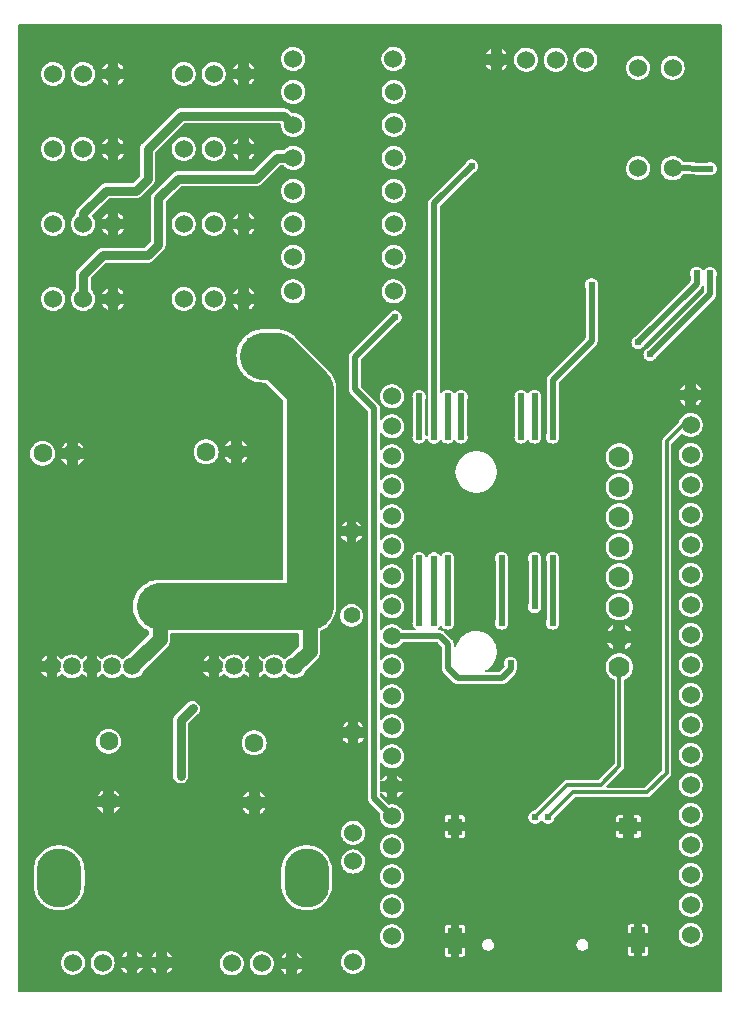
<source format=gbl>
G04 Layer: BottomLayer*
G04 EasyEDA v6.5.20, 2022-10-22 14:54:30*
G04 fe600fdf0afc4bf6b2dbe2f9dcf79710,95753c6d73fd445989ad8f01ddeeb764,10*
G04 Gerber Generator version 0.2*
G04 Scale: 100 percent, Rotated: No, Reflected: No *
G04 Dimensions in millimeters *
G04 leading zeros omitted , absolute positions ,4 integer and 5 decimal *
%FSLAX45Y45*%
%MOMM*%

%AMMACRO1*21,1,$1,$2,0,0,$3*%
%ADD10C,1.3000*%
%ADD11C,4.0000*%
%ADD12C,0.5000*%
%ADD13C,0.7500*%
%ADD14C,0.3000*%
%ADD15C,1.5240*%
%ADD16C,1.6000*%
%ADD17C,1.5000*%
%ADD18C,1.7780*%
%ADD19C,1.4079*%
%ADD20MACRO1,1.2001X2.2001X0.0000*%
%ADD21MACRO1,1.1989X1.4X0.0000*%
%ADD22R,1.6000X1.3995*%
%ADD23R,1.1989X2.2000*%
%ADD24O,3.7999924X4.9999899999999995*%
%ADD25C,0.6096*%
%ADD26C,0.0110*%

%LPD*%
G36*
X802132Y10020808D02*
G01*
X798220Y10021570D01*
X794969Y10023805D01*
X792734Y10027056D01*
X791972Y10030968D01*
X791972Y18201132D01*
X792734Y18205043D01*
X794969Y18208294D01*
X798220Y18210530D01*
X802132Y18211292D01*
X6745731Y18211292D01*
X6749643Y18210530D01*
X6752894Y18208294D01*
X6755130Y18205043D01*
X6755892Y18201132D01*
X6755892Y10030968D01*
X6755130Y10027056D01*
X6752894Y10023805D01*
X6749643Y10021570D01*
X6745731Y10020808D01*
G37*

%LPC*%
G36*
X2854096Y10159644D02*
G01*
X2867761Y10160101D01*
X2881172Y10162336D01*
X2894228Y10166400D01*
X2906572Y10172141D01*
X2918053Y10179456D01*
X2928467Y10188244D01*
X2937611Y10198404D01*
X2945333Y10209631D01*
X2951480Y10221772D01*
X2956001Y10234676D01*
X2958693Y10248036D01*
X2959608Y10261650D01*
X2958693Y10275265D01*
X2956001Y10288625D01*
X2951480Y10301528D01*
X2945333Y10313670D01*
X2937611Y10324896D01*
X2928467Y10335056D01*
X2918053Y10343845D01*
X2906572Y10351160D01*
X2894228Y10356900D01*
X2881172Y10360964D01*
X2867761Y10363200D01*
X2854096Y10363657D01*
X2840532Y10362336D01*
X2827274Y10359136D01*
X2814523Y10354259D01*
X2802585Y10347706D01*
X2791612Y10339628D01*
X2781808Y10330129D01*
X2773375Y10319410D01*
X2766415Y10307675D01*
X2761081Y10295128D01*
X2757474Y10281970D01*
X2755646Y10268458D01*
X2755646Y10254843D01*
X2757474Y10241330D01*
X2761081Y10228173D01*
X2766415Y10215626D01*
X2773375Y10203891D01*
X2781808Y10193172D01*
X2791612Y10183672D01*
X2802585Y10175595D01*
X2814523Y10169042D01*
X2827274Y10164165D01*
X2840532Y10160965D01*
G37*
G36*
X2600096Y10159644D02*
G01*
X2613761Y10160101D01*
X2627172Y10162336D01*
X2640228Y10166400D01*
X2652572Y10172141D01*
X2664104Y10179456D01*
X2674518Y10188244D01*
X2683662Y10198404D01*
X2691384Y10209631D01*
X2697530Y10221772D01*
X2702001Y10234676D01*
X2704693Y10248036D01*
X2705608Y10261650D01*
X2704693Y10275265D01*
X2702001Y10288625D01*
X2697530Y10301528D01*
X2691384Y10313670D01*
X2683662Y10324896D01*
X2674518Y10335056D01*
X2664104Y10343845D01*
X2652572Y10351160D01*
X2640228Y10356900D01*
X2627172Y10360964D01*
X2613761Y10363200D01*
X2600096Y10363657D01*
X2586532Y10362336D01*
X2573274Y10359136D01*
X2560574Y10354259D01*
X2548585Y10347706D01*
X2537612Y10339628D01*
X2527808Y10330129D01*
X2519375Y10319410D01*
X2512415Y10307675D01*
X2507081Y10295128D01*
X2503474Y10281970D01*
X2501696Y10268458D01*
X2501696Y10254843D01*
X2503474Y10241330D01*
X2507081Y10228173D01*
X2512415Y10215626D01*
X2519375Y10203891D01*
X2527808Y10193172D01*
X2537612Y10183672D01*
X2548585Y10175595D01*
X2560574Y10169042D01*
X2573274Y10164165D01*
X2586532Y10160965D01*
G37*
G36*
X1507591Y10165994D02*
G01*
X1521206Y10166451D01*
X1534668Y10168686D01*
X1547672Y10172750D01*
X1560068Y10178491D01*
X1571548Y10185806D01*
X1581962Y10194594D01*
X1591106Y10204754D01*
X1598828Y10215981D01*
X1604975Y10228122D01*
X1609445Y10241026D01*
X1612188Y10254386D01*
X1613103Y10268000D01*
X1612188Y10281615D01*
X1609445Y10294975D01*
X1604975Y10307878D01*
X1598828Y10320020D01*
X1591106Y10331246D01*
X1581962Y10341406D01*
X1571548Y10350195D01*
X1560068Y10357510D01*
X1547672Y10363250D01*
X1534668Y10367314D01*
X1521206Y10369550D01*
X1507591Y10370007D01*
X1494028Y10368686D01*
X1480769Y10365486D01*
X1468018Y10360609D01*
X1456080Y10354056D01*
X1445107Y10345978D01*
X1435303Y10336479D01*
X1426819Y10325760D01*
X1419910Y10314025D01*
X1414576Y10301478D01*
X1410970Y10288320D01*
X1409141Y10274808D01*
X1409141Y10261193D01*
X1410970Y10247680D01*
X1414576Y10234523D01*
X1419910Y10221976D01*
X1426819Y10210241D01*
X1435303Y10199522D01*
X1445107Y10190022D01*
X1456080Y10181945D01*
X1468018Y10175392D01*
X1480769Y10170515D01*
X1494028Y10167315D01*
G37*
G36*
X1257604Y10165994D02*
G01*
X1271219Y10166451D01*
X1284681Y10168686D01*
X1297686Y10172750D01*
X1310081Y10178491D01*
X1321562Y10185806D01*
X1331976Y10194594D01*
X1341120Y10204754D01*
X1348841Y10215981D01*
X1354988Y10228122D01*
X1359458Y10241026D01*
X1362151Y10254386D01*
X1363065Y10268000D01*
X1362151Y10281615D01*
X1359458Y10294975D01*
X1354988Y10307878D01*
X1348841Y10320020D01*
X1341120Y10331246D01*
X1331976Y10341406D01*
X1321562Y10350195D01*
X1310081Y10357510D01*
X1297686Y10363250D01*
X1284681Y10367314D01*
X1271219Y10369550D01*
X1257604Y10370007D01*
X1244041Y10368686D01*
X1230731Y10365486D01*
X1218031Y10360609D01*
X1206093Y10354056D01*
X1195070Y10345978D01*
X1185265Y10336479D01*
X1176832Y10325760D01*
X1169873Y10314025D01*
X1164539Y10301478D01*
X1160983Y10288320D01*
X1159154Y10274808D01*
X1159154Y10261193D01*
X1160983Y10247680D01*
X1164539Y10234523D01*
X1169873Y10221976D01*
X1176832Y10210241D01*
X1185265Y10199522D01*
X1195070Y10190022D01*
X1206093Y10181945D01*
X1218031Y10175392D01*
X1230731Y10170515D01*
X1244041Y10167315D01*
G37*
G36*
X3067100Y10169855D02*
G01*
X3067100Y10217200D01*
X3019755Y10217200D01*
X3020415Y10215626D01*
X3027375Y10203891D01*
X3035808Y10193172D01*
X3045612Y10183672D01*
X3056585Y10175595D01*
G37*
G36*
X3156000Y10170007D02*
G01*
X3160572Y10172141D01*
X3172104Y10179456D01*
X3182518Y10188244D01*
X3191662Y10198404D01*
X3199384Y10209631D01*
X3203194Y10217200D01*
X3156000Y10217200D01*
G37*
G36*
X3632200Y10172192D02*
G01*
X3645814Y10173106D01*
X3659174Y10175849D01*
X3672078Y10180320D01*
X3684219Y10186466D01*
X3695446Y10194188D01*
X3705606Y10203332D01*
X3714394Y10213746D01*
X3721709Y10225227D01*
X3727450Y10237622D01*
X3731514Y10250627D01*
X3733749Y10264089D01*
X3734206Y10277703D01*
X3732885Y10291267D01*
X3729685Y10304526D01*
X3724808Y10317276D01*
X3718255Y10329214D01*
X3710178Y10340187D01*
X3700678Y10349992D01*
X3689959Y10358475D01*
X3678224Y10365384D01*
X3665677Y10370718D01*
X3652520Y10374325D01*
X3639007Y10376154D01*
X3625392Y10376154D01*
X3611879Y10374325D01*
X3598722Y10370718D01*
X3586175Y10365384D01*
X3574440Y10358475D01*
X3563721Y10349992D01*
X3554222Y10340187D01*
X3546144Y10329214D01*
X3539591Y10317276D01*
X3534714Y10304526D01*
X3531514Y10291267D01*
X3530193Y10277703D01*
X3530650Y10264089D01*
X3532886Y10250627D01*
X3536950Y10237622D01*
X3542690Y10225227D01*
X3550005Y10213746D01*
X3558794Y10203332D01*
X3568954Y10194188D01*
X3580180Y10186466D01*
X3592322Y10180320D01*
X3605225Y10175849D01*
X3618585Y10173106D01*
G37*
G36*
X1716532Y10176205D02*
G01*
X1716532Y10223550D01*
X1669237Y10223550D01*
X1669897Y10221976D01*
X1676857Y10210241D01*
X1685289Y10199522D01*
X1695094Y10190022D01*
X1706067Y10181945D01*
G37*
G36*
X1966569Y10176205D02*
G01*
X1966569Y10223550D01*
X1919224Y10223550D01*
X1919884Y10221976D01*
X1926843Y10210241D01*
X1935276Y10199522D01*
X1945081Y10190022D01*
X1956054Y10181945D01*
G37*
G36*
X2055469Y10176357D02*
G01*
X2060041Y10178491D01*
X2071573Y10185806D01*
X2081987Y10194594D01*
X2091131Y10204754D01*
X2098852Y10215981D01*
X2102662Y10223550D01*
X2055469Y10223550D01*
G37*
G36*
X1805432Y10176357D02*
G01*
X1810054Y10178491D01*
X1821535Y10185806D01*
X1831949Y10194594D01*
X1841093Y10204754D01*
X1848815Y10215981D01*
X1852675Y10223550D01*
X1805432Y10223550D01*
G37*
G36*
X3156000Y10306100D02*
G01*
X3203194Y10306100D01*
X3199384Y10313670D01*
X3191662Y10324896D01*
X3182518Y10335056D01*
X3172104Y10343845D01*
X3160572Y10351160D01*
X3156000Y10353294D01*
G37*
G36*
X3019755Y10306100D02*
G01*
X3067100Y10306100D01*
X3067100Y10353446D01*
X3056585Y10347706D01*
X3045612Y10339628D01*
X3035808Y10330129D01*
X3027375Y10319410D01*
X3020415Y10307675D01*
G37*
G36*
X2055469Y10312450D02*
G01*
X2102662Y10312450D01*
X2098852Y10320020D01*
X2091131Y10331246D01*
X2081987Y10341406D01*
X2071573Y10350195D01*
X2060041Y10357510D01*
X2055469Y10359644D01*
G37*
G36*
X1805432Y10312450D02*
G01*
X1852675Y10312450D01*
X1848815Y10320020D01*
X1841093Y10331246D01*
X1831949Y10341406D01*
X1821535Y10350195D01*
X1810054Y10357510D01*
X1805432Y10359644D01*
G37*
G36*
X1669237Y10312450D02*
G01*
X1716532Y10312450D01*
X1716532Y10359796D01*
X1706067Y10354056D01*
X1695094Y10345978D01*
X1685289Y10336479D01*
X1676857Y10325760D01*
X1669897Y10314025D01*
G37*
G36*
X1919224Y10312450D02*
G01*
X1966569Y10312450D01*
X1966569Y10359796D01*
X1956054Y10354056D01*
X1945081Y10345978D01*
X1935276Y10336479D01*
X1926843Y10325760D01*
X1919884Y10314025D01*
G37*
G36*
X4529937Y10317886D02*
G01*
X4553000Y10317886D01*
X4559300Y10318597D01*
X4564786Y10320477D01*
X4569663Y10323576D01*
X4573778Y10327640D01*
X4576826Y10332567D01*
X4578756Y10338003D01*
X4579467Y10344353D01*
X4579467Y10392410D01*
X4529937Y10392410D01*
G37*
G36*
X4434230Y10317886D02*
G01*
X4457293Y10317886D01*
X4457293Y10392410D01*
X4407763Y10392410D01*
X4407763Y10344353D01*
X4408474Y10338003D01*
X4410405Y10332567D01*
X4413453Y10327640D01*
X4417568Y10323576D01*
X4422444Y10320477D01*
X4427931Y10318597D01*
G37*
G36*
X6080201Y10324338D02*
G01*
X6103264Y10324338D01*
X6109614Y10325049D01*
X6115050Y10326928D01*
X6119977Y10330027D01*
X6124041Y10334091D01*
X6127140Y10339019D01*
X6129020Y10344454D01*
X6129731Y10350804D01*
X6129731Y10398861D01*
X6080201Y10398861D01*
G37*
G36*
X5984544Y10324338D02*
G01*
X6007557Y10324338D01*
X6007557Y10398861D01*
X5958027Y10398861D01*
X5958027Y10350804D01*
X5958738Y10344454D01*
X5960668Y10339019D01*
X5963767Y10334091D01*
X5967831Y10330027D01*
X5972759Y10326928D01*
X5978194Y10325049D01*
G37*
G36*
X4771644Y10369550D02*
G01*
X4780737Y10369956D01*
X4789627Y10371988D01*
X4798009Y10375544D01*
X4805629Y10380573D01*
X4812233Y10386872D01*
X4817618Y10394238D01*
X4821529Y10402468D01*
X4823968Y10411256D01*
X4824780Y10420350D01*
X4823968Y10429443D01*
X4821529Y10438231D01*
X4817618Y10446461D01*
X4812233Y10453827D01*
X4805629Y10460126D01*
X4798009Y10465155D01*
X4789627Y10468711D01*
X4780737Y10470743D01*
X4771644Y10471150D01*
X4762601Y10469930D01*
X4753914Y10467136D01*
X4745888Y10462818D01*
X4738776Y10457129D01*
X4732782Y10450271D01*
X4728108Y10442397D01*
X4724908Y10433862D01*
X4723282Y10424922D01*
X4723282Y10415778D01*
X4724908Y10406837D01*
X4728108Y10398252D01*
X4732782Y10390428D01*
X4738776Y10383570D01*
X4745888Y10377881D01*
X4753914Y10373563D01*
X4762601Y10370769D01*
G37*
G36*
X5571490Y10369550D02*
G01*
X5580583Y10369956D01*
X5589473Y10371988D01*
X5597855Y10375544D01*
X5605475Y10380573D01*
X5612079Y10386872D01*
X5617464Y10394238D01*
X5621375Y10402468D01*
X5623814Y10411256D01*
X5624626Y10420350D01*
X5623814Y10429443D01*
X5621375Y10438231D01*
X5617464Y10446461D01*
X5612079Y10453827D01*
X5605475Y10460126D01*
X5597855Y10465155D01*
X5589473Y10468711D01*
X5580583Y10470743D01*
X5571490Y10471150D01*
X5562447Y10469930D01*
X5553760Y10467136D01*
X5545734Y10462818D01*
X5538622Y10457129D01*
X5532628Y10450271D01*
X5527954Y10442397D01*
X5524754Y10433862D01*
X5523128Y10424922D01*
X5523128Y10415778D01*
X5524754Y10406837D01*
X5527954Y10398252D01*
X5532628Y10390428D01*
X5538622Y10383570D01*
X5545734Y10377881D01*
X5553760Y10373563D01*
X5562447Y10370769D01*
G37*
G36*
X3958996Y10388193D02*
G01*
X3972610Y10388600D01*
X3986072Y10390886D01*
X3999077Y10394950D01*
X4011472Y10400690D01*
X4022953Y10408005D01*
X4033367Y10416794D01*
X4042511Y10426954D01*
X4050233Y10438180D01*
X4056379Y10450322D01*
X4060850Y10463225D01*
X4063593Y10476585D01*
X4064508Y10490200D01*
X4063593Y10503814D01*
X4060850Y10517174D01*
X4056379Y10530027D01*
X4050233Y10542219D01*
X4042511Y10553446D01*
X4033367Y10563555D01*
X4022953Y10572394D01*
X4011472Y10579709D01*
X3999077Y10585450D01*
X3986072Y10589514D01*
X3972610Y10591749D01*
X3958996Y10592206D01*
X3945432Y10590885D01*
X3932174Y10587685D01*
X3919423Y10582808D01*
X3907485Y10576255D01*
X3896512Y10568178D01*
X3886708Y10558678D01*
X3878224Y10547959D01*
X3871264Y10536224D01*
X3865981Y10523677D01*
X3862374Y10510520D01*
X3860546Y10497007D01*
X3860546Y10483392D01*
X3862374Y10469880D01*
X3865981Y10456722D01*
X3871264Y10444175D01*
X3878224Y10432440D01*
X3886708Y10421721D01*
X3896512Y10412222D01*
X3907485Y10404144D01*
X3919423Y10397591D01*
X3932174Y10392714D01*
X3945432Y10389514D01*
G37*
G36*
X6486296Y10400893D02*
G01*
X6499910Y10401300D01*
X6513372Y10403586D01*
X6526377Y10407650D01*
X6538772Y10413390D01*
X6550253Y10420705D01*
X6560667Y10429494D01*
X6569811Y10439654D01*
X6577533Y10450880D01*
X6583680Y10463022D01*
X6588150Y10475925D01*
X6590893Y10489285D01*
X6591808Y10502900D01*
X6590893Y10516514D01*
X6588150Y10529874D01*
X6583680Y10542727D01*
X6577533Y10554919D01*
X6569811Y10566146D01*
X6560667Y10576255D01*
X6550253Y10585094D01*
X6538772Y10592409D01*
X6526377Y10598150D01*
X6513372Y10602214D01*
X6499910Y10604449D01*
X6486296Y10604906D01*
X6472732Y10603585D01*
X6459474Y10600385D01*
X6446723Y10595508D01*
X6434785Y10588955D01*
X6423812Y10580878D01*
X6414008Y10571378D01*
X6405524Y10560659D01*
X6398564Y10548924D01*
X6393281Y10536377D01*
X6389674Y10523220D01*
X6387846Y10509707D01*
X6387846Y10496092D01*
X6389674Y10482580D01*
X6393281Y10469422D01*
X6398564Y10456875D01*
X6405524Y10445140D01*
X6414008Y10434421D01*
X6423812Y10424922D01*
X6434785Y10416844D01*
X6446723Y10410291D01*
X6459474Y10405414D01*
X6472732Y10402214D01*
G37*
G36*
X4529937Y10515142D02*
G01*
X4579467Y10515142D01*
X4579467Y10563199D01*
X4578756Y10569549D01*
X4576826Y10574985D01*
X4573778Y10579862D01*
X4569663Y10583976D01*
X4564786Y10587075D01*
X4559300Y10588955D01*
X4553000Y10589666D01*
X4529937Y10589666D01*
G37*
G36*
X4407763Y10515142D02*
G01*
X4457293Y10515142D01*
X4457293Y10589666D01*
X4434230Y10589666D01*
X4427931Y10588955D01*
X4422444Y10587075D01*
X4417568Y10583976D01*
X4413453Y10579862D01*
X4410405Y10574985D01*
X4408474Y10569549D01*
X4407763Y10563199D01*
G37*
G36*
X6080201Y10521594D02*
G01*
X6129731Y10521594D01*
X6129731Y10569651D01*
X6129020Y10576001D01*
X6127140Y10581436D01*
X6124041Y10586313D01*
X6119977Y10590428D01*
X6115050Y10593527D01*
X6109614Y10595406D01*
X6103264Y10596118D01*
X6080201Y10596118D01*
G37*
G36*
X5958027Y10521594D02*
G01*
X6007557Y10521594D01*
X6007557Y10596118D01*
X5984544Y10596118D01*
X5978194Y10595406D01*
X5972759Y10593527D01*
X5967831Y10590428D01*
X5963767Y10586313D01*
X5960668Y10581436D01*
X5958738Y10576001D01*
X5958027Y10569651D01*
G37*
G36*
X3958996Y10642193D02*
G01*
X3972610Y10642600D01*
X3986072Y10644886D01*
X3999077Y10648950D01*
X4011472Y10654690D01*
X4022953Y10662005D01*
X4033367Y10670794D01*
X4042511Y10680954D01*
X4050233Y10692180D01*
X4056379Y10704322D01*
X4060850Y10717225D01*
X4063593Y10730585D01*
X4064508Y10744200D01*
X4063593Y10757814D01*
X4060850Y10771174D01*
X4056379Y10784027D01*
X4050233Y10796219D01*
X4042511Y10807446D01*
X4033367Y10817555D01*
X4022953Y10826394D01*
X4011472Y10833709D01*
X3999077Y10839450D01*
X3986072Y10843514D01*
X3972610Y10845749D01*
X3958996Y10846206D01*
X3945432Y10844885D01*
X3932174Y10841685D01*
X3919423Y10836808D01*
X3907485Y10830255D01*
X3896512Y10822178D01*
X3886708Y10812678D01*
X3878224Y10801959D01*
X3871264Y10790224D01*
X3865981Y10777677D01*
X3862374Y10764520D01*
X3860546Y10751007D01*
X3860546Y10737392D01*
X3862374Y10723880D01*
X3865981Y10710722D01*
X3871264Y10698175D01*
X3878224Y10686440D01*
X3886708Y10675721D01*
X3896512Y10666222D01*
X3907485Y10658144D01*
X3919423Y10651591D01*
X3932174Y10646714D01*
X3945432Y10643514D01*
G37*
G36*
X6486296Y10654893D02*
G01*
X6499910Y10655300D01*
X6513372Y10657586D01*
X6526377Y10661650D01*
X6538772Y10667390D01*
X6550253Y10674705D01*
X6560667Y10683494D01*
X6569811Y10693654D01*
X6577533Y10704880D01*
X6583680Y10717022D01*
X6588150Y10729925D01*
X6590893Y10743285D01*
X6591808Y10756900D01*
X6590893Y10770514D01*
X6588150Y10783874D01*
X6583680Y10796727D01*
X6577533Y10808919D01*
X6569811Y10820146D01*
X6560667Y10830255D01*
X6550253Y10839094D01*
X6538772Y10846409D01*
X6526377Y10852150D01*
X6513372Y10856214D01*
X6499910Y10858449D01*
X6486296Y10858906D01*
X6472732Y10857585D01*
X6459474Y10854385D01*
X6446723Y10849508D01*
X6434785Y10842955D01*
X6423812Y10834878D01*
X6414008Y10825378D01*
X6405524Y10814659D01*
X6398564Y10802924D01*
X6393281Y10790377D01*
X6389674Y10777220D01*
X6387846Y10763707D01*
X6387846Y10750092D01*
X6389674Y10736580D01*
X6393281Y10723422D01*
X6398564Y10710875D01*
X6405524Y10699140D01*
X6414008Y10688421D01*
X6423812Y10678922D01*
X6434785Y10670844D01*
X6446723Y10664291D01*
X6459474Y10659414D01*
X6472732Y10656214D01*
G37*
G36*
X1143000Y10709605D02*
G01*
X1162913Y10710519D01*
X1182674Y10713262D01*
X1202080Y10717834D01*
X1220978Y10724184D01*
X1239215Y10732262D01*
X1256639Y10741964D01*
X1273098Y10753191D01*
X1288440Y10765942D01*
X1302562Y10780064D01*
X1315313Y10795406D01*
X1326540Y10811865D01*
X1336243Y10829290D01*
X1344320Y10847527D01*
X1350670Y10866424D01*
X1355242Y10885830D01*
X1357985Y10905591D01*
X1358900Y10925759D01*
X1358900Y11045240D01*
X1357985Y11065408D01*
X1355242Y11085169D01*
X1350670Y11104575D01*
X1344320Y11123472D01*
X1336243Y11141710D01*
X1326540Y11159134D01*
X1315313Y11175593D01*
X1302562Y11190935D01*
X1288440Y11205057D01*
X1273098Y11217808D01*
X1256639Y11229035D01*
X1239215Y11238738D01*
X1220978Y11246815D01*
X1202080Y11253165D01*
X1182674Y11257737D01*
X1162913Y11260480D01*
X1143000Y11261394D01*
X1123086Y11260480D01*
X1103325Y11257737D01*
X1083919Y11253165D01*
X1065022Y11246815D01*
X1046784Y11238738D01*
X1029360Y11229035D01*
X1012901Y11217808D01*
X997559Y11205057D01*
X983437Y11190935D01*
X970686Y11175593D01*
X959459Y11159134D01*
X949756Y11141710D01*
X941679Y11123472D01*
X935329Y11104575D01*
X930757Y11085169D01*
X928014Y11065408D01*
X927100Y11045240D01*
X927100Y10925759D01*
X928014Y10905591D01*
X930757Y10885830D01*
X935329Y10866424D01*
X941679Y10847527D01*
X949756Y10829290D01*
X959459Y10811865D01*
X970686Y10795406D01*
X983437Y10780064D01*
X997559Y10765942D01*
X1012901Y10753191D01*
X1029360Y10741964D01*
X1046784Y10732262D01*
X1065022Y10724184D01*
X1083919Y10717834D01*
X1103325Y10713262D01*
X1123086Y10710519D01*
G37*
G36*
X3238500Y10709605D02*
G01*
X3258413Y10710519D01*
X3278174Y10713262D01*
X3297580Y10717834D01*
X3316478Y10724184D01*
X3334715Y10732262D01*
X3352139Y10741964D01*
X3368598Y10753191D01*
X3383940Y10765942D01*
X3398062Y10780064D01*
X3410813Y10795406D01*
X3422040Y10811865D01*
X3431743Y10829290D01*
X3439820Y10847527D01*
X3446170Y10866424D01*
X3450742Y10885830D01*
X3453485Y10905591D01*
X3454400Y10925759D01*
X3454400Y11045240D01*
X3453485Y11065408D01*
X3450742Y11085169D01*
X3446170Y11104575D01*
X3439820Y11123472D01*
X3431743Y11141710D01*
X3422040Y11159134D01*
X3410813Y11175593D01*
X3398062Y11190935D01*
X3383940Y11205057D01*
X3368598Y11217808D01*
X3352139Y11229035D01*
X3334715Y11238738D01*
X3316478Y11246815D01*
X3297580Y11253165D01*
X3278174Y11257737D01*
X3258413Y11260480D01*
X3238500Y11261394D01*
X3218586Y11260480D01*
X3198825Y11257737D01*
X3179419Y11253165D01*
X3160522Y11246815D01*
X3142284Y11238738D01*
X3124860Y11229035D01*
X3108401Y11217808D01*
X3093059Y11205057D01*
X3078937Y11190935D01*
X3066186Y11175593D01*
X3054959Y11159134D01*
X3045256Y11141710D01*
X3037179Y11123472D01*
X3030829Y11104575D01*
X3026257Y11085169D01*
X3023514Y11065408D01*
X3022600Y11045240D01*
X3022600Y10925759D01*
X3023514Y10905591D01*
X3026257Y10885830D01*
X3030829Y10866424D01*
X3037179Y10847527D01*
X3045256Y10829290D01*
X3054959Y10811865D01*
X3066186Y10795406D01*
X3078937Y10780064D01*
X3093059Y10765942D01*
X3108401Y10753191D01*
X3124860Y10741964D01*
X3142284Y10732262D01*
X3160522Y10724184D01*
X3179419Y10717834D01*
X3198825Y10713262D01*
X3218586Y10710519D01*
G37*
G36*
X3958996Y10896193D02*
G01*
X3972610Y10896600D01*
X3986072Y10898886D01*
X3999077Y10902950D01*
X4011472Y10908690D01*
X4022953Y10916005D01*
X4033367Y10924794D01*
X4042511Y10934954D01*
X4050233Y10946180D01*
X4056379Y10958322D01*
X4060850Y10971225D01*
X4063593Y10984585D01*
X4064508Y10998200D01*
X4063593Y11011814D01*
X4060850Y11025174D01*
X4056379Y11038027D01*
X4050233Y11050219D01*
X4042511Y11061446D01*
X4033367Y11071555D01*
X4022953Y11080394D01*
X4011472Y11087709D01*
X3999077Y11093450D01*
X3986072Y11097514D01*
X3972610Y11099749D01*
X3958996Y11100206D01*
X3945432Y11098885D01*
X3932174Y11095685D01*
X3919423Y11090808D01*
X3907485Y11084255D01*
X3896512Y11076178D01*
X3886708Y11066678D01*
X3878224Y11055959D01*
X3871264Y11044224D01*
X3865981Y11031677D01*
X3862374Y11018520D01*
X3860546Y11005007D01*
X3860546Y10991392D01*
X3862374Y10977880D01*
X3865981Y10964722D01*
X3871264Y10952175D01*
X3878224Y10940440D01*
X3886708Y10929721D01*
X3896512Y10920222D01*
X3907485Y10912144D01*
X3919423Y10905591D01*
X3932174Y10900714D01*
X3945432Y10897514D01*
G37*
G36*
X6486296Y10908893D02*
G01*
X6499910Y10909300D01*
X6513372Y10911586D01*
X6526377Y10915650D01*
X6538772Y10921390D01*
X6550253Y10928705D01*
X6560667Y10937494D01*
X6569811Y10947654D01*
X6577533Y10958880D01*
X6583680Y10971022D01*
X6588150Y10983925D01*
X6590893Y10997285D01*
X6591808Y11010900D01*
X6590893Y11024514D01*
X6588150Y11037874D01*
X6583680Y11050727D01*
X6577533Y11062919D01*
X6569811Y11074146D01*
X6560667Y11084255D01*
X6550253Y11093094D01*
X6538772Y11100409D01*
X6526377Y11106150D01*
X6513372Y11110214D01*
X6499910Y11112449D01*
X6486296Y11112906D01*
X6472732Y11111585D01*
X6459474Y11108385D01*
X6446723Y11103508D01*
X6434785Y11096955D01*
X6423812Y11088878D01*
X6414008Y11079378D01*
X6405524Y11068659D01*
X6398564Y11056924D01*
X6393281Y11044377D01*
X6389674Y11031220D01*
X6387846Y11017707D01*
X6387846Y11004092D01*
X6389674Y10990580D01*
X6393281Y10977422D01*
X6398564Y10964875D01*
X6405524Y10953140D01*
X6414008Y10942421D01*
X6423812Y10932922D01*
X6434785Y10924844D01*
X6446723Y10918291D01*
X6459474Y10913414D01*
X6472732Y10910214D01*
G37*
G36*
X3632200Y11022228D02*
G01*
X3645814Y11023142D01*
X3659174Y11025835D01*
X3672078Y11030305D01*
X3684219Y11036452D01*
X3695446Y11044174D01*
X3705606Y11053318D01*
X3714394Y11063732D01*
X3721709Y11075212D01*
X3727450Y11087608D01*
X3731514Y11100612D01*
X3733749Y11114074D01*
X3734206Y11127689D01*
X3732885Y11141252D01*
X3729685Y11154562D01*
X3724808Y11167262D01*
X3718255Y11179200D01*
X3710178Y11190224D01*
X3700678Y11200028D01*
X3689959Y11208461D01*
X3678224Y11215420D01*
X3665677Y11220754D01*
X3652520Y11224310D01*
X3639007Y11226139D01*
X3625392Y11226139D01*
X3611879Y11224310D01*
X3598722Y11220754D01*
X3586175Y11215420D01*
X3574440Y11208461D01*
X3563721Y11200028D01*
X3554222Y11190224D01*
X3546144Y11179200D01*
X3539591Y11167262D01*
X3534714Y11154562D01*
X3531514Y11141252D01*
X3530193Y11127689D01*
X3530650Y11114074D01*
X3532886Y11100612D01*
X3536950Y11087608D01*
X3542690Y11075212D01*
X3550005Y11063732D01*
X3558794Y11053318D01*
X3568954Y11044174D01*
X3580180Y11036452D01*
X3592322Y11030305D01*
X3605225Y11025835D01*
X3618585Y11023142D01*
G37*
G36*
X3958996Y11150193D02*
G01*
X3972610Y11150600D01*
X3986072Y11152886D01*
X3999077Y11156950D01*
X4011472Y11162690D01*
X4022953Y11170005D01*
X4033367Y11178794D01*
X4042511Y11188954D01*
X4050233Y11200180D01*
X4056379Y11212322D01*
X4060850Y11225225D01*
X4063593Y11238585D01*
X4064508Y11252200D01*
X4063593Y11265814D01*
X4060850Y11279174D01*
X4056379Y11292027D01*
X4050233Y11304219D01*
X4042511Y11315446D01*
X4033367Y11325555D01*
X4022953Y11334394D01*
X4011472Y11341709D01*
X3999077Y11347450D01*
X3986072Y11351514D01*
X3972610Y11353749D01*
X3958996Y11354206D01*
X3945432Y11352885D01*
X3932174Y11349685D01*
X3919423Y11344808D01*
X3907485Y11338255D01*
X3896512Y11330178D01*
X3886708Y11320678D01*
X3878224Y11309959D01*
X3871264Y11298224D01*
X3865981Y11285677D01*
X3862374Y11272520D01*
X3860546Y11259007D01*
X3860546Y11245392D01*
X3862374Y11231880D01*
X3865981Y11218722D01*
X3871264Y11206175D01*
X3878224Y11194440D01*
X3886708Y11183721D01*
X3896512Y11174222D01*
X3907485Y11166144D01*
X3919423Y11159591D01*
X3932174Y11154714D01*
X3945432Y11151514D01*
G37*
G36*
X6486296Y11162893D02*
G01*
X6499910Y11163300D01*
X6513372Y11165586D01*
X6526377Y11169650D01*
X6538772Y11175390D01*
X6550253Y11182705D01*
X6560667Y11191494D01*
X6569811Y11201654D01*
X6577533Y11212880D01*
X6583680Y11225022D01*
X6588150Y11237925D01*
X6590893Y11251285D01*
X6591808Y11264900D01*
X6590893Y11278514D01*
X6588150Y11291874D01*
X6583680Y11304727D01*
X6577533Y11316919D01*
X6569811Y11328146D01*
X6560667Y11338255D01*
X6550253Y11347094D01*
X6538772Y11354409D01*
X6526377Y11360150D01*
X6513372Y11364214D01*
X6499910Y11366449D01*
X6486296Y11366906D01*
X6472732Y11365585D01*
X6459474Y11362385D01*
X6446723Y11357508D01*
X6434785Y11350955D01*
X6423812Y11342878D01*
X6414008Y11333378D01*
X6405524Y11322659D01*
X6398564Y11310924D01*
X6393281Y11298377D01*
X6389674Y11285220D01*
X6387846Y11271707D01*
X6387846Y11258092D01*
X6389674Y11244580D01*
X6393281Y11231422D01*
X6398564Y11218875D01*
X6405524Y11207140D01*
X6414008Y11196421D01*
X6423812Y11186922D01*
X6434785Y11178844D01*
X6446723Y11172291D01*
X6459474Y11167414D01*
X6472732Y11164214D01*
G37*
G36*
X3632200Y11265306D02*
G01*
X3645814Y11266220D01*
X3659174Y11268913D01*
X3672078Y11273434D01*
X3684219Y11279581D01*
X3695446Y11287302D01*
X3705606Y11296446D01*
X3714394Y11306860D01*
X3721709Y11318341D01*
X3727450Y11330686D01*
X3731514Y11343741D01*
X3733749Y11357152D01*
X3734206Y11370818D01*
X3732885Y11384381D01*
X3729685Y11397640D01*
X3724808Y11410391D01*
X3718255Y11422329D01*
X3710178Y11433302D01*
X3700678Y11443106D01*
X3689959Y11451539D01*
X3678224Y11458498D01*
X3665677Y11463832D01*
X3652520Y11467439D01*
X3639007Y11469268D01*
X3625392Y11469268D01*
X3611879Y11467439D01*
X3598722Y11463832D01*
X3586175Y11458498D01*
X3574440Y11451539D01*
X3563721Y11443106D01*
X3554222Y11433302D01*
X3546144Y11422329D01*
X3539591Y11410391D01*
X3534714Y11397640D01*
X3531514Y11384381D01*
X3530193Y11370818D01*
X3530650Y11357152D01*
X3532886Y11343741D01*
X3536950Y11330686D01*
X3542690Y11318341D01*
X3550005Y11306860D01*
X3558794Y11296446D01*
X3568954Y11287302D01*
X3580180Y11279581D01*
X3592322Y11273434D01*
X3605225Y11268913D01*
X3618585Y11266220D01*
G37*
G36*
X4530191Y11324437D02*
G01*
X4553254Y11324437D01*
X4559604Y11325148D01*
X4565040Y11327079D01*
X4569968Y11330178D01*
X4574032Y11334242D01*
X4577130Y11339169D01*
X4579010Y11344605D01*
X4579721Y11350955D01*
X4579721Y11378996D01*
X4530191Y11378996D01*
G37*
G36*
X4434535Y11324437D02*
G01*
X4457547Y11324437D01*
X4457547Y11378996D01*
X4408017Y11378996D01*
X4408017Y11350955D01*
X4408728Y11344605D01*
X4410659Y11339169D01*
X4413758Y11334242D01*
X4417822Y11330178D01*
X4422749Y11327079D01*
X4428185Y11325148D01*
G37*
G36*
X5884113Y11325047D02*
G01*
X5917234Y11325047D01*
X5917234Y11379606D01*
X5857646Y11379606D01*
X5857646Y11351564D01*
X5858357Y11345214D01*
X5860288Y11339779D01*
X5863336Y11334851D01*
X5867450Y11330787D01*
X5872327Y11327688D01*
X5877814Y11325758D01*
G37*
G36*
X6009894Y11325047D02*
G01*
X6043015Y11325047D01*
X6049314Y11325758D01*
X6054750Y11327688D01*
X6059678Y11330787D01*
X6063742Y11334851D01*
X6066840Y11339779D01*
X6068771Y11345214D01*
X6069482Y11351564D01*
X6069482Y11379606D01*
X6009894Y11379606D01*
G37*
G36*
X3958996Y11404193D02*
G01*
X3972610Y11404600D01*
X3986072Y11406886D01*
X3999077Y11410950D01*
X4011472Y11416690D01*
X4022953Y11424005D01*
X4033367Y11432794D01*
X4042511Y11442954D01*
X4050233Y11454180D01*
X4056379Y11466322D01*
X4060850Y11479225D01*
X4063593Y11492585D01*
X4064508Y11506200D01*
X4063593Y11519814D01*
X4060850Y11533174D01*
X4056379Y11546027D01*
X4050233Y11558219D01*
X4042511Y11569446D01*
X4033367Y11579555D01*
X4022953Y11588394D01*
X4011472Y11595709D01*
X3999077Y11601450D01*
X3986072Y11605514D01*
X3972610Y11607749D01*
X3958996Y11608206D01*
X3945432Y11606885D01*
X3941521Y11605920D01*
X3938066Y11605717D01*
X3934764Y11606631D01*
X3931970Y11608612D01*
X3863898Y11676735D01*
X3861663Y11679986D01*
X3860901Y11683898D01*
X3860901Y11695125D01*
X3861765Y11699189D01*
X3864152Y11702542D01*
X3867759Y11704726D01*
X3871874Y11705234D01*
X3875836Y11704066D01*
X3879037Y11701424D01*
X3886708Y11691721D01*
X3896512Y11682222D01*
X3907485Y11674144D01*
X3917950Y11668404D01*
X3917950Y11715750D01*
X3871061Y11715750D01*
X3867200Y11716512D01*
X3863898Y11718747D01*
X3861663Y11721998D01*
X3860901Y11725910D01*
X3860901Y11794490D01*
X3861663Y11798350D01*
X3863898Y11801652D01*
X3867200Y11803888D01*
X3871061Y11804650D01*
X3917950Y11804650D01*
X3917950Y11851995D01*
X3907485Y11846255D01*
X3896512Y11838178D01*
X3886708Y11828678D01*
X3879037Y11818975D01*
X3875836Y11816334D01*
X3871874Y11815165D01*
X3867759Y11815673D01*
X3864152Y11817807D01*
X3861765Y11821210D01*
X3860901Y11825274D01*
X3860901Y11949125D01*
X3861765Y11953189D01*
X3864152Y11956542D01*
X3867759Y11958726D01*
X3871874Y11959234D01*
X3875836Y11958066D01*
X3879037Y11955424D01*
X3886708Y11945721D01*
X3896512Y11936222D01*
X3907485Y11928144D01*
X3919423Y11921591D01*
X3932174Y11916714D01*
X3945432Y11913514D01*
X3958996Y11912193D01*
X3972610Y11912600D01*
X3986072Y11914886D01*
X3999077Y11918950D01*
X4011472Y11924690D01*
X4022953Y11932005D01*
X4033367Y11940794D01*
X4042511Y11950954D01*
X4050233Y11962180D01*
X4056379Y11974322D01*
X4060850Y11987225D01*
X4063593Y12000585D01*
X4064508Y12014200D01*
X4063593Y12027814D01*
X4060850Y12041174D01*
X4056379Y12054027D01*
X4050233Y12066219D01*
X4042511Y12077446D01*
X4033367Y12087555D01*
X4022953Y12096394D01*
X4011472Y12103709D01*
X3999077Y12109450D01*
X3986072Y12113514D01*
X3972610Y12115749D01*
X3958996Y12116206D01*
X3945432Y12114885D01*
X3932174Y12111685D01*
X3919423Y12106808D01*
X3907485Y12100255D01*
X3896512Y12092178D01*
X3886708Y12082678D01*
X3879037Y12072975D01*
X3875836Y12070334D01*
X3871874Y12069165D01*
X3867759Y12069673D01*
X3864152Y12071807D01*
X3861765Y12075210D01*
X3860901Y12079274D01*
X3860901Y12203125D01*
X3861765Y12207189D01*
X3864152Y12210542D01*
X3867759Y12212726D01*
X3871874Y12213234D01*
X3875836Y12212066D01*
X3879037Y12209424D01*
X3886708Y12199721D01*
X3896512Y12190222D01*
X3907485Y12182144D01*
X3919423Y12175591D01*
X3932174Y12170714D01*
X3945432Y12167514D01*
X3958996Y12166193D01*
X3972610Y12166600D01*
X3986072Y12168886D01*
X3999077Y12172950D01*
X4011472Y12178690D01*
X4022953Y12186005D01*
X4033367Y12194794D01*
X4042511Y12204954D01*
X4050233Y12216180D01*
X4056379Y12228322D01*
X4060850Y12241225D01*
X4063593Y12254585D01*
X4064508Y12268200D01*
X4063593Y12281814D01*
X4060850Y12295174D01*
X4056379Y12308027D01*
X4050233Y12320219D01*
X4042511Y12331446D01*
X4033367Y12341555D01*
X4022953Y12350394D01*
X4011472Y12357709D01*
X3999077Y12363450D01*
X3986072Y12367514D01*
X3972610Y12369749D01*
X3958996Y12370206D01*
X3945432Y12368885D01*
X3932174Y12365685D01*
X3919423Y12360808D01*
X3907485Y12354255D01*
X3896512Y12346178D01*
X3886708Y12336678D01*
X3879037Y12326975D01*
X3875836Y12324334D01*
X3871874Y12323165D01*
X3867759Y12323673D01*
X3864152Y12325807D01*
X3861765Y12329210D01*
X3860901Y12333274D01*
X3860901Y12457125D01*
X3861765Y12461189D01*
X3864152Y12464542D01*
X3867759Y12466726D01*
X3871874Y12467234D01*
X3875836Y12466066D01*
X3879037Y12463424D01*
X3886708Y12453721D01*
X3896512Y12444222D01*
X3907485Y12436144D01*
X3919423Y12429591D01*
X3932174Y12424714D01*
X3945432Y12421514D01*
X3958996Y12420193D01*
X3972610Y12420600D01*
X3986072Y12422886D01*
X3999077Y12426950D01*
X4011472Y12432690D01*
X4022953Y12440005D01*
X4033367Y12448794D01*
X4042511Y12458954D01*
X4050233Y12470180D01*
X4056379Y12482322D01*
X4060850Y12495225D01*
X4063593Y12508585D01*
X4064508Y12522200D01*
X4063593Y12535814D01*
X4060850Y12549174D01*
X4056379Y12562027D01*
X4050233Y12574219D01*
X4042511Y12585446D01*
X4033367Y12595555D01*
X4022953Y12604394D01*
X4011472Y12611709D01*
X3999077Y12617450D01*
X3986072Y12621514D01*
X3972610Y12623749D01*
X3958996Y12624206D01*
X3945432Y12622885D01*
X3932174Y12619685D01*
X3919423Y12614808D01*
X3907485Y12608255D01*
X3896512Y12600178D01*
X3886708Y12590678D01*
X3879037Y12580975D01*
X3875836Y12578334D01*
X3871874Y12577165D01*
X3867759Y12577673D01*
X3864152Y12579807D01*
X3861765Y12583210D01*
X3860901Y12587274D01*
X3860901Y12711125D01*
X3861765Y12715189D01*
X3864152Y12718542D01*
X3867759Y12720726D01*
X3871874Y12721234D01*
X3875836Y12720066D01*
X3879037Y12717424D01*
X3886708Y12707721D01*
X3896512Y12698222D01*
X3907485Y12690144D01*
X3919423Y12683591D01*
X3932174Y12678714D01*
X3945432Y12675514D01*
X3958996Y12674193D01*
X3972610Y12674600D01*
X3986072Y12676886D01*
X3999077Y12680950D01*
X4011472Y12686690D01*
X4022953Y12694005D01*
X4033367Y12702794D01*
X4042511Y12712954D01*
X4050233Y12724180D01*
X4056379Y12736322D01*
X4060850Y12749225D01*
X4063593Y12762585D01*
X4064508Y12776200D01*
X4063593Y12789814D01*
X4060850Y12803174D01*
X4056379Y12816027D01*
X4050233Y12828219D01*
X4042511Y12839446D01*
X4033367Y12849555D01*
X4022953Y12858394D01*
X4011472Y12865709D01*
X3999077Y12871450D01*
X3986072Y12875514D01*
X3972610Y12877749D01*
X3958996Y12878206D01*
X3945432Y12876885D01*
X3932174Y12873685D01*
X3919423Y12868808D01*
X3907485Y12862255D01*
X3896512Y12854178D01*
X3886708Y12844678D01*
X3879037Y12834975D01*
X3875836Y12832334D01*
X3871874Y12831165D01*
X3867759Y12831673D01*
X3864152Y12833807D01*
X3861765Y12837210D01*
X3860901Y12841274D01*
X3860901Y12965125D01*
X3861765Y12969189D01*
X3864152Y12972542D01*
X3867759Y12974726D01*
X3871874Y12975234D01*
X3875836Y12974066D01*
X3879037Y12971424D01*
X3886708Y12961721D01*
X3896512Y12952222D01*
X3907485Y12944144D01*
X3919423Y12937591D01*
X3932174Y12932714D01*
X3945432Y12929514D01*
X3958996Y12928193D01*
X3972610Y12928600D01*
X3986072Y12930886D01*
X3999077Y12934950D01*
X4011472Y12940690D01*
X4022953Y12948005D01*
X4033367Y12956794D01*
X4042511Y12966954D01*
X4047947Y12974878D01*
X4050233Y12977266D01*
X4053128Y12978790D01*
X4056329Y12979298D01*
X4343501Y12979298D01*
X4347413Y12978536D01*
X4350664Y12976301D01*
X4378401Y12948564D01*
X4380636Y12945313D01*
X4381398Y12941401D01*
X4381398Y12763703D01*
X4381601Y12759080D01*
X4382160Y12754660D01*
X4383125Y12750342D01*
X4384446Y12746075D01*
X4386173Y12742011D01*
X4388205Y12738049D01*
X4390593Y12734290D01*
X4393285Y12730784D01*
X4396435Y12727330D01*
X4485030Y12638735D01*
X4488484Y12635585D01*
X4491990Y12632893D01*
X4495749Y12630505D01*
X4499711Y12628473D01*
X4503775Y12626746D01*
X4508042Y12625425D01*
X4512360Y12624460D01*
X4516780Y12623901D01*
X4521403Y12623698D01*
X4889296Y12623698D01*
X4893919Y12623901D01*
X4898339Y12624460D01*
X4902657Y12625425D01*
X4906924Y12626746D01*
X4910988Y12628473D01*
X4914950Y12630505D01*
X4918710Y12632893D01*
X4922215Y12635585D01*
X4925669Y12638735D01*
X5001564Y12714630D01*
X5004714Y12718084D01*
X5007406Y12721590D01*
X5009794Y12725349D01*
X5011826Y12729311D01*
X5013553Y12733375D01*
X5014874Y12737642D01*
X5015839Y12741960D01*
X5016398Y12746380D01*
X5016601Y12751003D01*
X5016601Y12775692D01*
X5017566Y12780010D01*
X5018633Y12782346D01*
X5021173Y12791795D01*
X5022037Y12801600D01*
X5021173Y12811404D01*
X5018633Y12820853D01*
X5014518Y12829794D01*
X5008880Y12837820D01*
X5001920Y12844780D01*
X4993894Y12850418D01*
X4984953Y12854533D01*
X4975504Y12857073D01*
X4965700Y12857937D01*
X4955895Y12857073D01*
X4946446Y12854533D01*
X4937506Y12850418D01*
X4929479Y12844780D01*
X4922520Y12837820D01*
X4916881Y12829794D01*
X4912766Y12820853D01*
X4910226Y12811404D01*
X4909362Y12801600D01*
X4910226Y12791795D01*
X4912766Y12782346D01*
X4913731Y12780264D01*
X4914646Y12776250D01*
X4913934Y12772237D01*
X4911699Y12768783D01*
X4871364Y12728498D01*
X4868113Y12726263D01*
X4864201Y12725501D01*
X4760569Y12725501D01*
X4756251Y12726466D01*
X4752746Y12729210D01*
X4750714Y12733223D01*
X4750612Y12737642D01*
X4752441Y12741706D01*
X4755794Y12744653D01*
X4764176Y12749072D01*
X4779213Y12759182D01*
X4793081Y12770815D01*
X4805730Y12783769D01*
X4816957Y12797942D01*
X4826711Y12813233D01*
X4834788Y12829438D01*
X4841189Y12846405D01*
X4845761Y12863880D01*
X4848555Y12881762D01*
X4849520Y12899847D01*
X4848555Y12917932D01*
X4845761Y12935864D01*
X4841189Y12953339D01*
X4834788Y12970306D01*
X4826711Y12986512D01*
X4816957Y13001802D01*
X4805730Y13015976D01*
X4793081Y13028930D01*
X4779213Y13040563D01*
X4764176Y13050672D01*
X4748174Y13059156D01*
X4731410Y13065963D01*
X4714036Y13071043D01*
X4696206Y13074294D01*
X4678172Y13075716D01*
X4660036Y13075208D01*
X4642104Y13072922D01*
X4624476Y13068757D01*
X4607356Y13062813D01*
X4590948Y13055092D01*
X4575454Y13045795D01*
X4560976Y13034924D01*
X4547666Y13022630D01*
X4535728Y13009016D01*
X4525213Y12994284D01*
X4516323Y12978485D01*
X4509058Y12961924D01*
X4503521Y12944652D01*
X4501591Y12939725D01*
X4498492Y12936880D01*
X4494428Y12935559D01*
X4490262Y12935966D01*
X4486554Y12938099D01*
X4484065Y12941503D01*
X4483201Y12945668D01*
X4483201Y12966496D01*
X4482998Y12971119D01*
X4482439Y12975539D01*
X4481474Y12979857D01*
X4480153Y12984124D01*
X4478426Y12988188D01*
X4476394Y12992150D01*
X4474006Y12995910D01*
X4471314Y12999415D01*
X4468164Y13002869D01*
X4404969Y13066064D01*
X4401515Y13069214D01*
X4398010Y13071906D01*
X4394250Y13074294D01*
X4390288Y13076326D01*
X4386224Y13078053D01*
X4381957Y13079374D01*
X4377639Y13080339D01*
X4373219Y13080898D01*
X4360621Y13081203D01*
X4356760Y13082066D01*
X4353509Y13084251D01*
X4351375Y13087553D01*
X4350613Y13091413D01*
X4351375Y13095274D01*
X4353610Y13098576D01*
X4361129Y13106095D01*
X4367479Y13115290D01*
X4370273Y13118033D01*
X4373880Y13119506D01*
X4377740Y13119506D01*
X4381347Y13118084D01*
X4384192Y13115391D01*
X4389120Y13108279D01*
X4396079Y13101319D01*
X4404106Y13095681D01*
X4413046Y13091566D01*
X4422495Y13089026D01*
X4432300Y13088162D01*
X4442104Y13089026D01*
X4451553Y13091566D01*
X4460494Y13095681D01*
X4468520Y13101319D01*
X4475480Y13108279D01*
X4481118Y13116306D01*
X4485233Y13125246D01*
X4487773Y13134695D01*
X4488637Y13144500D01*
X4487773Y13154304D01*
X4485233Y13163753D01*
X4484166Y13166090D01*
X4483201Y13170407D01*
X4483201Y13664692D01*
X4484166Y13669010D01*
X4485233Y13671346D01*
X4487773Y13680795D01*
X4488637Y13690600D01*
X4487773Y13700404D01*
X4485233Y13709853D01*
X4481118Y13718794D01*
X4475480Y13726820D01*
X4468520Y13733780D01*
X4460494Y13739418D01*
X4451553Y13743533D01*
X4442104Y13746073D01*
X4432300Y13746937D01*
X4422495Y13746073D01*
X4413046Y13743533D01*
X4404106Y13739418D01*
X4396079Y13733780D01*
X4389120Y13726820D01*
X4380941Y13715441D01*
X4377232Y13713409D01*
X4373067Y13713053D01*
X4369054Y13714425D01*
X4366006Y13717320D01*
X4361180Y13724229D01*
X4354220Y13731138D01*
X4346194Y13736777D01*
X4337253Y13740942D01*
X4327804Y13743482D01*
X4318000Y13744346D01*
X4308195Y13743482D01*
X4298746Y13740942D01*
X4289806Y13736777D01*
X4281779Y13731138D01*
X4274820Y13724229D01*
X4269181Y13716152D01*
X4265066Y13707262D01*
X4264660Y13705840D01*
X4262628Y13701928D01*
X4259122Y13699236D01*
X4254855Y13698270D01*
X4250537Y13699236D01*
X4247083Y13701928D01*
X4245051Y13705840D01*
X4243933Y13709853D01*
X4239818Y13718794D01*
X4234180Y13726820D01*
X4227220Y13733780D01*
X4219194Y13739418D01*
X4210253Y13743533D01*
X4200804Y13746073D01*
X4191000Y13746937D01*
X4181195Y13746073D01*
X4171746Y13743533D01*
X4162806Y13739418D01*
X4154779Y13733780D01*
X4147820Y13726820D01*
X4142181Y13718794D01*
X4138066Y13709853D01*
X4135526Y13700404D01*
X4134662Y13690600D01*
X4135526Y13680795D01*
X4138066Y13671346D01*
X4139133Y13669010D01*
X4140098Y13664692D01*
X4140098Y13170407D01*
X4139133Y13166090D01*
X4138066Y13163753D01*
X4135526Y13154304D01*
X4134662Y13144500D01*
X4135526Y13134695D01*
X4138066Y13125246D01*
X4142181Y13116306D01*
X4147820Y13108279D01*
X4154779Y13101319D01*
X4157268Y13099592D01*
X4160164Y13096494D01*
X4161536Y13092430D01*
X4161129Y13088213D01*
X4159046Y13084505D01*
X4155592Y13082015D01*
X4151426Y13081101D01*
X4056329Y13081101D01*
X4053128Y13081609D01*
X4050233Y13083133D01*
X4047947Y13085521D01*
X4042511Y13093446D01*
X4033367Y13103555D01*
X4022953Y13112394D01*
X4011472Y13119709D01*
X3999077Y13125450D01*
X3986072Y13129513D01*
X3972610Y13131749D01*
X3958996Y13132206D01*
X3945432Y13130885D01*
X3932174Y13127685D01*
X3919423Y13122808D01*
X3907485Y13116255D01*
X3896512Y13108178D01*
X3886708Y13098678D01*
X3879037Y13088975D01*
X3875836Y13086334D01*
X3871874Y13085165D01*
X3867759Y13085673D01*
X3864152Y13087807D01*
X3861765Y13091210D01*
X3860901Y13095274D01*
X3860901Y13219125D01*
X3861765Y13223189D01*
X3864152Y13226542D01*
X3867759Y13228726D01*
X3871874Y13229234D01*
X3875836Y13228066D01*
X3879037Y13225424D01*
X3886708Y13215721D01*
X3896512Y13206222D01*
X3907485Y13198144D01*
X3919423Y13191591D01*
X3932174Y13186714D01*
X3945432Y13183514D01*
X3958996Y13182193D01*
X3972610Y13182600D01*
X3986072Y13184886D01*
X3999077Y13188950D01*
X4011472Y13194690D01*
X4022953Y13202005D01*
X4033367Y13210794D01*
X4042511Y13220954D01*
X4050233Y13232180D01*
X4056379Y13244322D01*
X4060850Y13257225D01*
X4063593Y13270585D01*
X4064508Y13284200D01*
X4063593Y13297814D01*
X4060850Y13311174D01*
X4056379Y13324027D01*
X4050233Y13336219D01*
X4042511Y13347446D01*
X4033367Y13357555D01*
X4022953Y13366394D01*
X4011472Y13373709D01*
X3999077Y13379450D01*
X3986072Y13383513D01*
X3972610Y13385749D01*
X3958996Y13386206D01*
X3945432Y13384885D01*
X3932174Y13381685D01*
X3919423Y13376808D01*
X3907485Y13370255D01*
X3896512Y13362178D01*
X3886708Y13352678D01*
X3879037Y13342975D01*
X3875836Y13340334D01*
X3871874Y13339165D01*
X3867759Y13339673D01*
X3864152Y13341807D01*
X3861765Y13345210D01*
X3860901Y13349274D01*
X3860901Y13473125D01*
X3861765Y13477189D01*
X3864152Y13480542D01*
X3867759Y13482726D01*
X3871874Y13483234D01*
X3875836Y13482066D01*
X3879037Y13479424D01*
X3886708Y13469721D01*
X3896512Y13460222D01*
X3907485Y13452144D01*
X3919423Y13445591D01*
X3932174Y13440714D01*
X3945432Y13437514D01*
X3958996Y13436193D01*
X3972610Y13436600D01*
X3986072Y13438886D01*
X3999077Y13442950D01*
X4011472Y13448690D01*
X4022953Y13456005D01*
X4033367Y13464794D01*
X4042511Y13474954D01*
X4050233Y13486180D01*
X4056379Y13498322D01*
X4060850Y13511225D01*
X4063593Y13524585D01*
X4064508Y13538200D01*
X4063593Y13551814D01*
X4060850Y13565174D01*
X4056379Y13578027D01*
X4050233Y13590219D01*
X4042511Y13601446D01*
X4033367Y13611555D01*
X4022953Y13620394D01*
X4011472Y13627709D01*
X3999077Y13633450D01*
X3986072Y13637513D01*
X3972610Y13639749D01*
X3958996Y13640206D01*
X3945432Y13638885D01*
X3932174Y13635685D01*
X3919423Y13630808D01*
X3907485Y13624255D01*
X3896512Y13616178D01*
X3886708Y13606678D01*
X3879037Y13596975D01*
X3875836Y13594334D01*
X3871874Y13593165D01*
X3867759Y13593673D01*
X3864152Y13595807D01*
X3861765Y13599210D01*
X3860901Y13603274D01*
X3860901Y13727125D01*
X3861765Y13731189D01*
X3864152Y13734542D01*
X3867759Y13736726D01*
X3871874Y13737234D01*
X3875836Y13736066D01*
X3879037Y13733424D01*
X3886708Y13723721D01*
X3896512Y13714222D01*
X3907485Y13706144D01*
X3919423Y13699591D01*
X3932174Y13694714D01*
X3945432Y13691514D01*
X3958996Y13690193D01*
X3972610Y13690600D01*
X3986072Y13692886D01*
X3999077Y13696950D01*
X4011472Y13702690D01*
X4022953Y13710005D01*
X4033367Y13718794D01*
X4042511Y13728954D01*
X4050233Y13740180D01*
X4056379Y13752322D01*
X4060850Y13765225D01*
X4063593Y13778585D01*
X4064508Y13792200D01*
X4063593Y13805814D01*
X4060850Y13819174D01*
X4056379Y13832027D01*
X4050233Y13844219D01*
X4042511Y13855446D01*
X4033367Y13865555D01*
X4022953Y13874394D01*
X4011472Y13881709D01*
X3999077Y13887450D01*
X3986072Y13891513D01*
X3972610Y13893749D01*
X3958996Y13894206D01*
X3945432Y13892885D01*
X3932174Y13889685D01*
X3919423Y13884808D01*
X3907485Y13878255D01*
X3896512Y13870178D01*
X3886708Y13860678D01*
X3879037Y13850975D01*
X3875836Y13848334D01*
X3871874Y13847165D01*
X3867759Y13847673D01*
X3864152Y13849807D01*
X3861765Y13853210D01*
X3860901Y13857274D01*
X3860901Y13981125D01*
X3861765Y13985189D01*
X3864152Y13988542D01*
X3867759Y13990726D01*
X3871874Y13991234D01*
X3875836Y13990066D01*
X3879037Y13987424D01*
X3886708Y13977721D01*
X3896512Y13968222D01*
X3907485Y13960144D01*
X3919423Y13953591D01*
X3932174Y13948714D01*
X3945432Y13945514D01*
X3958996Y13944193D01*
X3972610Y13944600D01*
X3986072Y13946886D01*
X3999077Y13950950D01*
X4011472Y13956690D01*
X4022953Y13964005D01*
X4033367Y13972794D01*
X4042511Y13982954D01*
X4050233Y13994180D01*
X4056379Y14006322D01*
X4060850Y14019225D01*
X4063593Y14032585D01*
X4064508Y14046200D01*
X4063593Y14059814D01*
X4060850Y14073174D01*
X4056379Y14086027D01*
X4050233Y14098219D01*
X4042511Y14109446D01*
X4033367Y14119555D01*
X4022953Y14128394D01*
X4011472Y14135709D01*
X3999077Y14141450D01*
X3986072Y14145513D01*
X3972610Y14147749D01*
X3958996Y14148206D01*
X3945432Y14146885D01*
X3932174Y14143685D01*
X3919423Y14138808D01*
X3907485Y14132255D01*
X3896512Y14124178D01*
X3886708Y14114678D01*
X3879037Y14104975D01*
X3875836Y14102334D01*
X3871874Y14101165D01*
X3867759Y14101673D01*
X3864152Y14103807D01*
X3861765Y14107210D01*
X3860901Y14111274D01*
X3860901Y14235125D01*
X3861765Y14239189D01*
X3864152Y14242542D01*
X3867759Y14244726D01*
X3871874Y14245234D01*
X3875836Y14244066D01*
X3879037Y14241424D01*
X3886708Y14231721D01*
X3896512Y14222222D01*
X3907485Y14214144D01*
X3919423Y14207591D01*
X3932174Y14202714D01*
X3945432Y14199514D01*
X3958996Y14198193D01*
X3972610Y14198600D01*
X3986072Y14200886D01*
X3999077Y14204950D01*
X4011472Y14210690D01*
X4022953Y14218005D01*
X4033367Y14226794D01*
X4042511Y14236954D01*
X4050233Y14248180D01*
X4056379Y14260322D01*
X4060850Y14273225D01*
X4063593Y14286585D01*
X4064508Y14300200D01*
X4063593Y14313814D01*
X4060850Y14327174D01*
X4056379Y14340027D01*
X4050233Y14352219D01*
X4042511Y14363446D01*
X4033367Y14373555D01*
X4022953Y14382394D01*
X4011472Y14389709D01*
X3999077Y14395450D01*
X3986072Y14399513D01*
X3972610Y14401749D01*
X3958996Y14402206D01*
X3945432Y14400885D01*
X3932174Y14397685D01*
X3919423Y14392808D01*
X3907485Y14386255D01*
X3896512Y14378178D01*
X3886708Y14368678D01*
X3879037Y14358975D01*
X3875836Y14356334D01*
X3871874Y14355165D01*
X3867759Y14355673D01*
X3864152Y14357807D01*
X3861765Y14361210D01*
X3860901Y14365274D01*
X3860901Y14489125D01*
X3861765Y14493189D01*
X3864152Y14496542D01*
X3867759Y14498726D01*
X3871874Y14499234D01*
X3875836Y14498066D01*
X3879037Y14495424D01*
X3886708Y14485721D01*
X3896512Y14476222D01*
X3907485Y14468144D01*
X3919423Y14461591D01*
X3932174Y14456714D01*
X3945432Y14453514D01*
X3958996Y14452193D01*
X3972610Y14452600D01*
X3986072Y14454886D01*
X3999077Y14458950D01*
X4011472Y14464690D01*
X4022953Y14472005D01*
X4033367Y14480794D01*
X4042511Y14490954D01*
X4050233Y14502180D01*
X4056379Y14514322D01*
X4060850Y14527225D01*
X4063593Y14540585D01*
X4064508Y14554200D01*
X4063593Y14567814D01*
X4060850Y14581174D01*
X4056379Y14594027D01*
X4050233Y14606219D01*
X4042511Y14617446D01*
X4033367Y14627555D01*
X4022953Y14636394D01*
X4011472Y14643709D01*
X3999077Y14649450D01*
X3986072Y14653513D01*
X3972610Y14655749D01*
X3958996Y14656206D01*
X3945432Y14654885D01*
X3932174Y14651685D01*
X3919423Y14646808D01*
X3907485Y14640255D01*
X3896512Y14632178D01*
X3886708Y14622678D01*
X3879037Y14612975D01*
X3875836Y14610334D01*
X3871874Y14609165D01*
X3867759Y14609673D01*
X3864152Y14611807D01*
X3861765Y14615210D01*
X3860901Y14619274D01*
X3860901Y14743125D01*
X3861765Y14747189D01*
X3864152Y14750542D01*
X3867759Y14752726D01*
X3871874Y14753234D01*
X3875836Y14752066D01*
X3879037Y14749424D01*
X3886708Y14739721D01*
X3896512Y14730222D01*
X3907485Y14722144D01*
X3919423Y14715591D01*
X3932174Y14710714D01*
X3945432Y14707514D01*
X3958996Y14706193D01*
X3972610Y14706600D01*
X3986072Y14708886D01*
X3999077Y14712950D01*
X4011472Y14718690D01*
X4022953Y14726005D01*
X4033367Y14734794D01*
X4042511Y14744954D01*
X4050233Y14756180D01*
X4056379Y14768322D01*
X4060850Y14781225D01*
X4063593Y14794585D01*
X4064508Y14808200D01*
X4063593Y14821814D01*
X4060850Y14835174D01*
X4056379Y14848027D01*
X4050233Y14860219D01*
X4042511Y14871446D01*
X4033367Y14881555D01*
X4022953Y14890394D01*
X4011472Y14897709D01*
X3999077Y14903450D01*
X3986072Y14907513D01*
X3972610Y14909749D01*
X3958996Y14910206D01*
X3945432Y14908885D01*
X3932174Y14905685D01*
X3919423Y14900808D01*
X3907485Y14894255D01*
X3896512Y14886178D01*
X3886708Y14876678D01*
X3879037Y14866975D01*
X3875836Y14864334D01*
X3871874Y14863165D01*
X3867759Y14863673D01*
X3864152Y14865807D01*
X3861765Y14869210D01*
X3860901Y14873274D01*
X3860901Y14960396D01*
X3860698Y14965019D01*
X3860139Y14969439D01*
X3859174Y14973757D01*
X3857853Y14978024D01*
X3856126Y14982088D01*
X3854094Y14986050D01*
X3851706Y14989810D01*
X3849014Y14993315D01*
X3845864Y14996769D01*
X3698798Y15143835D01*
X3696563Y15147086D01*
X3695801Y15150998D01*
X3695801Y15367101D01*
X3696563Y15371013D01*
X3698798Y15374264D01*
X4005376Y15680893D01*
X4008272Y15682925D01*
X4015994Y15686481D01*
X4024020Y15692119D01*
X4030979Y15699079D01*
X4036618Y15707106D01*
X4040733Y15716046D01*
X4043273Y15725495D01*
X4044137Y15735300D01*
X4043273Y15745104D01*
X4040733Y15754553D01*
X4036618Y15763494D01*
X4030979Y15771520D01*
X4024020Y15778480D01*
X4015994Y15784118D01*
X4007053Y15788233D01*
X3997604Y15790773D01*
X3987800Y15791637D01*
X3977995Y15790773D01*
X3968546Y15788233D01*
X3959606Y15784118D01*
X3951579Y15778480D01*
X3944620Y15771520D01*
X3938981Y15763494D01*
X3935425Y15755772D01*
X3933393Y15752876D01*
X3609035Y15428569D01*
X3605885Y15425115D01*
X3603193Y15421610D01*
X3600805Y15417850D01*
X3598773Y15413888D01*
X3597046Y15409824D01*
X3595725Y15405557D01*
X3594760Y15401239D01*
X3594201Y15396819D01*
X3593998Y15392196D01*
X3593998Y15125903D01*
X3594201Y15121280D01*
X3594760Y15116860D01*
X3595725Y15112542D01*
X3597046Y15108275D01*
X3598773Y15104211D01*
X3600805Y15100249D01*
X3603193Y15096490D01*
X3605885Y15092984D01*
X3609035Y15089530D01*
X3756101Y14942464D01*
X3758336Y14939213D01*
X3759098Y14935301D01*
X3759098Y11658803D01*
X3759301Y11654180D01*
X3759860Y11649760D01*
X3760825Y11645442D01*
X3762146Y11641175D01*
X3763873Y11637111D01*
X3765905Y11633149D01*
X3768293Y11629390D01*
X3770985Y11625884D01*
X3774135Y11622430D01*
X3859834Y11536781D01*
X3861866Y11533835D01*
X3862781Y11530431D01*
X3860546Y11513007D01*
X3860546Y11499392D01*
X3862374Y11485880D01*
X3865981Y11472722D01*
X3871264Y11460175D01*
X3878224Y11448440D01*
X3886708Y11437721D01*
X3896512Y11428222D01*
X3907485Y11420144D01*
X3919423Y11413591D01*
X3932174Y11408714D01*
X3945432Y11405514D01*
G37*
G36*
X6486296Y11416893D02*
G01*
X6499910Y11417300D01*
X6513372Y11419586D01*
X6526377Y11423650D01*
X6538772Y11429390D01*
X6550253Y11436705D01*
X6560667Y11445494D01*
X6569811Y11455654D01*
X6577533Y11466880D01*
X6583680Y11479022D01*
X6588150Y11491925D01*
X6590893Y11505285D01*
X6591808Y11518900D01*
X6590893Y11532514D01*
X6588150Y11545874D01*
X6583680Y11558727D01*
X6577533Y11570919D01*
X6569811Y11582146D01*
X6560667Y11592255D01*
X6550253Y11601094D01*
X6538772Y11608409D01*
X6526377Y11614150D01*
X6513372Y11618214D01*
X6499910Y11620449D01*
X6486296Y11620906D01*
X6472732Y11619585D01*
X6459474Y11616385D01*
X6446723Y11611508D01*
X6434785Y11604955D01*
X6423812Y11596878D01*
X6414008Y11587378D01*
X6405524Y11576659D01*
X6398564Y11564924D01*
X6393281Y11552377D01*
X6389674Y11539220D01*
X6387846Y11525707D01*
X6387846Y11512092D01*
X6389674Y11498580D01*
X6393281Y11485422D01*
X6398564Y11472875D01*
X6405524Y11461140D01*
X6414008Y11450421D01*
X6423812Y11440922D01*
X6434785Y11432844D01*
X6446723Y11426291D01*
X6459474Y11421414D01*
X6472732Y11418214D01*
G37*
G36*
X5171897Y11443919D02*
G01*
X5181701Y11444782D01*
X5191150Y11447322D01*
X5200091Y11451488D01*
X5208117Y11457127D01*
X5215077Y11464036D01*
X5218582Y11469065D01*
X5221376Y11471757D01*
X5224983Y11473230D01*
X5228844Y11473230D01*
X5232450Y11471757D01*
X5235244Y11469065D01*
X5238750Y11464036D01*
X5245658Y11457127D01*
X5253736Y11451488D01*
X5262626Y11447322D01*
X5272125Y11444782D01*
X5281930Y11443919D01*
X5291683Y11444782D01*
X5301183Y11447322D01*
X5310073Y11451488D01*
X5318150Y11457127D01*
X5325059Y11464036D01*
X5330698Y11472113D01*
X5334863Y11481003D01*
X5337403Y11490502D01*
X5337810Y11495024D01*
X5338724Y11498427D01*
X5340705Y11501323D01*
X5504942Y11665508D01*
X5508244Y11667693D01*
X5512104Y11668506D01*
X6120892Y11668506D01*
X6129375Y11669318D01*
X6137046Y11671655D01*
X6144107Y11675414D01*
X6150660Y11680850D01*
X6315049Y11845239D01*
X6320485Y11851792D01*
X6324244Y11858853D01*
X6326581Y11866524D01*
X6327394Y11875008D01*
X6327394Y14660067D01*
X6328206Y14663928D01*
X6330391Y14667230D01*
X6407708Y14744598D01*
X6410960Y14746782D01*
X6414820Y14747544D01*
X6418681Y14746833D01*
X6421983Y14744700D01*
X6423812Y14742922D01*
X6434785Y14734844D01*
X6446723Y14728291D01*
X6459474Y14723414D01*
X6472732Y14720214D01*
X6486296Y14718893D01*
X6499910Y14719300D01*
X6513372Y14721586D01*
X6526377Y14725650D01*
X6538772Y14731390D01*
X6550253Y14738705D01*
X6560667Y14747494D01*
X6569811Y14757654D01*
X6577533Y14768880D01*
X6583680Y14781022D01*
X6588150Y14793925D01*
X6590893Y14807285D01*
X6591808Y14820900D01*
X6590893Y14834514D01*
X6588150Y14847874D01*
X6583680Y14860727D01*
X6577533Y14872919D01*
X6569811Y14884146D01*
X6560667Y14894255D01*
X6550253Y14903094D01*
X6538772Y14910409D01*
X6526377Y14916150D01*
X6513372Y14920213D01*
X6499910Y14922449D01*
X6486296Y14922906D01*
X6472732Y14921585D01*
X6459474Y14918385D01*
X6446723Y14913508D01*
X6434785Y14906955D01*
X6423812Y14898878D01*
X6414008Y14889378D01*
X6405524Y14878659D01*
X6398564Y14866924D01*
X6393281Y14854377D01*
X6390741Y14845182D01*
X6389725Y14842744D01*
X6388100Y14840661D01*
X6257950Y14710460D01*
X6252514Y14703907D01*
X6248755Y14696846D01*
X6246418Y14689175D01*
X6245606Y14680692D01*
X6245606Y11895632D01*
X6244844Y11891772D01*
X6242608Y11888470D01*
X6107430Y11753291D01*
X6104128Y11751056D01*
X6100267Y11750294D01*
X5787491Y11750294D01*
X5783580Y11751056D01*
X5780328Y11753291D01*
X5778093Y11756593D01*
X5777331Y11760454D01*
X5778093Y11764365D01*
X5780328Y11767667D01*
X5915253Y11902643D01*
X5920689Y11909196D01*
X5924448Y11916257D01*
X5926785Y11923928D01*
X5927598Y11932412D01*
X5927598Y12658090D01*
X5928309Y12661798D01*
X5930341Y12665049D01*
X5933440Y12667284D01*
X5941923Y12671247D01*
X5954115Y12678968D01*
X5965190Y12688163D01*
X5975096Y12698679D01*
X5983528Y12710363D01*
X5990488Y12722961D01*
X5995822Y12736372D01*
X5999378Y12750342D01*
X6001207Y12764617D01*
X6001207Y12779044D01*
X5999378Y12793370D01*
X5995822Y12807340D01*
X5990488Y12820700D01*
X5983528Y12833350D01*
X5975096Y12845034D01*
X5965190Y12855549D01*
X5954115Y12864693D01*
X5941923Y12872415D01*
X5928868Y12878562D01*
X5915202Y12883032D01*
X5901029Y12885724D01*
X5886653Y12886639D01*
X5872226Y12885724D01*
X5858103Y12883032D01*
X5844387Y12878562D01*
X5831332Y12872415D01*
X5819140Y12864693D01*
X5808065Y12855549D01*
X5798210Y12845034D01*
X5789726Y12833350D01*
X5782767Y12820700D01*
X5777484Y12807340D01*
X5773877Y12793370D01*
X5772099Y12779044D01*
X5772099Y12764617D01*
X5773877Y12750342D01*
X5777484Y12736372D01*
X5782767Y12722961D01*
X5789726Y12710363D01*
X5798210Y12698679D01*
X5808065Y12688163D01*
X5819140Y12678968D01*
X5831332Y12671247D01*
X5839968Y12667183D01*
X5843066Y12664948D01*
X5845098Y12661747D01*
X5845810Y12657988D01*
X5845810Y11953036D01*
X5845048Y11949176D01*
X5842812Y11945874D01*
X5713730Y11816791D01*
X5710428Y11814556D01*
X5706567Y11813794D01*
X5444998Y11813794D01*
X5436514Y11812981D01*
X5428843Y11810644D01*
X5421782Y11806885D01*
X5415229Y11801449D01*
X5172811Y11559082D01*
X5169966Y11557050D01*
X5166563Y11556187D01*
X5162092Y11555780D01*
X5152644Y11553240D01*
X5143703Y11549075D01*
X5135676Y11543436D01*
X5128717Y11536527D01*
X5123078Y11528450D01*
X5118963Y11519560D01*
X5116423Y11510060D01*
X5115560Y11500256D01*
X5116423Y11490502D01*
X5118963Y11481003D01*
X5123078Y11472113D01*
X5128717Y11464036D01*
X5135676Y11457127D01*
X5143703Y11451488D01*
X5152644Y11447322D01*
X5162092Y11444782D01*
G37*
G36*
X4530191Y11461699D02*
G01*
X4579721Y11461699D01*
X4579721Y11489740D01*
X4579010Y11496090D01*
X4577130Y11501526D01*
X4574032Y11506454D01*
X4569968Y11510518D01*
X4565040Y11513616D01*
X4559604Y11515496D01*
X4553254Y11516207D01*
X4530191Y11516207D01*
G37*
G36*
X4408017Y11461699D02*
G01*
X4457547Y11461699D01*
X4457547Y11516207D01*
X4434535Y11516207D01*
X4428185Y11515496D01*
X4422749Y11513616D01*
X4417822Y11510518D01*
X4413758Y11506454D01*
X4410659Y11501526D01*
X4408728Y11496090D01*
X4408017Y11489740D01*
G37*
G36*
X6009894Y11462308D02*
G01*
X6069482Y11462308D01*
X6069482Y11490350D01*
X6068771Y11496700D01*
X6066840Y11502136D01*
X6063742Y11507063D01*
X6059678Y11511127D01*
X6054750Y11514226D01*
X6049314Y11516106D01*
X6043015Y11516817D01*
X6009894Y11516817D01*
G37*
G36*
X5857646Y11462308D02*
G01*
X5917234Y11462308D01*
X5917234Y11516817D01*
X5884113Y11516817D01*
X5877814Y11516106D01*
X5872327Y11514226D01*
X5867450Y11511127D01*
X5863336Y11507063D01*
X5860288Y11502136D01*
X5858357Y11496700D01*
X5857646Y11490350D01*
G37*
G36*
X2840329Y11525554D02*
G01*
X2846933Y11528806D01*
X2858465Y11536476D01*
X2868879Y11545620D01*
X2878023Y11556034D01*
X2885694Y11567566D01*
X2888945Y11574170D01*
X2840329Y11574170D01*
G37*
G36*
X2747670Y11525554D02*
G01*
X2747670Y11574170D01*
X2699054Y11574170D01*
X2702306Y11567566D01*
X2709976Y11556034D01*
X2719120Y11545620D01*
X2729534Y11536476D01*
X2741066Y11528806D01*
G37*
G36*
X1608429Y11538254D02*
G01*
X1615033Y11541506D01*
X1626565Y11549176D01*
X1636979Y11558320D01*
X1646123Y11568734D01*
X1653793Y11580266D01*
X1657045Y11586870D01*
X1608429Y11586870D01*
G37*
G36*
X1515770Y11538254D02*
G01*
X1515770Y11586870D01*
X1467154Y11586870D01*
X1470406Y11580266D01*
X1478076Y11568734D01*
X1487220Y11558320D01*
X1497634Y11549176D01*
X1509166Y11541506D01*
G37*
G36*
X2840329Y11666829D02*
G01*
X2888945Y11666829D01*
X2885694Y11673433D01*
X2878023Y11684965D01*
X2868879Y11695379D01*
X2858465Y11704523D01*
X2846933Y11712194D01*
X2840329Y11715445D01*
G37*
G36*
X2699054Y11666829D02*
G01*
X2747670Y11666829D01*
X2747670Y11715445D01*
X2741066Y11712194D01*
X2729534Y11704523D01*
X2719120Y11695379D01*
X2709976Y11684965D01*
X2702306Y11673433D01*
G37*
G36*
X4006850Y11668556D02*
G01*
X4011472Y11670690D01*
X4022953Y11678005D01*
X4033367Y11686794D01*
X4042511Y11696954D01*
X4050233Y11708180D01*
X4054043Y11715750D01*
X4006850Y11715750D01*
G37*
G36*
X6486296Y11671198D02*
G01*
X6499910Y11671655D01*
X6513372Y11673941D01*
X6526377Y11677954D01*
X6538772Y11683695D01*
X6550253Y11691061D01*
X6560667Y11699849D01*
X6569811Y11709958D01*
X6577533Y11721185D01*
X6583680Y11733377D01*
X6588150Y11746230D01*
X6590893Y11759641D01*
X6591808Y11773204D01*
X6590893Y11786819D01*
X6588150Y11800179D01*
X6583680Y11813082D01*
X6577533Y11825224D01*
X6569811Y11836501D01*
X6560667Y11846610D01*
X6550253Y11855399D01*
X6538772Y11862765D01*
X6526377Y11868505D01*
X6513372Y11872518D01*
X6499910Y11874804D01*
X6486296Y11875262D01*
X6472732Y11873890D01*
X6459474Y11870740D01*
X6446723Y11865813D01*
X6434785Y11859260D01*
X6423812Y11851182D01*
X6414008Y11841683D01*
X6405524Y11831015D01*
X6398564Y11819280D01*
X6393281Y11806732D01*
X6389674Y11793575D01*
X6387846Y11780062D01*
X6387846Y11766397D01*
X6389674Y11752884D01*
X6393281Y11739727D01*
X6398564Y11727180D01*
X6405524Y11715445D01*
X6414008Y11704726D01*
X6423812Y11695277D01*
X6434785Y11687200D01*
X6446723Y11680647D01*
X6459474Y11675719D01*
X6472732Y11672570D01*
G37*
G36*
X1467154Y11679529D02*
G01*
X1515770Y11679529D01*
X1515770Y11728145D01*
X1509166Y11724894D01*
X1497634Y11717223D01*
X1487220Y11708079D01*
X1478076Y11697665D01*
X1470406Y11686133D01*
G37*
G36*
X1608429Y11679529D02*
G01*
X1657045Y11679529D01*
X1653793Y11686133D01*
X1646123Y11697665D01*
X1636979Y11708079D01*
X1626565Y11717223D01*
X1615033Y11724894D01*
X1608429Y11728145D01*
G37*
G36*
X2166467Y11785955D02*
G01*
X2176932Y11785955D01*
X2187244Y11787682D01*
X2197150Y11791086D01*
X2206345Y11796064D01*
X2214626Y11802465D01*
X2221687Y11810187D01*
X2227427Y11818924D01*
X2231644Y11828526D01*
X2234234Y11838686D01*
X2235098Y11849506D01*
X2235098Y12288520D01*
X2235860Y12292431D01*
X2238095Y12295733D01*
X2317851Y12375489D01*
X2324862Y12383770D01*
X2330246Y12392761D01*
X2334056Y12402515D01*
X2336190Y12412776D01*
X2336596Y12423241D01*
X2335326Y12433604D01*
X2332329Y12443612D01*
X2327757Y12453061D01*
X2321661Y12461544D01*
X2314244Y12468961D01*
X2305761Y12475057D01*
X2296312Y12479629D01*
X2286304Y12482626D01*
X2275941Y12483896D01*
X2265476Y12483490D01*
X2255215Y12481356D01*
X2245461Y12477546D01*
X2236470Y12472162D01*
X2228189Y12465151D01*
X2127097Y12364059D01*
X2120239Y12356033D01*
X2115820Y12348972D01*
X2111654Y12339370D01*
X2110994Y12337288D01*
X2109114Y12329210D01*
X2108809Y12327026D01*
X2108301Y12318695D01*
X2108301Y11849506D01*
X2109165Y11838686D01*
X2111756Y11828526D01*
X2115972Y11818924D01*
X2121712Y11810187D01*
X2128774Y11802465D01*
X2137054Y11796064D01*
X2146249Y11791086D01*
X2156155Y11787682D01*
G37*
G36*
X4006850Y11804650D02*
G01*
X4054043Y11804650D01*
X4050233Y11812219D01*
X4042511Y11823446D01*
X4033367Y11833555D01*
X4022953Y11842394D01*
X4011472Y11849709D01*
X4006850Y11851843D01*
G37*
G36*
X6486296Y11924893D02*
G01*
X6499910Y11925300D01*
X6513372Y11927586D01*
X6526377Y11931650D01*
X6538772Y11937390D01*
X6550253Y11944705D01*
X6560667Y11953494D01*
X6569811Y11963654D01*
X6577533Y11974880D01*
X6583680Y11987022D01*
X6588150Y11999925D01*
X6590893Y12013285D01*
X6591808Y12026900D01*
X6590893Y12040514D01*
X6588150Y12053874D01*
X6583680Y12066727D01*
X6577533Y12078919D01*
X6569811Y12090146D01*
X6560667Y12100255D01*
X6550253Y12109094D01*
X6538772Y12116409D01*
X6526377Y12122150D01*
X6513372Y12126214D01*
X6499910Y12128449D01*
X6486296Y12128906D01*
X6472732Y12127585D01*
X6459474Y12124385D01*
X6446723Y12119508D01*
X6434785Y12112955D01*
X6423812Y12104878D01*
X6414008Y12095378D01*
X6405524Y12084659D01*
X6398564Y12072924D01*
X6393281Y12060377D01*
X6389674Y12047220D01*
X6387846Y12033707D01*
X6387846Y12020092D01*
X6389674Y12006580D01*
X6393281Y11993422D01*
X6398564Y11980875D01*
X6405524Y11969140D01*
X6414008Y11958421D01*
X6423812Y11948922D01*
X6434785Y11940844D01*
X6446723Y11934291D01*
X6459474Y11929414D01*
X6472732Y11926214D01*
G37*
G36*
X2794000Y12022632D02*
G01*
X2807817Y12023496D01*
X2821381Y12026239D01*
X2834538Y12030659D01*
X2846933Y12036806D01*
X2858465Y12044476D01*
X2868879Y12053620D01*
X2878023Y12064034D01*
X2885694Y12075566D01*
X2891840Y12087961D01*
X2896260Y12101118D01*
X2899003Y12114682D01*
X2899867Y12128500D01*
X2899003Y12142317D01*
X2896260Y12155881D01*
X2891840Y12169038D01*
X2885694Y12181433D01*
X2878023Y12192965D01*
X2868879Y12203379D01*
X2858465Y12212523D01*
X2846933Y12220194D01*
X2834538Y12226340D01*
X2821381Y12230760D01*
X2807817Y12233503D01*
X2794000Y12234367D01*
X2780182Y12233503D01*
X2766618Y12230760D01*
X2753461Y12226340D01*
X2741066Y12220194D01*
X2729534Y12212523D01*
X2719120Y12203379D01*
X2709976Y12192965D01*
X2702306Y12181433D01*
X2696159Y12169038D01*
X2691739Y12155881D01*
X2688996Y12142317D01*
X2688132Y12128500D01*
X2688996Y12114682D01*
X2691739Y12101118D01*
X2696159Y12087961D01*
X2702306Y12075566D01*
X2709976Y12064034D01*
X2719120Y12053620D01*
X2729534Y12044476D01*
X2741066Y12036806D01*
X2753461Y12030659D01*
X2766618Y12026239D01*
X2780182Y12023496D01*
G37*
G36*
X1562100Y12035332D02*
G01*
X1575917Y12036196D01*
X1589481Y12038939D01*
X1602638Y12043359D01*
X1615033Y12049506D01*
X1626565Y12057176D01*
X1636979Y12066320D01*
X1646123Y12076734D01*
X1653793Y12088266D01*
X1659940Y12100661D01*
X1664360Y12113818D01*
X1667103Y12127382D01*
X1667967Y12141200D01*
X1667103Y12155017D01*
X1664360Y12168581D01*
X1659940Y12181738D01*
X1653793Y12194133D01*
X1646123Y12205665D01*
X1636979Y12216079D01*
X1626565Y12225223D01*
X1615033Y12232894D01*
X1602638Y12239040D01*
X1589481Y12243460D01*
X1575917Y12246203D01*
X1562100Y12247067D01*
X1548282Y12246203D01*
X1534718Y12243460D01*
X1521561Y12239040D01*
X1509166Y12232894D01*
X1497634Y12225223D01*
X1487220Y12216079D01*
X1478076Y12205665D01*
X1470406Y12194133D01*
X1464259Y12181738D01*
X1459839Y12168581D01*
X1457096Y12155017D01*
X1456232Y12141200D01*
X1457096Y12127382D01*
X1459839Y12113818D01*
X1464259Y12100661D01*
X1470406Y12088266D01*
X1478076Y12076734D01*
X1487220Y12066320D01*
X1497634Y12057176D01*
X1509166Y12049506D01*
X1521561Y12043359D01*
X1534718Y12038939D01*
X1548282Y12036196D01*
G37*
G36*
X3587750Y12125756D02*
G01*
X3587750Y12172950D01*
X3540556Y12172950D01*
X3542690Y12168327D01*
X3550005Y12156846D01*
X3558794Y12146432D01*
X3568954Y12137288D01*
X3580180Y12129566D01*
G37*
G36*
X3676650Y12125756D02*
G01*
X3684219Y12129566D01*
X3695446Y12137288D01*
X3705606Y12146432D01*
X3714394Y12156846D01*
X3721709Y12168327D01*
X3723843Y12172950D01*
X3676650Y12172950D01*
G37*
G36*
X6486296Y12178893D02*
G01*
X6499910Y12179300D01*
X6513372Y12181586D01*
X6526377Y12185650D01*
X6538772Y12191390D01*
X6550253Y12198705D01*
X6560667Y12207494D01*
X6569811Y12217654D01*
X6577533Y12228880D01*
X6583680Y12241022D01*
X6588150Y12253925D01*
X6590893Y12267285D01*
X6591808Y12280900D01*
X6590893Y12294514D01*
X6588150Y12307874D01*
X6583680Y12320727D01*
X6577533Y12332919D01*
X6569811Y12344146D01*
X6560667Y12354255D01*
X6550253Y12363094D01*
X6538772Y12370409D01*
X6526377Y12376150D01*
X6513372Y12380214D01*
X6499910Y12382449D01*
X6486296Y12382906D01*
X6472732Y12381585D01*
X6459474Y12378385D01*
X6446723Y12373508D01*
X6434785Y12366955D01*
X6423812Y12358878D01*
X6414008Y12349378D01*
X6405524Y12338659D01*
X6398564Y12326924D01*
X6393281Y12314377D01*
X6389674Y12301220D01*
X6387846Y12287707D01*
X6387846Y12274092D01*
X6389674Y12260580D01*
X6393281Y12247422D01*
X6398564Y12234875D01*
X6405524Y12223140D01*
X6414008Y12212421D01*
X6423812Y12202922D01*
X6434785Y12194844D01*
X6446723Y12188291D01*
X6459474Y12183414D01*
X6472732Y12180214D01*
G37*
G36*
X3540404Y12261850D02*
G01*
X3587750Y12261850D01*
X3587750Y12309195D01*
X3586175Y12308484D01*
X3574440Y12301575D01*
X3563721Y12293092D01*
X3554222Y12283287D01*
X3546144Y12272314D01*
G37*
G36*
X3676650Y12261850D02*
G01*
X3723995Y12261850D01*
X3718255Y12272314D01*
X3710178Y12283287D01*
X3700678Y12293092D01*
X3689959Y12301575D01*
X3678224Y12308484D01*
X3676650Y12309195D01*
G37*
G36*
X6486296Y12432893D02*
G01*
X6499910Y12433300D01*
X6513372Y12435586D01*
X6526377Y12439650D01*
X6538772Y12445390D01*
X6550253Y12452705D01*
X6560667Y12461494D01*
X6569811Y12471654D01*
X6577533Y12482880D01*
X6583680Y12495022D01*
X6588150Y12507925D01*
X6590893Y12521285D01*
X6591808Y12534900D01*
X6590893Y12548514D01*
X6588150Y12561874D01*
X6583680Y12574727D01*
X6577533Y12586919D01*
X6569811Y12598146D01*
X6560667Y12608255D01*
X6550253Y12617094D01*
X6538772Y12624409D01*
X6526377Y12630150D01*
X6513372Y12634214D01*
X6499910Y12636449D01*
X6486296Y12636906D01*
X6472732Y12635585D01*
X6459474Y12632385D01*
X6446723Y12627508D01*
X6434785Y12620955D01*
X6423812Y12612878D01*
X6414008Y12603378D01*
X6405524Y12592659D01*
X6398564Y12580924D01*
X6393281Y12568377D01*
X6389674Y12555220D01*
X6387846Y12541707D01*
X6387846Y12528092D01*
X6389674Y12514580D01*
X6393281Y12501422D01*
X6398564Y12488875D01*
X6405524Y12477140D01*
X6414008Y12466421D01*
X6423812Y12456922D01*
X6434785Y12448844D01*
X6446723Y12442291D01*
X6459474Y12437414D01*
X6472732Y12434214D01*
G37*
G36*
X1248054Y12675362D02*
G01*
X1261516Y12675819D01*
X1274775Y12678054D01*
X1287678Y12682067D01*
X1299921Y12687706D01*
X1311249Y12694970D01*
X1321562Y12703657D01*
X1329436Y12712395D01*
X1332992Y12714935D01*
X1337310Y12715748D01*
X1341526Y12714630D01*
X1344930Y12711887D01*
X1347571Y12708534D01*
X1357274Y12699136D01*
X1368094Y12691160D01*
X1378559Y12685471D01*
X1378559Y12732359D01*
X1357020Y12732359D01*
X1353261Y12733070D01*
X1350010Y12735153D01*
X1347774Y12738303D01*
X1346860Y12742011D01*
X1347419Y12745821D01*
X1348689Y12749530D01*
X1351381Y12762738D01*
X1352296Y12776200D01*
X1351381Y12789662D01*
X1348689Y12802870D01*
X1347419Y12806578D01*
X1346860Y12810388D01*
X1347774Y12814096D01*
X1350010Y12817246D01*
X1353261Y12819329D01*
X1357020Y12820040D01*
X1378559Y12820040D01*
X1378559Y12866928D01*
X1368094Y12861239D01*
X1357274Y12853263D01*
X1347571Y12843865D01*
X1344930Y12840512D01*
X1341526Y12837769D01*
X1337310Y12836652D01*
X1332992Y12837464D01*
X1329436Y12840004D01*
X1321562Y12848742D01*
X1311249Y12857429D01*
X1299921Y12864693D01*
X1287678Y12870332D01*
X1274775Y12874345D01*
X1261516Y12876580D01*
X1248054Y12877038D01*
X1234643Y12875666D01*
X1221536Y12872567D01*
X1208938Y12867690D01*
X1197152Y12861239D01*
X1186281Y12853263D01*
X1176578Y12843865D01*
X1173937Y12840512D01*
X1170533Y12837718D01*
X1166317Y12836652D01*
X1161999Y12837464D01*
X1158443Y12840004D01*
X1150518Y12848742D01*
X1140256Y12857429D01*
X1128877Y12864693D01*
X1124254Y12866827D01*
X1124254Y12820040D01*
X1145743Y12820040D01*
X1149400Y12819380D01*
X1152550Y12817449D01*
X1154785Y12814452D01*
X1155852Y12810896D01*
X1155547Y12807188D01*
X1152550Y12796316D01*
X1150772Y12782956D01*
X1150772Y12769443D01*
X1152550Y12756083D01*
X1155547Y12745212D01*
X1155852Y12741503D01*
X1154785Y12737947D01*
X1152550Y12734950D01*
X1149400Y12733020D01*
X1145743Y12732359D01*
X1124254Y12732359D01*
X1124254Y12685572D01*
X1128877Y12687706D01*
X1140256Y12694970D01*
X1150518Y12703657D01*
X1158443Y12712395D01*
X1161999Y12714935D01*
X1166317Y12715748D01*
X1170533Y12714681D01*
X1173937Y12711887D01*
X1176578Y12708534D01*
X1186281Y12699136D01*
X1197152Y12691160D01*
X1208938Y12684709D01*
X1221536Y12679832D01*
X1234643Y12676733D01*
G37*
G36*
X2619654Y12675362D02*
G01*
X2633116Y12675819D01*
X2646375Y12678054D01*
X2659278Y12682067D01*
X2671470Y12687706D01*
X2682849Y12694970D01*
X2693162Y12703657D01*
X2701036Y12712395D01*
X2704592Y12714935D01*
X2708910Y12715748D01*
X2713126Y12714630D01*
X2716530Y12711887D01*
X2719171Y12708534D01*
X2728874Y12699136D01*
X2739694Y12691160D01*
X2750159Y12685471D01*
X2750159Y12732359D01*
X2728620Y12732359D01*
X2724861Y12733070D01*
X2721610Y12735153D01*
X2719374Y12738303D01*
X2718460Y12742011D01*
X2719019Y12745821D01*
X2720289Y12749530D01*
X2722981Y12762738D01*
X2723896Y12776200D01*
X2722981Y12789662D01*
X2720289Y12802870D01*
X2719019Y12806578D01*
X2718460Y12810388D01*
X2719374Y12814096D01*
X2721610Y12817246D01*
X2724861Y12819329D01*
X2728620Y12820040D01*
X2750159Y12820040D01*
X2750159Y12866928D01*
X2739694Y12861239D01*
X2728874Y12853263D01*
X2719171Y12843865D01*
X2716530Y12840512D01*
X2713126Y12837769D01*
X2708910Y12836652D01*
X2704592Y12837464D01*
X2701036Y12840004D01*
X2693162Y12848742D01*
X2682849Y12857429D01*
X2671470Y12864693D01*
X2659278Y12870332D01*
X2646375Y12874345D01*
X2633116Y12876580D01*
X2619654Y12877038D01*
X2606243Y12875666D01*
X2593136Y12872567D01*
X2580538Y12867690D01*
X2568752Y12861239D01*
X2557881Y12853263D01*
X2548178Y12843865D01*
X2545537Y12840512D01*
X2542133Y12837718D01*
X2537917Y12836652D01*
X2533599Y12837464D01*
X2530043Y12840004D01*
X2522118Y12848742D01*
X2511856Y12857429D01*
X2500477Y12864693D01*
X2495854Y12866827D01*
X2495854Y12820040D01*
X2517343Y12820040D01*
X2521000Y12819380D01*
X2524150Y12817449D01*
X2526385Y12814452D01*
X2527452Y12810896D01*
X2527147Y12807188D01*
X2524150Y12796316D01*
X2522372Y12782956D01*
X2522372Y12769443D01*
X2524150Y12756083D01*
X2527147Y12745212D01*
X2527452Y12741503D01*
X2526385Y12737947D01*
X2524150Y12734950D01*
X2521000Y12733020D01*
X2517343Y12732359D01*
X2495854Y12732359D01*
X2495854Y12685572D01*
X2500477Y12687706D01*
X2511856Y12694970D01*
X2522118Y12703657D01*
X2530043Y12712395D01*
X2533599Y12714935D01*
X2537917Y12715748D01*
X2542133Y12714681D01*
X2545537Y12711887D01*
X2548178Y12708534D01*
X2557881Y12699136D01*
X2568752Y12691160D01*
X2580538Y12684709D01*
X2593136Y12679832D01*
X2606243Y12676733D01*
G37*
G36*
X1590040Y12675362D02*
G01*
X1603502Y12675819D01*
X1616811Y12678054D01*
X1629664Y12682067D01*
X1641906Y12687706D01*
X1653235Y12694970D01*
X1663547Y12703657D01*
X1671421Y12712395D01*
X1674977Y12714935D01*
X1679295Y12715748D01*
X1683562Y12714630D01*
X1686915Y12711887D01*
X1689557Y12708534D01*
X1699260Y12699136D01*
X1710131Y12691160D01*
X1721916Y12684709D01*
X1734515Y12679832D01*
X1747621Y12676733D01*
X1761032Y12675362D01*
X1774494Y12675819D01*
X1787804Y12678054D01*
X1800656Y12682067D01*
X1812899Y12687706D01*
X1824228Y12694970D01*
X1834540Y12703657D01*
X1843582Y12713665D01*
X1851202Y12724790D01*
X1857298Y12736830D01*
X1859483Y12742316D01*
X1860905Y12744094D01*
X2058009Y12941198D01*
X2064512Y12948462D01*
X2066239Y12950647D01*
X2071674Y12958622D01*
X2073046Y12960959D01*
X2077364Y12969646D01*
X2081479Y12981330D01*
X2082190Y12984022D01*
X2084324Y12996214D01*
X2084832Y13005968D01*
X2084832Y13048132D01*
X2085593Y13052044D01*
X2087778Y13055295D01*
X2091080Y13057530D01*
X2094992Y13058292D01*
X3162808Y13058292D01*
X3166719Y13057530D01*
X3170021Y13055295D01*
X3172206Y13052044D01*
X3172968Y13048132D01*
X3172968Y12945973D01*
X3172206Y12942062D01*
X3170021Y12938760D01*
X3103880Y12872618D01*
X3100374Y12870332D01*
X3093516Y12867690D01*
X3081731Y12861239D01*
X3070860Y12853263D01*
X3061157Y12843865D01*
X3058515Y12840512D01*
X3055162Y12837769D01*
X3050895Y12836652D01*
X3046577Y12837464D01*
X3043021Y12840004D01*
X3035147Y12848742D01*
X3024835Y12857429D01*
X3013506Y12864693D01*
X3001264Y12870332D01*
X2988411Y12874345D01*
X2975102Y12876580D01*
X2961640Y12877038D01*
X2948228Y12875666D01*
X2935122Y12872567D01*
X2922524Y12867690D01*
X2910738Y12861239D01*
X2899867Y12853263D01*
X2890215Y12843865D01*
X2887522Y12840512D01*
X2884170Y12837718D01*
X2879902Y12836652D01*
X2875584Y12837464D01*
X2872028Y12840004D01*
X2864154Y12848742D01*
X2853842Y12857429D01*
X2842463Y12864693D01*
X2837840Y12866827D01*
X2837840Y12820040D01*
X2859328Y12820040D01*
X2862986Y12819380D01*
X2866136Y12817449D01*
X2868422Y12814452D01*
X2869438Y12810896D01*
X2869133Y12807188D01*
X2866136Y12796316D01*
X2864358Y12782956D01*
X2864358Y12769443D01*
X2866136Y12756083D01*
X2869133Y12745212D01*
X2869438Y12741503D01*
X2868422Y12737947D01*
X2866136Y12734950D01*
X2862986Y12733020D01*
X2859328Y12732359D01*
X2837840Y12732359D01*
X2837840Y12685572D01*
X2842463Y12687706D01*
X2853842Y12694970D01*
X2864154Y12703657D01*
X2872028Y12712395D01*
X2875584Y12714935D01*
X2879902Y12715748D01*
X2884170Y12714681D01*
X2887522Y12711887D01*
X2890215Y12708534D01*
X2899867Y12699136D01*
X2910738Y12691160D01*
X2922524Y12684709D01*
X2935122Y12679832D01*
X2948228Y12676733D01*
X2961640Y12675362D01*
X2975102Y12675819D01*
X2988411Y12678054D01*
X3001264Y12682067D01*
X3013506Y12687706D01*
X3024835Y12694970D01*
X3035147Y12703657D01*
X3043021Y12712395D01*
X3046577Y12714935D01*
X3050895Y12715748D01*
X3055162Y12714630D01*
X3058515Y12711887D01*
X3061157Y12708534D01*
X3070860Y12699136D01*
X3081731Y12691160D01*
X3093516Y12684709D01*
X3106115Y12679832D01*
X3119221Y12676733D01*
X3132632Y12675362D01*
X3146094Y12675819D01*
X3159404Y12678054D01*
X3172256Y12682067D01*
X3184499Y12687706D01*
X3195828Y12694970D01*
X3206140Y12703657D01*
X3215182Y12713665D01*
X3222802Y12724790D01*
X3228898Y12736830D01*
X3231083Y12742316D01*
X3232505Y12744094D01*
X3328009Y12839598D01*
X3334512Y12846862D01*
X3336239Y12849047D01*
X3341674Y12857022D01*
X3343046Y12859359D01*
X3347364Y12868046D01*
X3351479Y12879730D01*
X3352190Y12882422D01*
X3354324Y12894614D01*
X3354832Y12904368D01*
X3354832Y13071043D01*
X3355543Y13074853D01*
X3357676Y13078104D01*
X3360877Y13080339D01*
X3364585Y13081965D01*
X3382822Y13092125D01*
X3400044Y13103910D01*
X3416096Y13117271D01*
X3430828Y13132003D01*
X3444189Y13148056D01*
X3455974Y13165277D01*
X3466134Y13183514D01*
X3474567Y13202615D01*
X3481171Y13222376D01*
X3485946Y13242696D01*
X3488842Y13263372D01*
X3489807Y13284454D01*
X3489807Y15125446D01*
X3489553Y15136113D01*
X3488842Y15146528D01*
X3487623Y15156891D01*
X3485946Y15167203D01*
X3483813Y15177414D01*
X3481171Y15187523D01*
X3478072Y15197480D01*
X3474567Y15207284D01*
X3470554Y15216936D01*
X3466134Y15226385D01*
X3461258Y15235631D01*
X3455974Y15244622D01*
X3450285Y15253360D01*
X3444189Y15261844D01*
X3437686Y15270022D01*
X3430828Y15277896D01*
X3423462Y15285618D01*
X3144418Y15564662D01*
X3136696Y15572028D01*
X3128822Y15578886D01*
X3120644Y15585389D01*
X3112160Y15591485D01*
X3103422Y15597174D01*
X3094431Y15602457D01*
X3085185Y15607334D01*
X3075736Y15611754D01*
X3066084Y15615767D01*
X3056280Y15619272D01*
X3046323Y15622371D01*
X3036214Y15625013D01*
X3026003Y15627146D01*
X3015691Y15628823D01*
X3005328Y15630042D01*
X2994914Y15630753D01*
X2984246Y15631007D01*
X2870454Y15631007D01*
X2849372Y15630042D01*
X2828696Y15627146D01*
X2808376Y15622371D01*
X2788615Y15615767D01*
X2769514Y15607334D01*
X2751277Y15597174D01*
X2734056Y15585389D01*
X2730906Y15582747D01*
X2727706Y15580918D01*
X2719679Y15575280D01*
X2712720Y15568320D01*
X2708452Y15562478D01*
X2703271Y15557296D01*
X2689910Y15541244D01*
X2678125Y15524022D01*
X2667965Y15505785D01*
X2659532Y15486684D01*
X2652928Y15466923D01*
X2648153Y15446603D01*
X2645257Y15425928D01*
X2644292Y15405100D01*
X2645257Y15384272D01*
X2648153Y15363596D01*
X2652928Y15343276D01*
X2659532Y15323515D01*
X2667965Y15304414D01*
X2678125Y15286177D01*
X2689910Y15268956D01*
X2703271Y15252903D01*
X2718003Y15238171D01*
X2734056Y15224810D01*
X2751277Y15213025D01*
X2769514Y15202865D01*
X2788615Y15194432D01*
X2808376Y15187828D01*
X2828696Y15183053D01*
X2849372Y15180157D01*
X2870454Y15179192D01*
X2886710Y15179192D01*
X2890621Y15178430D01*
X2893923Y15176195D01*
X3034995Y15035123D01*
X3037230Y15031821D01*
X3037992Y15027910D01*
X3037992Y13520267D01*
X3037230Y13516356D01*
X3034995Y13513104D01*
X3031744Y13510869D01*
X3027832Y13510107D01*
X1994154Y13510107D01*
X1973072Y13509142D01*
X1952396Y13506246D01*
X1932076Y13501471D01*
X1912315Y13494867D01*
X1893214Y13486434D01*
X1874977Y13476274D01*
X1857756Y13464489D01*
X1841703Y13451128D01*
X1826971Y13436396D01*
X1813610Y13420344D01*
X1801825Y13403122D01*
X1791665Y13384885D01*
X1783232Y13365784D01*
X1776628Y13346023D01*
X1771853Y13325703D01*
X1768957Y13305028D01*
X1767992Y13284200D01*
X1768957Y13263372D01*
X1771853Y13242696D01*
X1776628Y13222376D01*
X1783232Y13202615D01*
X1791665Y13183514D01*
X1801825Y13165277D01*
X1813610Y13148056D01*
X1826971Y13132003D01*
X1841703Y13117271D01*
X1857756Y13103910D01*
X1874977Y13092125D01*
X1893214Y13081965D01*
X1896922Y13080339D01*
X1900123Y13078104D01*
X1902256Y13074853D01*
X1902968Y13071043D01*
X1902968Y13047573D01*
X1902206Y13043662D01*
X1900021Y13040360D01*
X1732280Y12872618D01*
X1728774Y12870332D01*
X1721916Y12867690D01*
X1710131Y12861239D01*
X1699260Y12853263D01*
X1689557Y12843865D01*
X1686915Y12840512D01*
X1683562Y12837769D01*
X1679295Y12836652D01*
X1674977Y12837464D01*
X1671421Y12840004D01*
X1663547Y12848742D01*
X1653235Y12857429D01*
X1641906Y12864693D01*
X1629664Y12870332D01*
X1616811Y12874345D01*
X1603502Y12876580D01*
X1590040Y12877038D01*
X1576628Y12875666D01*
X1563522Y12872567D01*
X1550924Y12867690D01*
X1539138Y12861239D01*
X1528267Y12853263D01*
X1518615Y12843865D01*
X1515922Y12840512D01*
X1512570Y12837718D01*
X1508302Y12836652D01*
X1503984Y12837464D01*
X1500428Y12840004D01*
X1492554Y12848742D01*
X1482242Y12857429D01*
X1470863Y12864693D01*
X1466240Y12866827D01*
X1466240Y12820040D01*
X1487728Y12820040D01*
X1491386Y12819380D01*
X1494536Y12817449D01*
X1496822Y12814452D01*
X1497838Y12810896D01*
X1497533Y12807188D01*
X1494536Y12796316D01*
X1492758Y12782956D01*
X1492758Y12769443D01*
X1494536Y12756083D01*
X1497533Y12745212D01*
X1497838Y12741503D01*
X1496822Y12737947D01*
X1494536Y12734950D01*
X1491386Y12733020D01*
X1487728Y12732359D01*
X1466240Y12732359D01*
X1466240Y12685572D01*
X1470863Y12687706D01*
X1482242Y12694970D01*
X1492554Y12703657D01*
X1500428Y12712395D01*
X1503984Y12714935D01*
X1508302Y12715748D01*
X1512570Y12714681D01*
X1515922Y12711887D01*
X1518615Y12708534D01*
X1528267Y12699136D01*
X1539138Y12691160D01*
X1550924Y12684709D01*
X1563522Y12679832D01*
X1576628Y12676733D01*
G37*
G36*
X1036574Y12685471D02*
G01*
X1036574Y12732359D01*
X989634Y12732359D01*
X990346Y12730683D01*
X997203Y12719100D01*
X1005586Y12708534D01*
X1015288Y12699136D01*
X1026109Y12691160D01*
G37*
G36*
X2408174Y12685471D02*
G01*
X2408174Y12732359D01*
X2361234Y12732359D01*
X2361946Y12730683D01*
X2368804Y12719100D01*
X2377186Y12708534D01*
X2386888Y12699136D01*
X2397709Y12691160D01*
G37*
G36*
X6486296Y12686893D02*
G01*
X6499910Y12687300D01*
X6513372Y12689586D01*
X6526377Y12693650D01*
X6538772Y12699390D01*
X6550253Y12706705D01*
X6560667Y12715494D01*
X6569811Y12725654D01*
X6577533Y12736880D01*
X6583680Y12749022D01*
X6588150Y12761925D01*
X6590893Y12775285D01*
X6591808Y12788900D01*
X6590893Y12802514D01*
X6588150Y12815874D01*
X6583680Y12828727D01*
X6577533Y12840919D01*
X6569811Y12852146D01*
X6560667Y12862255D01*
X6550253Y12871094D01*
X6538772Y12878409D01*
X6526377Y12884150D01*
X6513372Y12888214D01*
X6499910Y12890449D01*
X6486296Y12890906D01*
X6472732Y12889585D01*
X6459474Y12886385D01*
X6446723Y12881508D01*
X6434785Y12874955D01*
X6423812Y12866878D01*
X6414008Y12857378D01*
X6405524Y12846659D01*
X6398564Y12834924D01*
X6393281Y12822377D01*
X6389674Y12809220D01*
X6387846Y12795707D01*
X6387846Y12782092D01*
X6389674Y12768580D01*
X6393281Y12755422D01*
X6398564Y12742875D01*
X6405524Y12731140D01*
X6414008Y12720421D01*
X6423812Y12710922D01*
X6434785Y12702844D01*
X6446723Y12696291D01*
X6459474Y12691414D01*
X6472732Y12688214D01*
G37*
G36*
X989634Y12820040D02*
G01*
X1036574Y12820040D01*
X1036574Y12866928D01*
X1026109Y12861239D01*
X1015288Y12853263D01*
X1005586Y12843865D01*
X997203Y12833299D01*
X990346Y12821716D01*
G37*
G36*
X2361234Y12820040D02*
G01*
X2408174Y12820040D01*
X2408174Y12866928D01*
X2397709Y12861239D01*
X2386888Y12853263D01*
X2377186Y12843865D01*
X2368804Y12833299D01*
X2361946Y12821716D01*
G37*
G36*
X5937453Y12923164D02*
G01*
X5941923Y12925247D01*
X5954115Y12932968D01*
X5965190Y12942163D01*
X5975096Y12952679D01*
X5983528Y12964363D01*
X5989421Y12975031D01*
X5937453Y12975031D01*
G37*
G36*
X5835853Y12923164D02*
G01*
X5835853Y12975031D01*
X5783834Y12975031D01*
X5789726Y12964363D01*
X5798210Y12952679D01*
X5808065Y12942163D01*
X5819140Y12932968D01*
X5831332Y12925247D01*
G37*
G36*
X6486296Y12940893D02*
G01*
X6499910Y12941300D01*
X6513372Y12943586D01*
X6526377Y12947650D01*
X6538772Y12953390D01*
X6550253Y12960705D01*
X6560667Y12969494D01*
X6569811Y12979654D01*
X6577533Y12990880D01*
X6583680Y13003022D01*
X6588150Y13015925D01*
X6590893Y13029285D01*
X6591808Y13042900D01*
X6590893Y13056514D01*
X6588150Y13069874D01*
X6583680Y13082727D01*
X6577533Y13094919D01*
X6569811Y13106146D01*
X6560667Y13116255D01*
X6550253Y13125094D01*
X6538772Y13132409D01*
X6526377Y13138150D01*
X6513372Y13142213D01*
X6499910Y13144449D01*
X6486296Y13144906D01*
X6472732Y13143585D01*
X6459474Y13140385D01*
X6446723Y13135508D01*
X6434785Y13128955D01*
X6423812Y13120878D01*
X6414008Y13111378D01*
X6405524Y13100659D01*
X6398564Y13088924D01*
X6393281Y13076377D01*
X6389674Y13063219D01*
X6387846Y13049707D01*
X6387846Y13036092D01*
X6389674Y13022580D01*
X6393281Y13009422D01*
X6398564Y12996875D01*
X6405524Y12985140D01*
X6414008Y12974421D01*
X6423812Y12964922D01*
X6434785Y12956844D01*
X6446723Y12950291D01*
X6459474Y12945414D01*
X6472732Y12942214D01*
G37*
G36*
X5937453Y13076631D02*
G01*
X5989421Y13076631D01*
X5983528Y13087350D01*
X5975096Y13099034D01*
X5965190Y13109549D01*
X5954115Y13118693D01*
X5941923Y13126415D01*
X5937453Y13128548D01*
G37*
G36*
X5783834Y13076631D02*
G01*
X5835853Y13076631D01*
X5835853Y13128548D01*
X5831332Y13126415D01*
X5819140Y13118693D01*
X5808065Y13109549D01*
X5798210Y13099034D01*
X5789726Y13087350D01*
G37*
G36*
X5321300Y13088162D02*
G01*
X5331104Y13089026D01*
X5340553Y13091566D01*
X5349494Y13095681D01*
X5357520Y13101319D01*
X5364480Y13108279D01*
X5370118Y13116306D01*
X5374233Y13125246D01*
X5376773Y13134695D01*
X5377637Y13144500D01*
X5376773Y13154304D01*
X5374233Y13163753D01*
X5373166Y13166090D01*
X5372201Y13170407D01*
X5372201Y13664692D01*
X5373166Y13669010D01*
X5374233Y13671346D01*
X5376773Y13680795D01*
X5377637Y13690600D01*
X5376773Y13700404D01*
X5374233Y13709853D01*
X5370118Y13718794D01*
X5364480Y13726820D01*
X5357520Y13733780D01*
X5349494Y13739418D01*
X5340553Y13743533D01*
X5331104Y13746073D01*
X5321300Y13746937D01*
X5311495Y13746073D01*
X5302046Y13743533D01*
X5293106Y13739418D01*
X5285079Y13733780D01*
X5278120Y13726820D01*
X5272481Y13718794D01*
X5268366Y13709853D01*
X5265826Y13700404D01*
X5264962Y13690600D01*
X5265826Y13680795D01*
X5268366Y13671346D01*
X5269433Y13669010D01*
X5270398Y13664692D01*
X5270398Y13170407D01*
X5269433Y13166090D01*
X5268366Y13163753D01*
X5265826Y13154304D01*
X5264962Y13144500D01*
X5265826Y13134695D01*
X5268366Y13125246D01*
X5272481Y13116306D01*
X5278120Y13108279D01*
X5285079Y13101319D01*
X5293106Y13095681D01*
X5302046Y13091566D01*
X5311495Y13089026D01*
G37*
G36*
X4889500Y13088162D02*
G01*
X4899304Y13089026D01*
X4908753Y13091566D01*
X4917694Y13095681D01*
X4925720Y13101319D01*
X4932680Y13108279D01*
X4938318Y13116306D01*
X4942433Y13125246D01*
X4944973Y13134695D01*
X4945837Y13144500D01*
X4944973Y13154304D01*
X4942433Y13163753D01*
X4941366Y13166090D01*
X4940401Y13170407D01*
X4940401Y13664692D01*
X4941366Y13669010D01*
X4942433Y13671346D01*
X4944973Y13680795D01*
X4945837Y13690600D01*
X4944973Y13700404D01*
X4942433Y13709853D01*
X4938318Y13718794D01*
X4932680Y13726820D01*
X4925720Y13733780D01*
X4917694Y13739418D01*
X4908753Y13743533D01*
X4899304Y13746073D01*
X4889500Y13746937D01*
X4879695Y13746073D01*
X4870246Y13743533D01*
X4861306Y13739418D01*
X4853279Y13733780D01*
X4846320Y13726820D01*
X4840681Y13718794D01*
X4836566Y13709853D01*
X4834026Y13700404D01*
X4833162Y13690600D01*
X4834026Y13680795D01*
X4836566Y13671346D01*
X4837633Y13669010D01*
X4838598Y13664692D01*
X4838598Y13170407D01*
X4837633Y13166090D01*
X4836566Y13163753D01*
X4834026Y13154304D01*
X4833162Y13144500D01*
X4834026Y13134695D01*
X4836566Y13125246D01*
X4840681Y13116306D01*
X4846320Y13108279D01*
X4853279Y13101319D01*
X4861306Y13095681D01*
X4870246Y13091566D01*
X4879695Y13089026D01*
G37*
G36*
X3619500Y13111734D02*
G01*
X3632606Y13112597D01*
X3645458Y13115290D01*
X3657854Y13119709D01*
X3669537Y13125754D01*
X3680256Y13133324D01*
X3689858Y13142264D01*
X3698138Y13152475D01*
X3704996Y13163702D01*
X3710228Y13175742D01*
X3713784Y13188391D01*
X3715562Y13201446D01*
X3715562Y13214553D01*
X3713784Y13227608D01*
X3710228Y13240257D01*
X3704996Y13252297D01*
X3698138Y13263524D01*
X3689858Y13273735D01*
X3680256Y13282676D01*
X3669537Y13290245D01*
X3657854Y13296290D01*
X3645458Y13300710D01*
X3632606Y13303402D01*
X3619500Y13304266D01*
X3606393Y13303402D01*
X3593541Y13300710D01*
X3581146Y13296290D01*
X3569462Y13290245D01*
X3558743Y13282676D01*
X3549142Y13273735D01*
X3540861Y13263524D01*
X3534003Y13252297D01*
X3528771Y13240257D01*
X3525215Y13227608D01*
X3523437Y13214553D01*
X3523437Y13201446D01*
X3525215Y13188391D01*
X3528771Y13175742D01*
X3534003Y13163702D01*
X3540861Y13152475D01*
X3549142Y13142264D01*
X3558743Y13133324D01*
X3569462Y13125754D01*
X3581146Y13119709D01*
X3593541Y13115290D01*
X3606393Y13112597D01*
G37*
G36*
X5886653Y13165074D02*
G01*
X5901029Y13165988D01*
X5915202Y13168680D01*
X5928868Y13173100D01*
X5941923Y13179247D01*
X5954115Y13186968D01*
X5965190Y13196163D01*
X5975096Y13206679D01*
X5983528Y13218363D01*
X5990488Y13230961D01*
X5995822Y13244372D01*
X5999378Y13258342D01*
X6001207Y13272617D01*
X6001207Y13287044D01*
X5999378Y13301370D01*
X5995822Y13315340D01*
X5990488Y13328700D01*
X5983528Y13341350D01*
X5975096Y13353034D01*
X5965190Y13363549D01*
X5954115Y13372693D01*
X5941923Y13380415D01*
X5928868Y13386562D01*
X5915202Y13391032D01*
X5901029Y13393724D01*
X5886653Y13394639D01*
X5872226Y13393724D01*
X5858103Y13391032D01*
X5844387Y13386562D01*
X5831332Y13380415D01*
X5819140Y13372693D01*
X5808065Y13363549D01*
X5798210Y13353034D01*
X5789726Y13341350D01*
X5782767Y13328700D01*
X5777484Y13315340D01*
X5773877Y13301370D01*
X5772099Y13287044D01*
X5772099Y13272617D01*
X5773877Y13258342D01*
X5777484Y13244372D01*
X5782767Y13230961D01*
X5789726Y13218363D01*
X5798210Y13206679D01*
X5808065Y13196163D01*
X5819140Y13186968D01*
X5831332Y13179247D01*
X5844387Y13173100D01*
X5858103Y13168680D01*
X5872226Y13165988D01*
G37*
G36*
X6486296Y13194893D02*
G01*
X6499910Y13195300D01*
X6513372Y13197586D01*
X6526377Y13201650D01*
X6538772Y13207390D01*
X6550253Y13214705D01*
X6560667Y13223494D01*
X6569811Y13233654D01*
X6577533Y13244880D01*
X6583680Y13257022D01*
X6588150Y13269925D01*
X6590893Y13283285D01*
X6591808Y13296900D01*
X6590893Y13310514D01*
X6588150Y13323874D01*
X6583680Y13336727D01*
X6577533Y13348919D01*
X6569811Y13360146D01*
X6560667Y13370255D01*
X6550253Y13379094D01*
X6538772Y13386409D01*
X6526377Y13392150D01*
X6513372Y13396213D01*
X6499910Y13398449D01*
X6486296Y13398906D01*
X6472732Y13397585D01*
X6459474Y13394385D01*
X6446723Y13389508D01*
X6434785Y13382955D01*
X6423812Y13374878D01*
X6414008Y13365378D01*
X6405524Y13354659D01*
X6398564Y13342924D01*
X6393281Y13330377D01*
X6389674Y13317219D01*
X6387846Y13303707D01*
X6387846Y13290092D01*
X6389674Y13276580D01*
X6393281Y13263422D01*
X6398564Y13250875D01*
X6405524Y13239140D01*
X6414008Y13228421D01*
X6423812Y13218922D01*
X6434785Y13210844D01*
X6446723Y13204291D01*
X6459474Y13199414D01*
X6472732Y13196214D01*
G37*
G36*
X5169560Y13227862D02*
G01*
X5179314Y13228726D01*
X5188813Y13231266D01*
X5197703Y13235381D01*
X5205780Y13241019D01*
X5212689Y13247979D01*
X5218328Y13256006D01*
X5222494Y13264946D01*
X5225034Y13274395D01*
X5225897Y13284200D01*
X5225034Y13294004D01*
X5222494Y13303453D01*
X5221478Y13305688D01*
X5220512Y13309955D01*
X5219852Y13664793D01*
X5220817Y13669111D01*
X5221833Y13671346D01*
X5224373Y13680795D01*
X5225237Y13690600D01*
X5224373Y13700404D01*
X5221833Y13709853D01*
X5217718Y13718794D01*
X5212080Y13726820D01*
X5205120Y13733780D01*
X5197094Y13739418D01*
X5188153Y13743533D01*
X5178704Y13746073D01*
X5168900Y13746937D01*
X5159095Y13746073D01*
X5149646Y13743533D01*
X5140706Y13739418D01*
X5132679Y13733780D01*
X5125720Y13726820D01*
X5120081Y13718794D01*
X5115966Y13709853D01*
X5113426Y13700404D01*
X5112562Y13690600D01*
X5113426Y13680795D01*
X5115966Y13671346D01*
X5117084Y13668908D01*
X5118049Y13664590D01*
X5118709Y13310260D01*
X5117744Y13305942D01*
X5116576Y13303453D01*
X5114036Y13294004D01*
X5113172Y13284200D01*
X5114036Y13274395D01*
X5116576Y13264946D01*
X5120741Y13256006D01*
X5126380Y13247979D01*
X5133340Y13241019D01*
X5141366Y13235381D01*
X5150256Y13231266D01*
X5159756Y13228726D01*
G37*
G36*
X5886653Y13419074D02*
G01*
X5901029Y13419988D01*
X5915202Y13422680D01*
X5928868Y13427100D01*
X5941923Y13433247D01*
X5954115Y13440968D01*
X5965190Y13450163D01*
X5975096Y13460679D01*
X5983528Y13472363D01*
X5990488Y13484961D01*
X5995822Y13498372D01*
X5999378Y13512342D01*
X6001207Y13526617D01*
X6001207Y13541044D01*
X5999378Y13555370D01*
X5995822Y13569340D01*
X5990488Y13582700D01*
X5983528Y13595350D01*
X5975096Y13607034D01*
X5965190Y13617549D01*
X5954115Y13626693D01*
X5941923Y13634415D01*
X5928868Y13640562D01*
X5915202Y13645032D01*
X5901029Y13647724D01*
X5886653Y13648639D01*
X5872226Y13647724D01*
X5858103Y13645032D01*
X5844387Y13640562D01*
X5831332Y13634415D01*
X5819140Y13626693D01*
X5808065Y13617549D01*
X5798210Y13607034D01*
X5789726Y13595350D01*
X5782767Y13582700D01*
X5777484Y13569340D01*
X5773877Y13555370D01*
X5772099Y13541044D01*
X5772099Y13526617D01*
X5773877Y13512342D01*
X5777484Y13498372D01*
X5782767Y13484961D01*
X5789726Y13472363D01*
X5798210Y13460679D01*
X5808065Y13450163D01*
X5819140Y13440968D01*
X5831332Y13433247D01*
X5844387Y13427100D01*
X5858103Y13422680D01*
X5872226Y13419988D01*
G37*
G36*
X6486296Y13448893D02*
G01*
X6499910Y13449300D01*
X6513372Y13451586D01*
X6526377Y13455650D01*
X6538772Y13461390D01*
X6550253Y13468705D01*
X6560667Y13477494D01*
X6569811Y13487654D01*
X6577533Y13498880D01*
X6583680Y13511022D01*
X6588150Y13523925D01*
X6590893Y13537285D01*
X6591808Y13550900D01*
X6590893Y13564514D01*
X6588150Y13577874D01*
X6583680Y13590727D01*
X6577533Y13602919D01*
X6569811Y13614146D01*
X6560667Y13624255D01*
X6550253Y13633094D01*
X6538772Y13640409D01*
X6526377Y13646150D01*
X6513372Y13650213D01*
X6499910Y13652449D01*
X6486296Y13652906D01*
X6472732Y13651585D01*
X6459474Y13648385D01*
X6446723Y13643508D01*
X6434785Y13636955D01*
X6423812Y13628878D01*
X6414008Y13619378D01*
X6405524Y13608659D01*
X6398564Y13596924D01*
X6393281Y13584377D01*
X6389674Y13571219D01*
X6387846Y13557707D01*
X6387846Y13544092D01*
X6389674Y13530580D01*
X6393281Y13517422D01*
X6398564Y13504875D01*
X6405524Y13493140D01*
X6414008Y13482421D01*
X6423812Y13472922D01*
X6434785Y13464844D01*
X6446723Y13458291D01*
X6459474Y13453414D01*
X6472732Y13450214D01*
G37*
G36*
X5886653Y13673074D02*
G01*
X5901029Y13673988D01*
X5915202Y13676680D01*
X5928868Y13681100D01*
X5941923Y13687247D01*
X5954115Y13694968D01*
X5965190Y13704163D01*
X5975096Y13714679D01*
X5983528Y13726363D01*
X5990488Y13738961D01*
X5995822Y13752372D01*
X5999378Y13766342D01*
X6001207Y13780617D01*
X6001207Y13795044D01*
X5999378Y13809370D01*
X5995822Y13823340D01*
X5990488Y13836700D01*
X5983528Y13849350D01*
X5975096Y13861034D01*
X5965190Y13871549D01*
X5954115Y13880693D01*
X5941923Y13888415D01*
X5928868Y13894562D01*
X5915202Y13899032D01*
X5901029Y13901724D01*
X5886653Y13902639D01*
X5872226Y13901724D01*
X5858103Y13899032D01*
X5844387Y13894562D01*
X5831332Y13888415D01*
X5819140Y13880693D01*
X5808065Y13871549D01*
X5798210Y13861034D01*
X5789726Y13849350D01*
X5782767Y13836700D01*
X5777484Y13823340D01*
X5773877Y13809370D01*
X5772099Y13795044D01*
X5772099Y13780617D01*
X5773877Y13766342D01*
X5777484Y13752372D01*
X5782767Y13738961D01*
X5789726Y13726363D01*
X5798210Y13714679D01*
X5808065Y13704163D01*
X5819140Y13694968D01*
X5831332Y13687247D01*
X5844387Y13681100D01*
X5858103Y13676680D01*
X5872226Y13673988D01*
G37*
G36*
X6486296Y13702893D02*
G01*
X6499910Y13703300D01*
X6513372Y13705586D01*
X6526377Y13709650D01*
X6538772Y13715390D01*
X6550253Y13722705D01*
X6560667Y13731494D01*
X6569811Y13741654D01*
X6577533Y13752880D01*
X6583680Y13765022D01*
X6588150Y13777925D01*
X6590893Y13791285D01*
X6591808Y13804900D01*
X6590893Y13818514D01*
X6588150Y13831874D01*
X6583680Y13844727D01*
X6577533Y13856919D01*
X6569811Y13868146D01*
X6560667Y13878255D01*
X6550253Y13887094D01*
X6538772Y13894409D01*
X6526377Y13900150D01*
X6513372Y13904213D01*
X6499910Y13906449D01*
X6486296Y13906906D01*
X6472732Y13905585D01*
X6459474Y13902385D01*
X6446723Y13897508D01*
X6434785Y13890955D01*
X6423812Y13882878D01*
X6414008Y13873378D01*
X6405524Y13862659D01*
X6398564Y13850924D01*
X6393281Y13838377D01*
X6389674Y13825219D01*
X6387846Y13811707D01*
X6387846Y13798092D01*
X6389674Y13784580D01*
X6393281Y13771422D01*
X6398564Y13758875D01*
X6405524Y13747140D01*
X6414008Y13736421D01*
X6423812Y13726922D01*
X6434785Y13718844D01*
X6446723Y13712291D01*
X6459474Y13707414D01*
X6472732Y13704214D01*
G37*
G36*
X3661054Y13832535D02*
G01*
X3669537Y13836954D01*
X3680256Y13844524D01*
X3689858Y13853464D01*
X3698138Y13863675D01*
X3704996Y13874902D01*
X3706164Y13877645D01*
X3661054Y13877645D01*
G37*
G36*
X3577945Y13832535D02*
G01*
X3577945Y13877645D01*
X3532835Y13877645D01*
X3534003Y13874902D01*
X3540861Y13863675D01*
X3549142Y13853464D01*
X3558743Y13844524D01*
X3569462Y13836954D01*
G37*
G36*
X5886653Y13927074D02*
G01*
X5901029Y13927988D01*
X5915202Y13930680D01*
X5928868Y13935100D01*
X5941923Y13941247D01*
X5954115Y13948968D01*
X5965190Y13958163D01*
X5975096Y13968679D01*
X5983528Y13980363D01*
X5990488Y13992961D01*
X5995822Y14006372D01*
X5999378Y14020342D01*
X6001207Y14034617D01*
X6001207Y14049044D01*
X5999378Y14063370D01*
X5995822Y14077340D01*
X5990488Y14090700D01*
X5983528Y14103350D01*
X5975096Y14115034D01*
X5965190Y14125549D01*
X5954115Y14134693D01*
X5941923Y14142415D01*
X5928868Y14148562D01*
X5915202Y14153032D01*
X5901029Y14155724D01*
X5886653Y14156639D01*
X5872226Y14155724D01*
X5858103Y14153032D01*
X5844387Y14148562D01*
X5831332Y14142415D01*
X5819140Y14134693D01*
X5808065Y14125549D01*
X5798210Y14115034D01*
X5789726Y14103350D01*
X5782767Y14090700D01*
X5777484Y14077340D01*
X5773877Y14063370D01*
X5772099Y14049044D01*
X5772099Y14034617D01*
X5773877Y14020342D01*
X5777484Y14006372D01*
X5782767Y13992961D01*
X5789726Y13980363D01*
X5798210Y13968679D01*
X5808065Y13958163D01*
X5819140Y13948968D01*
X5831332Y13941247D01*
X5844387Y13935100D01*
X5858103Y13930680D01*
X5872226Y13927988D01*
G37*
G36*
X6486296Y13956893D02*
G01*
X6499910Y13957300D01*
X6513372Y13959586D01*
X6526377Y13963650D01*
X6538772Y13969390D01*
X6550253Y13976705D01*
X6560667Y13985494D01*
X6569811Y13995654D01*
X6577533Y14006880D01*
X6583680Y14019022D01*
X6588150Y14031925D01*
X6590893Y14045285D01*
X6591808Y14058900D01*
X6590893Y14072514D01*
X6588150Y14085874D01*
X6583680Y14098727D01*
X6577533Y14110919D01*
X6569811Y14122146D01*
X6560667Y14132255D01*
X6550253Y14141094D01*
X6538772Y14148409D01*
X6526377Y14154150D01*
X6513372Y14158213D01*
X6499910Y14160449D01*
X6486296Y14160906D01*
X6472732Y14159585D01*
X6459474Y14156385D01*
X6446723Y14151508D01*
X6434785Y14144955D01*
X6423812Y14136878D01*
X6414008Y14127378D01*
X6405524Y14116659D01*
X6398564Y14104924D01*
X6393281Y14092377D01*
X6389674Y14079219D01*
X6387846Y14065707D01*
X6387846Y14052092D01*
X6389674Y14038580D01*
X6393281Y14025422D01*
X6398564Y14012875D01*
X6405524Y14001140D01*
X6414008Y13990421D01*
X6423812Y13980922D01*
X6434785Y13972844D01*
X6446723Y13966291D01*
X6459474Y13961414D01*
X6472732Y13958214D01*
G37*
G36*
X3661054Y13960754D02*
G01*
X3706164Y13960754D01*
X3704996Y13963497D01*
X3698138Y13974724D01*
X3689858Y13984935D01*
X3680256Y13993876D01*
X3669537Y14001445D01*
X3661054Y14005864D01*
G37*
G36*
X3532835Y13960754D02*
G01*
X3577945Y13960754D01*
X3577945Y14005864D01*
X3569462Y14001445D01*
X3558743Y13993876D01*
X3549142Y13984935D01*
X3540861Y13974724D01*
X3534003Y13963497D01*
G37*
G36*
X5886653Y14181074D02*
G01*
X5901029Y14181988D01*
X5915202Y14184680D01*
X5928868Y14189100D01*
X5941923Y14195247D01*
X5954115Y14202968D01*
X5965190Y14212163D01*
X5975096Y14222679D01*
X5983528Y14234363D01*
X5990488Y14246961D01*
X5995822Y14260372D01*
X5999378Y14274342D01*
X6001207Y14288617D01*
X6001207Y14303044D01*
X5999378Y14317370D01*
X5995822Y14331340D01*
X5990488Y14344700D01*
X5983528Y14357350D01*
X5975096Y14369034D01*
X5965190Y14379549D01*
X5954115Y14388693D01*
X5941923Y14396415D01*
X5928868Y14402562D01*
X5915202Y14407032D01*
X5901029Y14409724D01*
X5886653Y14410639D01*
X5872226Y14409724D01*
X5858103Y14407032D01*
X5844387Y14402562D01*
X5831332Y14396415D01*
X5819140Y14388693D01*
X5808065Y14379549D01*
X5798210Y14369034D01*
X5789726Y14357350D01*
X5782767Y14344700D01*
X5777484Y14331340D01*
X5773877Y14317370D01*
X5772099Y14303044D01*
X5772099Y14288617D01*
X5773877Y14274342D01*
X5777484Y14260372D01*
X5782767Y14246961D01*
X5789726Y14234363D01*
X5798210Y14222679D01*
X5808065Y14212163D01*
X5819140Y14202968D01*
X5831332Y14195247D01*
X5844387Y14189100D01*
X5858103Y14184680D01*
X5872226Y14181988D01*
G37*
G36*
X6486296Y14210893D02*
G01*
X6499910Y14211300D01*
X6513372Y14213586D01*
X6526377Y14217650D01*
X6538772Y14223390D01*
X6550253Y14230705D01*
X6560667Y14239494D01*
X6569811Y14249654D01*
X6577533Y14260880D01*
X6583680Y14273022D01*
X6588150Y14285925D01*
X6590893Y14299285D01*
X6591808Y14312900D01*
X6590893Y14326514D01*
X6588150Y14339874D01*
X6583680Y14352727D01*
X6577533Y14364919D01*
X6569811Y14376146D01*
X6560667Y14386255D01*
X6550253Y14395094D01*
X6538772Y14402409D01*
X6526377Y14408150D01*
X6513372Y14412213D01*
X6499910Y14414449D01*
X6486296Y14414906D01*
X6472732Y14413585D01*
X6459474Y14410385D01*
X6446723Y14405508D01*
X6434785Y14398955D01*
X6423812Y14390878D01*
X6414008Y14381378D01*
X6405524Y14370659D01*
X6398564Y14358924D01*
X6393281Y14346377D01*
X6389674Y14333219D01*
X6387846Y14319707D01*
X6387846Y14306092D01*
X6389674Y14292580D01*
X6393281Y14279422D01*
X6398564Y14266875D01*
X6405524Y14255140D01*
X6414008Y14244421D01*
X6423812Y14234922D01*
X6434785Y14226844D01*
X6446723Y14220291D01*
X6459474Y14215414D01*
X6472732Y14212214D01*
G37*
G36*
X4678172Y14246047D02*
G01*
X4696206Y14247418D01*
X4714036Y14250669D01*
X4731410Y14255750D01*
X4748174Y14262557D01*
X4764176Y14271091D01*
X4779213Y14281200D01*
X4793081Y14292783D01*
X4805730Y14305737D01*
X4816957Y14319961D01*
X4826711Y14335251D01*
X4834788Y14351406D01*
X4841189Y14368373D01*
X4845761Y14385899D01*
X4848555Y14403781D01*
X4849520Y14421866D01*
X4848555Y14439950D01*
X4845761Y14457832D01*
X4841189Y14475358D01*
X4834788Y14492274D01*
X4826711Y14508480D01*
X4816957Y14523770D01*
X4805730Y14537994D01*
X4793081Y14550948D01*
X4779213Y14562531D01*
X4764176Y14572640D01*
X4748174Y14581174D01*
X4731410Y14587982D01*
X4714036Y14593062D01*
X4696206Y14596313D01*
X4678172Y14597684D01*
X4660036Y14597227D01*
X4642104Y14594890D01*
X4624476Y14590725D01*
X4607356Y14584781D01*
X4590948Y14577110D01*
X4575454Y14567763D01*
X4560976Y14556943D01*
X4547666Y14544598D01*
X4535728Y14531035D01*
X4525213Y14516252D01*
X4516323Y14500504D01*
X4509058Y14483892D01*
X4503521Y14466671D01*
X4499813Y14448942D01*
X4497984Y14430908D01*
X4497984Y14412823D01*
X4499813Y14394789D01*
X4503521Y14377060D01*
X4509058Y14359839D01*
X4516323Y14343227D01*
X4525213Y14327479D01*
X4535728Y14312696D01*
X4547666Y14299133D01*
X4560976Y14286788D01*
X4575454Y14275917D01*
X4590948Y14266621D01*
X4607356Y14258950D01*
X4624476Y14253006D01*
X4642104Y14248841D01*
X4660036Y14246504D01*
G37*
G36*
X5886602Y14435023D02*
G01*
X5900978Y14435937D01*
X5915152Y14438630D01*
X5928868Y14443049D01*
X5941923Y14449196D01*
X5954064Y14456918D01*
X5965190Y14466112D01*
X5975045Y14476628D01*
X5983528Y14488312D01*
X5990488Y14500910D01*
X5995771Y14514322D01*
X5999378Y14528292D01*
X6001156Y14542566D01*
X6001156Y14556994D01*
X5999378Y14571319D01*
X5995771Y14585289D01*
X5990488Y14598650D01*
X5983528Y14611299D01*
X5975045Y14622983D01*
X5965190Y14633498D01*
X5954064Y14642642D01*
X5941923Y14650364D01*
X5928868Y14656511D01*
X5915152Y14660981D01*
X5900978Y14663674D01*
X5886602Y14664588D01*
X5872226Y14663674D01*
X5858052Y14660981D01*
X5844336Y14656511D01*
X5831332Y14650364D01*
X5819140Y14642642D01*
X5808014Y14633498D01*
X5798159Y14622983D01*
X5789676Y14611299D01*
X5782767Y14598650D01*
X5777433Y14585289D01*
X5773877Y14571319D01*
X5772048Y14556994D01*
X5772048Y14542566D01*
X5773877Y14528292D01*
X5777433Y14514322D01*
X5782767Y14500910D01*
X5789676Y14488312D01*
X5798159Y14476628D01*
X5808014Y14466112D01*
X5819140Y14456918D01*
X5831332Y14449196D01*
X5844336Y14443049D01*
X5858052Y14438630D01*
X5872226Y14435937D01*
G37*
G36*
X6486296Y14464893D02*
G01*
X6499910Y14465300D01*
X6513372Y14467586D01*
X6526377Y14471650D01*
X6538772Y14477390D01*
X6550253Y14484705D01*
X6560667Y14493494D01*
X6569811Y14503654D01*
X6577533Y14514880D01*
X6583680Y14527022D01*
X6588150Y14539925D01*
X6590893Y14553285D01*
X6591808Y14566900D01*
X6590893Y14580514D01*
X6588150Y14593874D01*
X6583680Y14606727D01*
X6577533Y14618919D01*
X6569811Y14630146D01*
X6560667Y14640255D01*
X6550253Y14649094D01*
X6538772Y14656409D01*
X6526377Y14662150D01*
X6513372Y14666213D01*
X6499910Y14668449D01*
X6486296Y14668906D01*
X6472732Y14667585D01*
X6459474Y14664385D01*
X6446723Y14659508D01*
X6434785Y14652955D01*
X6423812Y14644878D01*
X6414008Y14635378D01*
X6405524Y14624659D01*
X6398564Y14612924D01*
X6393281Y14600377D01*
X6389674Y14587219D01*
X6387846Y14573707D01*
X6387846Y14560092D01*
X6389674Y14546580D01*
X6393281Y14533422D01*
X6398564Y14520875D01*
X6405524Y14509140D01*
X6414008Y14498421D01*
X6423812Y14488922D01*
X6434785Y14480844D01*
X6446723Y14474291D01*
X6459474Y14469414D01*
X6472732Y14466214D01*
G37*
G36*
X1003300Y14473732D02*
G01*
X1017117Y14474596D01*
X1030681Y14477339D01*
X1043838Y14481759D01*
X1056233Y14487906D01*
X1067765Y14495576D01*
X1078179Y14504720D01*
X1087323Y14515134D01*
X1094994Y14526666D01*
X1101140Y14539061D01*
X1105560Y14552218D01*
X1108303Y14565782D01*
X1109167Y14579600D01*
X1108303Y14593417D01*
X1105560Y14606981D01*
X1101140Y14620138D01*
X1094994Y14632533D01*
X1087323Y14644065D01*
X1078179Y14654479D01*
X1067765Y14663623D01*
X1056233Y14671294D01*
X1043838Y14677440D01*
X1030681Y14681860D01*
X1017117Y14684603D01*
X1003300Y14685467D01*
X989482Y14684603D01*
X975918Y14681860D01*
X962761Y14677440D01*
X950366Y14671294D01*
X938834Y14663623D01*
X928420Y14654479D01*
X919276Y14644065D01*
X911606Y14632533D01*
X905459Y14620138D01*
X901039Y14606981D01*
X898296Y14593417D01*
X897432Y14579600D01*
X898296Y14565782D01*
X901039Y14552218D01*
X905459Y14539061D01*
X911606Y14526666D01*
X919276Y14515134D01*
X928420Y14504720D01*
X938834Y14495576D01*
X950366Y14487906D01*
X962761Y14481759D01*
X975918Y14477339D01*
X989482Y14474596D01*
G37*
G36*
X1210970Y14484654D02*
G01*
X1210970Y14533270D01*
X1162354Y14533270D01*
X1165606Y14526666D01*
X1173276Y14515134D01*
X1182420Y14504720D01*
X1192834Y14495576D01*
X1204366Y14487906D01*
G37*
G36*
X1303629Y14484654D02*
G01*
X1310233Y14487906D01*
X1321765Y14495576D01*
X1332179Y14504720D01*
X1341323Y14515134D01*
X1348994Y14526666D01*
X1352245Y14533270D01*
X1303629Y14533270D01*
G37*
G36*
X2387600Y14486432D02*
G01*
X2401417Y14487296D01*
X2414981Y14490039D01*
X2428138Y14494459D01*
X2440533Y14500606D01*
X2452065Y14508276D01*
X2462479Y14517420D01*
X2471623Y14527834D01*
X2479294Y14539366D01*
X2485440Y14551761D01*
X2489860Y14564918D01*
X2492603Y14578482D01*
X2493467Y14592300D01*
X2492603Y14606117D01*
X2489860Y14619681D01*
X2485440Y14632838D01*
X2479294Y14645233D01*
X2471623Y14656765D01*
X2462479Y14667179D01*
X2452065Y14676323D01*
X2440533Y14683994D01*
X2428138Y14690140D01*
X2414981Y14694560D01*
X2401417Y14697303D01*
X2387600Y14698167D01*
X2373782Y14697303D01*
X2360218Y14694560D01*
X2347061Y14690140D01*
X2334666Y14683994D01*
X2323134Y14676323D01*
X2312720Y14667179D01*
X2303576Y14656765D01*
X2295906Y14645233D01*
X2289759Y14632838D01*
X2285339Y14619681D01*
X2282596Y14606117D01*
X2281732Y14592300D01*
X2282596Y14578482D01*
X2285339Y14564918D01*
X2289759Y14551761D01*
X2295906Y14539366D01*
X2303576Y14527834D01*
X2312720Y14517420D01*
X2323134Y14508276D01*
X2334666Y14500606D01*
X2347061Y14494459D01*
X2360218Y14490039D01*
X2373782Y14487296D01*
G37*
G36*
X2595270Y14497354D02*
G01*
X2595270Y14545970D01*
X2546654Y14545970D01*
X2549906Y14539366D01*
X2557576Y14527834D01*
X2566720Y14517420D01*
X2577134Y14508276D01*
X2588666Y14500606D01*
G37*
G36*
X2687929Y14497354D02*
G01*
X2694533Y14500606D01*
X2706065Y14508276D01*
X2716479Y14517420D01*
X2725623Y14527834D01*
X2733294Y14539366D01*
X2736545Y14545970D01*
X2687929Y14545970D01*
G37*
G36*
X1162354Y14625929D02*
G01*
X1210970Y14625929D01*
X1210970Y14674545D01*
X1204366Y14671294D01*
X1192834Y14663623D01*
X1182420Y14654479D01*
X1173276Y14644065D01*
X1165606Y14632533D01*
G37*
G36*
X1303629Y14625929D02*
G01*
X1352245Y14625929D01*
X1348994Y14632533D01*
X1341323Y14644065D01*
X1332179Y14654479D01*
X1321765Y14663623D01*
X1310233Y14671294D01*
X1303629Y14674545D01*
G37*
G36*
X2687929Y14638629D02*
G01*
X2736545Y14638629D01*
X2733294Y14645233D01*
X2725623Y14656765D01*
X2716479Y14667179D01*
X2706065Y14676323D01*
X2694533Y14683994D01*
X2687929Y14687245D01*
G37*
G36*
X2546654Y14638629D02*
G01*
X2595270Y14638629D01*
X2595270Y14687245D01*
X2588666Y14683994D01*
X2577134Y14676323D01*
X2566720Y14667179D01*
X2557576Y14656765D01*
X2549906Y14645233D01*
G37*
G36*
X4318000Y14661743D02*
G01*
X4327804Y14662607D01*
X4337253Y14665147D01*
X4346194Y14669312D01*
X4354220Y14674951D01*
X4361180Y14681860D01*
X4367225Y14690547D01*
X4370019Y14693239D01*
X4373626Y14694712D01*
X4377486Y14694712D01*
X4381093Y14693239D01*
X4383887Y14690547D01*
X4389120Y14683079D01*
X4396079Y14676119D01*
X4404106Y14670481D01*
X4413046Y14666366D01*
X4422495Y14663826D01*
X4432300Y14662962D01*
X4442104Y14663826D01*
X4451553Y14666366D01*
X4460494Y14670481D01*
X4468520Y14676119D01*
X4475480Y14683079D01*
X4481118Y14691156D01*
X4483912Y14693849D01*
X4487519Y14695322D01*
X4491380Y14695322D01*
X4494987Y14693849D01*
X4497781Y14691156D01*
X4503420Y14683079D01*
X4510379Y14676119D01*
X4518406Y14670481D01*
X4527346Y14666366D01*
X4536795Y14663826D01*
X4546600Y14662962D01*
X4556404Y14663826D01*
X4565853Y14666366D01*
X4574794Y14670481D01*
X4582820Y14676119D01*
X4589780Y14683079D01*
X4595418Y14691106D01*
X4599533Y14700046D01*
X4602073Y14709495D01*
X4602937Y14719300D01*
X4602073Y14729104D01*
X4599533Y14738553D01*
X4598466Y14740890D01*
X4597501Y14745207D01*
X4597501Y15036292D01*
X4598466Y15040610D01*
X4599533Y15042946D01*
X4602073Y15052395D01*
X4602937Y15062200D01*
X4602073Y15072004D01*
X4599533Y15081453D01*
X4595418Y15090394D01*
X4589780Y15098420D01*
X4582820Y15105380D01*
X4574794Y15111018D01*
X4565853Y15115133D01*
X4556404Y15117673D01*
X4546600Y15118537D01*
X4536795Y15117673D01*
X4527346Y15115133D01*
X4518406Y15111018D01*
X4510379Y15105380D01*
X4503420Y15098420D01*
X4497781Y15090343D01*
X4494987Y15087650D01*
X4491380Y15086177D01*
X4487519Y15086177D01*
X4483912Y15087650D01*
X4481118Y15090343D01*
X4475480Y15098420D01*
X4468520Y15105380D01*
X4460494Y15111018D01*
X4451553Y15115133D01*
X4442104Y15117673D01*
X4432300Y15118537D01*
X4422495Y15117673D01*
X4413046Y15115133D01*
X4404106Y15111018D01*
X4396079Y15105380D01*
X4389120Y15098420D01*
X4387392Y15095931D01*
X4384294Y15093035D01*
X4380230Y15091663D01*
X4376013Y15092070D01*
X4372305Y15094153D01*
X4369816Y15097607D01*
X4368901Y15101773D01*
X4368901Y16670121D01*
X4369663Y16674033D01*
X4371898Y16677284D01*
X4653076Y16958513D01*
X4655972Y16960545D01*
X4663694Y16964101D01*
X4671720Y16969740D01*
X4678680Y16976699D01*
X4684318Y16984726D01*
X4688433Y16993666D01*
X4690973Y17003115D01*
X4691837Y17012920D01*
X4690973Y17022724D01*
X4688433Y17032173D01*
X4684318Y17041114D01*
X4678680Y17049140D01*
X4671720Y17056100D01*
X4663694Y17061738D01*
X4654753Y17065853D01*
X4645304Y17068393D01*
X4635500Y17069257D01*
X4625695Y17068393D01*
X4616246Y17065853D01*
X4607306Y17061738D01*
X4599279Y17056100D01*
X4592320Y17049140D01*
X4586681Y17041114D01*
X4583125Y17033392D01*
X4581093Y17030496D01*
X4282135Y16731589D01*
X4278985Y16728135D01*
X4276293Y16724630D01*
X4273905Y16720870D01*
X4271873Y16716908D01*
X4270146Y16712844D01*
X4268825Y16708577D01*
X4267860Y16704259D01*
X4267301Y16699839D01*
X4267098Y16695216D01*
X4267098Y15069261D01*
X4266133Y15064943D01*
X4264050Y15062200D01*
X4266133Y15059456D01*
X4267098Y15055138D01*
X4267098Y14743988D01*
X4266133Y14739721D01*
X4264456Y14735251D01*
X4262424Y14731339D01*
X4258970Y14728647D01*
X4254652Y14727682D01*
X4250385Y14728647D01*
X4246880Y14731339D01*
X4244848Y14735251D01*
X4243933Y14738553D01*
X4242866Y14740890D01*
X4241901Y14745207D01*
X4241901Y15036292D01*
X4242866Y15040610D01*
X4243933Y15042946D01*
X4246473Y15052395D01*
X4246829Y15056053D01*
X4248150Y15060218D01*
X4249928Y15062200D01*
X4248150Y15064181D01*
X4246829Y15068346D01*
X4246473Y15072004D01*
X4243933Y15081453D01*
X4239818Y15090394D01*
X4234180Y15098420D01*
X4227220Y15105380D01*
X4219194Y15111018D01*
X4210253Y15115133D01*
X4200804Y15117673D01*
X4191000Y15118537D01*
X4181195Y15117673D01*
X4171746Y15115133D01*
X4162806Y15111018D01*
X4154779Y15105380D01*
X4147820Y15098420D01*
X4142181Y15090394D01*
X4138066Y15081453D01*
X4135526Y15072004D01*
X4134662Y15062200D01*
X4135526Y15052395D01*
X4138066Y15042946D01*
X4139133Y15040610D01*
X4140098Y15036292D01*
X4140098Y14745207D01*
X4139133Y14740890D01*
X4138066Y14738553D01*
X4135526Y14729104D01*
X4134662Y14719300D01*
X4135526Y14709495D01*
X4138066Y14700046D01*
X4142181Y14691106D01*
X4147820Y14683079D01*
X4154779Y14676119D01*
X4162806Y14670481D01*
X4171746Y14666366D01*
X4181195Y14663826D01*
X4191000Y14662962D01*
X4200804Y14663826D01*
X4210253Y14666366D01*
X4219194Y14670481D01*
X4227220Y14676119D01*
X4234180Y14683079D01*
X4239818Y14691106D01*
X4243933Y14700046D01*
X4244543Y14702180D01*
X4246575Y14706092D01*
X4250029Y14708733D01*
X4254347Y14709698D01*
X4258614Y14708733D01*
X4262120Y14706092D01*
X4264152Y14702180D01*
X4265066Y14698827D01*
X4269181Y14689937D01*
X4274820Y14681860D01*
X4281779Y14674951D01*
X4289806Y14669312D01*
X4298746Y14665147D01*
X4308195Y14662607D01*
G37*
G36*
X5054600Y14662962D02*
G01*
X5064404Y14663826D01*
X5073853Y14666366D01*
X5082794Y14670481D01*
X5090820Y14676119D01*
X5097780Y14683079D01*
X5103418Y14691156D01*
X5106212Y14693849D01*
X5109819Y14695322D01*
X5113680Y14695322D01*
X5117287Y14693849D01*
X5120081Y14691156D01*
X5125720Y14683079D01*
X5132679Y14676119D01*
X5140706Y14670481D01*
X5149646Y14666366D01*
X5159095Y14663826D01*
X5168900Y14662962D01*
X5178704Y14663826D01*
X5188153Y14666366D01*
X5197094Y14670481D01*
X5205120Y14676119D01*
X5212080Y14683079D01*
X5217718Y14691106D01*
X5221833Y14700046D01*
X5224373Y14709495D01*
X5225237Y14719300D01*
X5224373Y14729104D01*
X5221833Y14738553D01*
X5220766Y14740890D01*
X5219801Y14745207D01*
X5219801Y15036292D01*
X5220766Y15040610D01*
X5221833Y15042946D01*
X5224373Y15052395D01*
X5225237Y15062200D01*
X5224373Y15072004D01*
X5221833Y15081453D01*
X5217718Y15090394D01*
X5212080Y15098420D01*
X5205120Y15105380D01*
X5197094Y15111018D01*
X5188153Y15115133D01*
X5178704Y15117673D01*
X5168900Y15118537D01*
X5159095Y15117673D01*
X5149646Y15115133D01*
X5140706Y15111018D01*
X5132679Y15105380D01*
X5125720Y15098420D01*
X5120081Y15090343D01*
X5117287Y15087650D01*
X5113680Y15086177D01*
X5109819Y15086177D01*
X5106212Y15087650D01*
X5103418Y15090343D01*
X5097780Y15098420D01*
X5090820Y15105380D01*
X5082794Y15111018D01*
X5073853Y15115133D01*
X5064404Y15117673D01*
X5054600Y15118537D01*
X5044795Y15117673D01*
X5035346Y15115133D01*
X5026406Y15111018D01*
X5018379Y15105380D01*
X5011420Y15098420D01*
X5005781Y15090394D01*
X5001666Y15081453D01*
X4999126Y15072004D01*
X4998262Y15062200D01*
X4999126Y15052395D01*
X5001666Y15042946D01*
X5002733Y15040610D01*
X5003698Y15036292D01*
X5003698Y14745207D01*
X5002733Y14740890D01*
X5001666Y14738553D01*
X4999126Y14729104D01*
X4998262Y14719300D01*
X4999126Y14709495D01*
X5001666Y14700046D01*
X5005781Y14691106D01*
X5011420Y14683079D01*
X5018379Y14676119D01*
X5026406Y14670481D01*
X5035346Y14666366D01*
X5044795Y14663826D01*
G37*
G36*
X5321300Y14662962D02*
G01*
X5331104Y14663826D01*
X5340553Y14666366D01*
X5349494Y14670481D01*
X5357520Y14676119D01*
X5364480Y14683079D01*
X5370118Y14691106D01*
X5374233Y14700046D01*
X5376773Y14709495D01*
X5377637Y14719300D01*
X5376773Y14729104D01*
X5374233Y14738553D01*
X5373166Y14740890D01*
X5372201Y14745207D01*
X5372201Y15176601D01*
X5372963Y15180513D01*
X5375198Y15183764D01*
X5687364Y15495930D01*
X5690514Y15499384D01*
X5693206Y15502890D01*
X5695594Y15506649D01*
X5697626Y15510611D01*
X5699353Y15514675D01*
X5700674Y15518942D01*
X5701639Y15523260D01*
X5702198Y15527680D01*
X5702401Y15532303D01*
X5702401Y15981172D01*
X5703366Y15985490D01*
X5704433Y15987826D01*
X5706973Y15997275D01*
X5707837Y16007080D01*
X5706973Y16016884D01*
X5704433Y16026333D01*
X5700318Y16035274D01*
X5694680Y16043300D01*
X5687720Y16050260D01*
X5679694Y16055898D01*
X5670753Y16060013D01*
X5661304Y16062553D01*
X5651500Y16063417D01*
X5641695Y16062553D01*
X5632246Y16060013D01*
X5623306Y16055898D01*
X5615279Y16050260D01*
X5608320Y16043300D01*
X5602681Y16035274D01*
X5598566Y16026333D01*
X5596026Y16016884D01*
X5595162Y16007080D01*
X5596026Y15997275D01*
X5598566Y15987826D01*
X5599633Y15985490D01*
X5600598Y15981172D01*
X5600598Y15557398D01*
X5599836Y15553486D01*
X5597601Y15550235D01*
X5285435Y15238069D01*
X5282285Y15234615D01*
X5279593Y15231110D01*
X5277205Y15227350D01*
X5275173Y15223388D01*
X5273446Y15219324D01*
X5272125Y15215057D01*
X5271160Y15210739D01*
X5270601Y15206319D01*
X5270398Y15201696D01*
X5270398Y14745207D01*
X5269433Y14740890D01*
X5268366Y14738553D01*
X5265826Y14729104D01*
X5264962Y14719300D01*
X5265826Y14709495D01*
X5268366Y14700046D01*
X5272481Y14691106D01*
X5278120Y14683079D01*
X5285079Y14676119D01*
X5293106Y14670481D01*
X5302046Y14666366D01*
X5311495Y14663826D01*
G37*
G36*
X3958996Y14960193D02*
G01*
X3972610Y14960600D01*
X3986072Y14962886D01*
X3999077Y14966950D01*
X4011472Y14972690D01*
X4022953Y14980005D01*
X4033367Y14988794D01*
X4042511Y14998954D01*
X4050233Y15010180D01*
X4056379Y15022322D01*
X4060850Y15035225D01*
X4063593Y15048585D01*
X4064508Y15062200D01*
X4063593Y15075814D01*
X4060850Y15089174D01*
X4056379Y15102027D01*
X4050233Y15114219D01*
X4042511Y15125446D01*
X4033367Y15135555D01*
X4022953Y15144394D01*
X4011472Y15151709D01*
X3999077Y15157450D01*
X3986072Y15161513D01*
X3972610Y15163749D01*
X3958996Y15164206D01*
X3945432Y15162885D01*
X3932174Y15159685D01*
X3919423Y15154808D01*
X3907485Y15148255D01*
X3896512Y15140178D01*
X3886708Y15130678D01*
X3878224Y15119959D01*
X3871264Y15108224D01*
X3865981Y15095677D01*
X3862374Y15082519D01*
X3860546Y15069007D01*
X3860546Y15055392D01*
X3862374Y15041880D01*
X3865981Y15028722D01*
X3871264Y15016175D01*
X3878224Y15004440D01*
X3886708Y14993721D01*
X3896512Y14984222D01*
X3907485Y14976144D01*
X3919423Y14969591D01*
X3932174Y14964714D01*
X3945432Y14961514D01*
G37*
G36*
X6445250Y14983104D02*
G01*
X6445250Y15030450D01*
X6397904Y15030450D01*
X6398564Y15028875D01*
X6405524Y15017140D01*
X6414008Y15006421D01*
X6423812Y14996922D01*
X6434785Y14988844D01*
G37*
G36*
X6534150Y14983256D02*
G01*
X6538772Y14985390D01*
X6550253Y14992705D01*
X6560667Y15001494D01*
X6569811Y15011654D01*
X6577533Y15022880D01*
X6581343Y15030450D01*
X6534150Y15030450D01*
G37*
G36*
X6534150Y15119350D02*
G01*
X6581343Y15119350D01*
X6577533Y15126919D01*
X6569811Y15138146D01*
X6560667Y15148255D01*
X6550253Y15157094D01*
X6538772Y15164409D01*
X6534150Y15166543D01*
G37*
G36*
X6397904Y15119350D02*
G01*
X6445250Y15119350D01*
X6445250Y15166695D01*
X6434785Y15160955D01*
X6423812Y15152878D01*
X6414008Y15143378D01*
X6405524Y15132659D01*
X6398564Y15120924D01*
G37*
G36*
X6146800Y15361462D02*
G01*
X6156604Y15362326D01*
X6166053Y15364866D01*
X6174994Y15368981D01*
X6183020Y15374619D01*
X6189980Y15381579D01*
X6195618Y15389606D01*
X6199174Y15397327D01*
X6201206Y15400223D01*
X6690664Y15889630D01*
X6693814Y15893084D01*
X6696506Y15896590D01*
X6698894Y15900349D01*
X6700926Y15904311D01*
X6702653Y15908375D01*
X6703974Y15912642D01*
X6704939Y15916960D01*
X6705498Y15921380D01*
X6705701Y15926003D01*
X6705701Y16077692D01*
X6706666Y16082010D01*
X6707733Y16084346D01*
X6710273Y16093795D01*
X6711137Y16103600D01*
X6710273Y16113404D01*
X6707733Y16122853D01*
X6703618Y16131794D01*
X6697980Y16139820D01*
X6691020Y16146780D01*
X6682994Y16152418D01*
X6674053Y16156533D01*
X6664604Y16159073D01*
X6654800Y16159937D01*
X6644995Y16159073D01*
X6635546Y16156533D01*
X6626606Y16152418D01*
X6618579Y16146780D01*
X6611620Y16139820D01*
X6605981Y16131743D01*
X6603187Y16129050D01*
X6599580Y16127577D01*
X6595719Y16127577D01*
X6592112Y16129050D01*
X6589318Y16131743D01*
X6583680Y16139820D01*
X6576720Y16146780D01*
X6568694Y16152418D01*
X6559753Y16156533D01*
X6550304Y16159073D01*
X6540500Y16159937D01*
X6530695Y16159073D01*
X6521246Y16156533D01*
X6512306Y16152418D01*
X6504279Y16146780D01*
X6497320Y16139820D01*
X6491681Y16131794D01*
X6487566Y16122853D01*
X6485026Y16113404D01*
X6484162Y16103600D01*
X6485026Y16093795D01*
X6487566Y16084346D01*
X6488633Y16082010D01*
X6489598Y16077692D01*
X6489598Y16039998D01*
X6488836Y16036086D01*
X6486601Y16032835D01*
X6027623Y15573806D01*
X6024727Y15571774D01*
X6017006Y15568218D01*
X6008979Y15562580D01*
X6002020Y15555620D01*
X5996381Y15547594D01*
X5992266Y15538653D01*
X5989726Y15529204D01*
X5988862Y15519400D01*
X5989726Y15509595D01*
X5992266Y15500146D01*
X5996381Y15491206D01*
X6002020Y15483179D01*
X6008979Y15476219D01*
X6017006Y15470581D01*
X6025946Y15466466D01*
X6035395Y15463926D01*
X6045200Y15463062D01*
X6055004Y15463926D01*
X6064453Y15466466D01*
X6073394Y15470581D01*
X6081420Y15476219D01*
X6088380Y15483179D01*
X6094018Y15491206D01*
X6097574Y15498927D01*
X6099606Y15501823D01*
X6576364Y15978530D01*
X6579514Y15981984D01*
X6582156Y15985439D01*
X6585102Y15990214D01*
X6588150Y15993313D01*
X6592163Y15994888D01*
X6596532Y15994583D01*
X6600342Y15992551D01*
X6602984Y15989096D01*
X6603898Y15984829D01*
X6603898Y15951098D01*
X6603136Y15947186D01*
X6600901Y15943935D01*
X6129223Y15472206D01*
X6126327Y15470174D01*
X6118606Y15466618D01*
X6110579Y15460980D01*
X6103620Y15454020D01*
X6097981Y15445994D01*
X6093866Y15437053D01*
X6091326Y15427604D01*
X6090462Y15417800D01*
X6091326Y15407995D01*
X6093866Y15398546D01*
X6097981Y15389606D01*
X6103620Y15381579D01*
X6110579Y15374619D01*
X6118606Y15368981D01*
X6127546Y15364866D01*
X6136995Y15362326D01*
G37*
G36*
X1088796Y15785693D02*
G01*
X1102410Y15786150D01*
X1115872Y15788386D01*
X1128877Y15792450D01*
X1141272Y15798190D01*
X1152753Y15805505D01*
X1163167Y15814294D01*
X1172311Y15824454D01*
X1180033Y15835680D01*
X1186180Y15847822D01*
X1190650Y15860725D01*
X1193393Y15874085D01*
X1194308Y15887700D01*
X1193393Y15901314D01*
X1190650Y15914674D01*
X1186180Y15927578D01*
X1180033Y15939719D01*
X1172311Y15950946D01*
X1163167Y15961106D01*
X1152753Y15969894D01*
X1141272Y15977209D01*
X1128877Y15982950D01*
X1115872Y15987013D01*
X1102410Y15989249D01*
X1088796Y15989706D01*
X1075232Y15988385D01*
X1061974Y15985185D01*
X1049223Y15980308D01*
X1037285Y15973755D01*
X1026312Y15965678D01*
X1016508Y15956178D01*
X1008024Y15945459D01*
X1001115Y15933724D01*
X995781Y15921177D01*
X992174Y15908019D01*
X990346Y15894507D01*
X990346Y15880892D01*
X992174Y15867380D01*
X995781Y15854222D01*
X1001115Y15841675D01*
X1008024Y15829940D01*
X1016508Y15819221D01*
X1026312Y15809722D01*
X1037285Y15801644D01*
X1049223Y15795091D01*
X1061974Y15790214D01*
X1075232Y15787014D01*
G37*
G36*
X2447696Y15785693D02*
G01*
X2461310Y15786150D01*
X2474772Y15788386D01*
X2487777Y15792450D01*
X2500172Y15798190D01*
X2511653Y15805505D01*
X2522067Y15814294D01*
X2531211Y15824454D01*
X2538933Y15835680D01*
X2545080Y15847822D01*
X2549550Y15860725D01*
X2552242Y15874085D01*
X2553157Y15887700D01*
X2552242Y15901314D01*
X2549550Y15914674D01*
X2545080Y15927578D01*
X2538933Y15939719D01*
X2531211Y15950946D01*
X2522067Y15961106D01*
X2511653Y15969894D01*
X2500172Y15977209D01*
X2487777Y15982950D01*
X2474772Y15987013D01*
X2461310Y15989249D01*
X2447696Y15989706D01*
X2434132Y15988385D01*
X2420823Y15985185D01*
X2408123Y15980308D01*
X2396185Y15973755D01*
X2385161Y15965678D01*
X2375357Y15956178D01*
X2366924Y15945459D01*
X2359964Y15933724D01*
X2354630Y15921177D01*
X2351074Y15908019D01*
X2349246Y15894507D01*
X2349246Y15880892D01*
X2351074Y15867380D01*
X2354630Y15854222D01*
X2359964Y15841675D01*
X2366924Y15829940D01*
X2375357Y15819221D01*
X2385161Y15809722D01*
X2396185Y15801644D01*
X2408123Y15795091D01*
X2420823Y15790214D01*
X2434132Y15787014D01*
G37*
G36*
X2193696Y15785693D02*
G01*
X2207310Y15786150D01*
X2220772Y15788386D01*
X2233777Y15792450D01*
X2246172Y15798190D01*
X2257653Y15805505D01*
X2268067Y15814294D01*
X2277211Y15824454D01*
X2284933Y15835680D01*
X2291080Y15847822D01*
X2295550Y15860725D01*
X2298293Y15874085D01*
X2299208Y15887700D01*
X2298293Y15901314D01*
X2295550Y15914674D01*
X2291080Y15927578D01*
X2284933Y15939719D01*
X2277211Y15950946D01*
X2268067Y15961106D01*
X2257653Y15969894D01*
X2246172Y15977209D01*
X2233777Y15982950D01*
X2220772Y15987013D01*
X2207310Y15989249D01*
X2193696Y15989706D01*
X2180132Y15988385D01*
X2166874Y15985185D01*
X2154123Y15980308D01*
X2142185Y15973755D01*
X2131212Y15965678D01*
X2121408Y15956178D01*
X2112924Y15945459D01*
X2106015Y15933724D01*
X2100681Y15921177D01*
X2097074Y15908019D01*
X2095246Y15894507D01*
X2095246Y15880892D01*
X2097074Y15867380D01*
X2100681Y15854222D01*
X2106015Y15841675D01*
X2112924Y15829940D01*
X2121408Y15819221D01*
X2131212Y15809722D01*
X2142185Y15801644D01*
X2154123Y15795091D01*
X2166874Y15790214D01*
X2180132Y15787014D01*
G37*
G36*
X1342796Y15785693D02*
G01*
X1356410Y15786150D01*
X1369872Y15788386D01*
X1382877Y15792450D01*
X1395272Y15798190D01*
X1406753Y15805505D01*
X1417167Y15814294D01*
X1426311Y15824454D01*
X1434033Y15835680D01*
X1440180Y15847822D01*
X1444650Y15860725D01*
X1447342Y15874085D01*
X1448257Y15887700D01*
X1447342Y15901314D01*
X1444650Y15914674D01*
X1440180Y15927578D01*
X1434033Y15939719D01*
X1426311Y15950946D01*
X1417167Y15961106D01*
X1413205Y15964407D01*
X1410563Y15967913D01*
X1409598Y15972180D01*
X1409598Y16060419D01*
X1410360Y16064331D01*
X1412595Y16067633D01*
X1534566Y16189604D01*
X1537868Y16191839D01*
X1541780Y16192601D01*
X1891995Y16192601D01*
X1900326Y16193109D01*
X1902510Y16193414D01*
X1910588Y16195294D01*
X1912670Y16195954D01*
X1922272Y16200119D01*
X1929333Y16204539D01*
X1937359Y16211397D01*
X2025802Y16299840D01*
X2032660Y16307866D01*
X2037080Y16314928D01*
X2041245Y16324529D01*
X2041906Y16326612D01*
X2043785Y16334689D01*
X2044090Y16336873D01*
X2044598Y16345204D01*
X2044598Y16708119D01*
X2045360Y16712031D01*
X2047595Y16715333D01*
X2169566Y16837304D01*
X2172868Y16839539D01*
X2176780Y16840301D01*
X2806395Y16840301D01*
X2814726Y16840809D01*
X2816910Y16841114D01*
X2824988Y16842994D01*
X2827070Y16843654D01*
X2836672Y16847820D01*
X2843733Y16852239D01*
X2851759Y16859097D01*
X3007766Y17015104D01*
X3011068Y17017339D01*
X3014980Y17018101D01*
X3040481Y17018101D01*
X3043478Y17017644D01*
X3046222Y17016323D01*
X3049371Y17013021D01*
X3059176Y17003522D01*
X3070199Y16995444D01*
X3082137Y16988891D01*
X3094837Y16984014D01*
X3108147Y16980814D01*
X3121710Y16979493D01*
X3135325Y16979950D01*
X3148787Y16982186D01*
X3161792Y16986250D01*
X3174187Y16991990D01*
X3185668Y16999305D01*
X3196082Y17008094D01*
X3205226Y17018254D01*
X3212947Y17029480D01*
X3219094Y17041622D01*
X3223564Y17054525D01*
X3226257Y17067885D01*
X3227171Y17081500D01*
X3226257Y17095114D01*
X3223564Y17108474D01*
X3219094Y17121378D01*
X3212947Y17133519D01*
X3205226Y17144746D01*
X3196082Y17154906D01*
X3185668Y17163694D01*
X3174187Y17171009D01*
X3161792Y17176750D01*
X3148787Y17180814D01*
X3135325Y17183049D01*
X3121710Y17183506D01*
X3108147Y17182185D01*
X3094837Y17178985D01*
X3082137Y17174108D01*
X3070199Y17167555D01*
X3059176Y17159478D01*
X3049371Y17149978D01*
X3046222Y17146676D01*
X3043478Y17145355D01*
X3040481Y17144898D01*
X2984804Y17144898D01*
X2976473Y17144390D01*
X2974289Y17144085D01*
X2966212Y17142206D01*
X2964129Y17141545D01*
X2954528Y17137380D01*
X2947466Y17132960D01*
X2939440Y17126102D01*
X2783433Y16970095D01*
X2780131Y16967860D01*
X2776220Y16967098D01*
X2146604Y16967098D01*
X2138273Y16966590D01*
X2136089Y16966285D01*
X2128012Y16964406D01*
X2125929Y16963745D01*
X2116328Y16959580D01*
X2109266Y16955160D01*
X2101240Y16948302D01*
X1936597Y16783659D01*
X1929739Y16775633D01*
X1925320Y16768572D01*
X1921154Y16758970D01*
X1920493Y16756888D01*
X1918614Y16748810D01*
X1918309Y16746626D01*
X1917801Y16738295D01*
X1917801Y16375380D01*
X1917039Y16371468D01*
X1914804Y16368166D01*
X1869033Y16322395D01*
X1865731Y16320160D01*
X1861820Y16319398D01*
X1511604Y16319398D01*
X1503273Y16318890D01*
X1501089Y16318585D01*
X1493012Y16316706D01*
X1490929Y16316045D01*
X1481328Y16311880D01*
X1474266Y16307460D01*
X1466240Y16300602D01*
X1301597Y16135959D01*
X1294739Y16127933D01*
X1290320Y16120872D01*
X1286154Y16111270D01*
X1285494Y16109188D01*
X1283614Y16101110D01*
X1283309Y16098926D01*
X1282801Y16090595D01*
X1282801Y15972383D01*
X1281988Y15968421D01*
X1279702Y15965068D01*
X1270457Y15956178D01*
X1262024Y15945459D01*
X1255064Y15933724D01*
X1249730Y15921177D01*
X1246174Y15908019D01*
X1244346Y15894507D01*
X1244346Y15880892D01*
X1246174Y15867380D01*
X1249730Y15854222D01*
X1255064Y15841675D01*
X1262024Y15829940D01*
X1270457Y15819221D01*
X1280261Y15809722D01*
X1291285Y15801644D01*
X1303223Y15795091D01*
X1315923Y15790214D01*
X1329232Y15787014D01*
G37*
G36*
X1555750Y15795904D02*
G01*
X1555750Y15843250D01*
X1508404Y15843250D01*
X1509115Y15841675D01*
X1516024Y15829940D01*
X1524508Y15819221D01*
X1534312Y15809722D01*
X1545285Y15801644D01*
G37*
G36*
X2660650Y15795904D02*
G01*
X2660650Y15843250D01*
X2613304Y15843250D01*
X2614015Y15841675D01*
X2620924Y15829940D01*
X2629408Y15819221D01*
X2639212Y15809722D01*
X2650185Y15801644D01*
G37*
G36*
X2749550Y15796056D02*
G01*
X2754172Y15798190D01*
X2765653Y15805505D01*
X2776067Y15814294D01*
X2785211Y15824454D01*
X2792933Y15835680D01*
X2796743Y15843250D01*
X2749550Y15843250D01*
G37*
G36*
X1644650Y15796056D02*
G01*
X1649272Y15798190D01*
X1660753Y15805505D01*
X1671167Y15814294D01*
X1680311Y15824454D01*
X1688033Y15835680D01*
X1691843Y15843250D01*
X1644650Y15843250D01*
G37*
G36*
X3971696Y15849193D02*
G01*
X3985310Y15849650D01*
X3998772Y15851886D01*
X4011777Y15855950D01*
X4024172Y15861690D01*
X4035653Y15869005D01*
X4046067Y15877794D01*
X4055211Y15887954D01*
X4062933Y15899180D01*
X4069079Y15911322D01*
X4073550Y15924225D01*
X4076293Y15937585D01*
X4077208Y15951200D01*
X4076293Y15964814D01*
X4073550Y15978174D01*
X4069079Y15991078D01*
X4062933Y16003219D01*
X4055211Y16014446D01*
X4046067Y16024606D01*
X4035653Y16033394D01*
X4024172Y16040709D01*
X4011777Y16046450D01*
X3998772Y16050513D01*
X3985310Y16052749D01*
X3971696Y16053206D01*
X3958132Y16051885D01*
X3944874Y16048685D01*
X3932123Y16043808D01*
X3920185Y16037255D01*
X3909212Y16029178D01*
X3899408Y16019678D01*
X3890924Y16008959D01*
X3884015Y15997224D01*
X3878681Y15984677D01*
X3875074Y15971519D01*
X3873246Y15958007D01*
X3873246Y15944392D01*
X3875074Y15930880D01*
X3878681Y15917722D01*
X3884015Y15905175D01*
X3890924Y15893440D01*
X3899408Y15882721D01*
X3909212Y15873222D01*
X3920185Y15865144D01*
X3932123Y15858591D01*
X3944874Y15853714D01*
X3958132Y15850514D01*
G37*
G36*
X3121710Y15849193D02*
G01*
X3135325Y15849650D01*
X3148787Y15851886D01*
X3161792Y15855950D01*
X3174187Y15861690D01*
X3185668Y15869005D01*
X3196082Y15877794D01*
X3205226Y15887954D01*
X3212947Y15899180D01*
X3219094Y15911322D01*
X3223564Y15924225D01*
X3226257Y15937585D01*
X3227171Y15951200D01*
X3226257Y15964814D01*
X3223564Y15978174D01*
X3219094Y15991078D01*
X3212947Y16003219D01*
X3205226Y16014446D01*
X3196082Y16024606D01*
X3185668Y16033394D01*
X3174187Y16040709D01*
X3161792Y16046450D01*
X3148787Y16050513D01*
X3135325Y16052749D01*
X3121710Y16053206D01*
X3108147Y16051885D01*
X3094837Y16048685D01*
X3082137Y16043808D01*
X3070199Y16037255D01*
X3059176Y16029178D01*
X3049371Y16019678D01*
X3040938Y16008959D01*
X3033979Y15997224D01*
X3028645Y15984677D01*
X3025089Y15971519D01*
X3023260Y15958007D01*
X3023260Y15944392D01*
X3025089Y15930880D01*
X3028645Y15917722D01*
X3033979Y15905175D01*
X3040938Y15893440D01*
X3049371Y15882721D01*
X3059176Y15873222D01*
X3070199Y15865144D01*
X3082137Y15858591D01*
X3094837Y15853714D01*
X3108147Y15850514D01*
G37*
G36*
X2749550Y15932150D02*
G01*
X2796743Y15932150D01*
X2792933Y15939719D01*
X2785211Y15950946D01*
X2776067Y15961106D01*
X2765653Y15969894D01*
X2754172Y15977209D01*
X2749550Y15979343D01*
G37*
G36*
X1644650Y15932150D02*
G01*
X1691843Y15932150D01*
X1688033Y15939719D01*
X1680311Y15950946D01*
X1671167Y15961106D01*
X1660753Y15969894D01*
X1649272Y15977209D01*
X1644650Y15979343D01*
G37*
G36*
X1508404Y15932150D02*
G01*
X1555750Y15932150D01*
X1555750Y15979495D01*
X1545285Y15973755D01*
X1534312Y15965678D01*
X1524508Y15956178D01*
X1516024Y15945459D01*
X1509115Y15933724D01*
G37*
G36*
X2613304Y15932150D02*
G01*
X2660650Y15932150D01*
X2660650Y15979495D01*
X2650185Y15973755D01*
X2639212Y15965678D01*
X2629408Y15956178D01*
X2620924Y15945459D01*
X2614015Y15933724D01*
G37*
G36*
X3971696Y16141293D02*
G01*
X3985310Y16141750D01*
X3998772Y16143986D01*
X4011777Y16148050D01*
X4024172Y16153790D01*
X4035653Y16161105D01*
X4046067Y16169894D01*
X4055211Y16180054D01*
X4062933Y16191280D01*
X4069079Y16203422D01*
X4073550Y16216325D01*
X4076293Y16229685D01*
X4077208Y16243300D01*
X4076293Y16256914D01*
X4073550Y16270274D01*
X4069079Y16283178D01*
X4062933Y16295319D01*
X4055211Y16306546D01*
X4046067Y16316706D01*
X4035653Y16325494D01*
X4024172Y16332809D01*
X4011777Y16338550D01*
X3998772Y16342613D01*
X3985310Y16344849D01*
X3971696Y16345306D01*
X3958132Y16343985D01*
X3944874Y16340785D01*
X3932123Y16335908D01*
X3920185Y16329355D01*
X3909212Y16321278D01*
X3899408Y16311778D01*
X3890924Y16301059D01*
X3884015Y16289324D01*
X3878681Y16276777D01*
X3875074Y16263619D01*
X3873246Y16250107D01*
X3873246Y16236492D01*
X3875074Y16222980D01*
X3878681Y16209822D01*
X3884015Y16197275D01*
X3890924Y16185540D01*
X3899408Y16174821D01*
X3909212Y16165322D01*
X3920185Y16157244D01*
X3932123Y16150691D01*
X3944874Y16145814D01*
X3958132Y16142614D01*
G37*
G36*
X3121710Y16141293D02*
G01*
X3135325Y16141750D01*
X3148787Y16143986D01*
X3161792Y16148050D01*
X3174187Y16153790D01*
X3185668Y16161105D01*
X3196082Y16169894D01*
X3205226Y16180054D01*
X3212947Y16191280D01*
X3219094Y16203422D01*
X3223564Y16216325D01*
X3226257Y16229685D01*
X3227171Y16243300D01*
X3226257Y16256914D01*
X3223564Y16270274D01*
X3219094Y16283178D01*
X3212947Y16295319D01*
X3205226Y16306546D01*
X3196082Y16316706D01*
X3185668Y16325494D01*
X3174187Y16332809D01*
X3161792Y16338550D01*
X3148787Y16342613D01*
X3135325Y16344849D01*
X3121710Y16345306D01*
X3108147Y16343985D01*
X3094837Y16340785D01*
X3082137Y16335908D01*
X3070199Y16329355D01*
X3059176Y16321278D01*
X3049371Y16311778D01*
X3040938Y16301059D01*
X3033979Y16289324D01*
X3028645Y16276777D01*
X3025089Y16263619D01*
X3023260Y16250107D01*
X3023260Y16236492D01*
X3025089Y16222980D01*
X3028645Y16209822D01*
X3033979Y16197275D01*
X3040938Y16185540D01*
X3049371Y16174821D01*
X3059176Y16165322D01*
X3070199Y16157244D01*
X3082137Y16150691D01*
X3094837Y16145814D01*
X3108147Y16142614D01*
G37*
G36*
X1088796Y16420693D02*
G01*
X1102410Y16421150D01*
X1115872Y16423386D01*
X1128877Y16427450D01*
X1141272Y16433190D01*
X1152753Y16440505D01*
X1163167Y16449294D01*
X1172311Y16459454D01*
X1180033Y16470680D01*
X1186180Y16482822D01*
X1190650Y16495725D01*
X1193393Y16509085D01*
X1194308Y16522700D01*
X1193393Y16536314D01*
X1190650Y16549674D01*
X1186180Y16562578D01*
X1180033Y16574719D01*
X1172311Y16585946D01*
X1163167Y16596106D01*
X1152753Y16604894D01*
X1141272Y16612209D01*
X1128877Y16617950D01*
X1115872Y16622013D01*
X1102410Y16624249D01*
X1088796Y16624706D01*
X1075232Y16623385D01*
X1061974Y16620185D01*
X1049223Y16615308D01*
X1037285Y16608755D01*
X1026312Y16600678D01*
X1016508Y16591178D01*
X1008024Y16580459D01*
X1001115Y16568724D01*
X995781Y16556177D01*
X992174Y16543019D01*
X990346Y16529507D01*
X990346Y16515892D01*
X992174Y16502380D01*
X995781Y16489222D01*
X1001115Y16476675D01*
X1008024Y16464940D01*
X1016508Y16454221D01*
X1026312Y16444722D01*
X1037285Y16436644D01*
X1049223Y16430091D01*
X1061974Y16425214D01*
X1075232Y16422014D01*
G37*
G36*
X2447696Y16420693D02*
G01*
X2461310Y16421150D01*
X2474772Y16423386D01*
X2487777Y16427450D01*
X2500172Y16433190D01*
X2511653Y16440505D01*
X2522067Y16449294D01*
X2531211Y16459454D01*
X2538933Y16470680D01*
X2545080Y16482822D01*
X2549550Y16495725D01*
X2552242Y16509085D01*
X2553157Y16522700D01*
X2552242Y16536314D01*
X2549550Y16549674D01*
X2545080Y16562578D01*
X2538933Y16574719D01*
X2531211Y16585946D01*
X2522067Y16596106D01*
X2511653Y16604894D01*
X2500172Y16612209D01*
X2487777Y16617950D01*
X2474772Y16622013D01*
X2461310Y16624249D01*
X2447696Y16624706D01*
X2434132Y16623385D01*
X2420823Y16620185D01*
X2408123Y16615308D01*
X2396185Y16608755D01*
X2385161Y16600678D01*
X2375357Y16591178D01*
X2366924Y16580459D01*
X2359964Y16568724D01*
X2354630Y16556177D01*
X2351074Y16543019D01*
X2349246Y16529507D01*
X2349246Y16515892D01*
X2351074Y16502380D01*
X2354630Y16489222D01*
X2359964Y16476675D01*
X2366924Y16464940D01*
X2375357Y16454221D01*
X2385161Y16444722D01*
X2396185Y16436644D01*
X2408123Y16430091D01*
X2420823Y16425214D01*
X2434132Y16422014D01*
G37*
G36*
X3121710Y16420693D02*
G01*
X3135325Y16421150D01*
X3148787Y16423386D01*
X3161792Y16427450D01*
X3174187Y16433190D01*
X3185668Y16440505D01*
X3196082Y16449294D01*
X3205226Y16459454D01*
X3212947Y16470680D01*
X3219094Y16482822D01*
X3223564Y16495725D01*
X3226257Y16509085D01*
X3227171Y16522700D01*
X3226257Y16536314D01*
X3223564Y16549674D01*
X3219094Y16562578D01*
X3212947Y16574719D01*
X3205226Y16585946D01*
X3196082Y16596106D01*
X3185668Y16604894D01*
X3174187Y16612209D01*
X3161792Y16617950D01*
X3148787Y16622013D01*
X3135325Y16624249D01*
X3121710Y16624706D01*
X3108147Y16623385D01*
X3094837Y16620185D01*
X3082137Y16615308D01*
X3070199Y16608755D01*
X3059176Y16600678D01*
X3049371Y16591178D01*
X3040938Y16580459D01*
X3033979Y16568724D01*
X3028645Y16556177D01*
X3025089Y16543019D01*
X3023260Y16529507D01*
X3023260Y16515892D01*
X3025089Y16502380D01*
X3028645Y16489222D01*
X3033979Y16476675D01*
X3040938Y16464940D01*
X3049371Y16454221D01*
X3059176Y16444722D01*
X3070199Y16436644D01*
X3082137Y16430091D01*
X3094837Y16425214D01*
X3108147Y16422014D01*
G37*
G36*
X3971696Y16420693D02*
G01*
X3985310Y16421150D01*
X3998772Y16423386D01*
X4011777Y16427450D01*
X4024172Y16433190D01*
X4035653Y16440505D01*
X4046067Y16449294D01*
X4055211Y16459454D01*
X4062933Y16470680D01*
X4069079Y16482822D01*
X4073550Y16495725D01*
X4076293Y16509085D01*
X4077208Y16522700D01*
X4076293Y16536314D01*
X4073550Y16549674D01*
X4069079Y16562578D01*
X4062933Y16574719D01*
X4055211Y16585946D01*
X4046067Y16596106D01*
X4035653Y16604894D01*
X4024172Y16612209D01*
X4011777Y16617950D01*
X3998772Y16622013D01*
X3985310Y16624249D01*
X3971696Y16624706D01*
X3958132Y16623385D01*
X3944874Y16620185D01*
X3932123Y16615308D01*
X3920185Y16608755D01*
X3909212Y16600678D01*
X3899408Y16591178D01*
X3890924Y16580459D01*
X3884015Y16568724D01*
X3878681Y16556177D01*
X3875074Y16543019D01*
X3873246Y16529507D01*
X3873246Y16515892D01*
X3875074Y16502380D01*
X3878681Y16489222D01*
X3884015Y16476675D01*
X3890924Y16464940D01*
X3899408Y16454221D01*
X3909212Y16444722D01*
X3920185Y16436644D01*
X3932123Y16430091D01*
X3944874Y16425214D01*
X3958132Y16422014D01*
G37*
G36*
X2193696Y16420693D02*
G01*
X2207310Y16421150D01*
X2220772Y16423386D01*
X2233777Y16427450D01*
X2246172Y16433190D01*
X2257653Y16440505D01*
X2268067Y16449294D01*
X2277211Y16459454D01*
X2284933Y16470680D01*
X2291080Y16482822D01*
X2295550Y16495725D01*
X2298293Y16509085D01*
X2299208Y16522700D01*
X2298293Y16536314D01*
X2295550Y16549674D01*
X2291080Y16562578D01*
X2284933Y16574719D01*
X2277211Y16585946D01*
X2268067Y16596106D01*
X2257653Y16604894D01*
X2246172Y16612209D01*
X2233777Y16617950D01*
X2220772Y16622013D01*
X2207310Y16624249D01*
X2193696Y16624706D01*
X2180132Y16623385D01*
X2166874Y16620185D01*
X2154123Y16615308D01*
X2142185Y16608755D01*
X2131212Y16600678D01*
X2121408Y16591178D01*
X2112924Y16580459D01*
X2106015Y16568724D01*
X2100681Y16556177D01*
X2097074Y16543019D01*
X2095246Y16529507D01*
X2095246Y16515892D01*
X2097074Y16502380D01*
X2100681Y16489222D01*
X2106015Y16476675D01*
X2112924Y16464940D01*
X2121408Y16454221D01*
X2131212Y16444722D01*
X2142185Y16436644D01*
X2154123Y16430091D01*
X2166874Y16425214D01*
X2180132Y16422014D01*
G37*
G36*
X1342796Y16420693D02*
G01*
X1356410Y16421150D01*
X1369872Y16423386D01*
X1382877Y16427450D01*
X1395272Y16433190D01*
X1406753Y16440505D01*
X1417167Y16449294D01*
X1426311Y16459454D01*
X1434033Y16470680D01*
X1440180Y16482822D01*
X1444650Y16495725D01*
X1447342Y16509085D01*
X1448257Y16522700D01*
X1447342Y16536314D01*
X1444650Y16549674D01*
X1440180Y16562578D01*
X1434033Y16574719D01*
X1423162Y16590518D01*
X1422552Y16594328D01*
X1423365Y16598036D01*
X1425498Y16601236D01*
X1559966Y16735704D01*
X1563268Y16737939D01*
X1567180Y16738701D01*
X1790395Y16738701D01*
X1798726Y16739209D01*
X1800910Y16739514D01*
X1808988Y16741394D01*
X1811070Y16742054D01*
X1820672Y16746219D01*
X1827733Y16750639D01*
X1835759Y16757497D01*
X1936902Y16858640D01*
X1943760Y16866666D01*
X1948180Y16873728D01*
X1952345Y16883329D01*
X1953006Y16885412D01*
X1954885Y16893489D01*
X1955190Y16895673D01*
X1955698Y16904004D01*
X1955698Y17127220D01*
X1956460Y17131131D01*
X1958695Y17134433D01*
X2194966Y17370704D01*
X2198268Y17372939D01*
X2202180Y17373701D01*
X3013100Y17373701D01*
X3016961Y17372939D01*
X3020263Y17370704D01*
X3022498Y17367402D01*
X3023260Y17363541D01*
X3023260Y17354092D01*
X3025089Y17340580D01*
X3028645Y17327422D01*
X3033979Y17314875D01*
X3040938Y17303140D01*
X3049371Y17292421D01*
X3059176Y17282922D01*
X3070199Y17274844D01*
X3082137Y17268291D01*
X3094837Y17263414D01*
X3108147Y17260214D01*
X3121710Y17258893D01*
X3135325Y17259350D01*
X3148787Y17261586D01*
X3161792Y17265650D01*
X3174187Y17271390D01*
X3185668Y17278705D01*
X3196082Y17287494D01*
X3205226Y17297654D01*
X3212947Y17308880D01*
X3219094Y17321022D01*
X3223564Y17333925D01*
X3226257Y17347285D01*
X3227171Y17360900D01*
X3226257Y17374514D01*
X3223564Y17387874D01*
X3219094Y17400778D01*
X3212947Y17412919D01*
X3205226Y17424146D01*
X3196082Y17434306D01*
X3185668Y17443094D01*
X3174187Y17450409D01*
X3161792Y17456150D01*
X3148787Y17460214D01*
X3135325Y17462449D01*
X3121710Y17462906D01*
X3118358Y17462601D01*
X3113938Y17463109D01*
X3110179Y17465497D01*
X3093974Y17481702D01*
X3087674Y17487239D01*
X3085896Y17488560D01*
X3078886Y17492980D01*
X3069285Y17497145D01*
X3067202Y17497806D01*
X3059125Y17499685D01*
X3056940Y17499990D01*
X3048609Y17500498D01*
X2172004Y17500498D01*
X2163673Y17499990D01*
X2161489Y17499685D01*
X2153412Y17497806D01*
X2151329Y17497145D01*
X2141728Y17492980D01*
X2134666Y17488560D01*
X2126640Y17481702D01*
X1847697Y17202759D01*
X1840839Y17194733D01*
X1836420Y17187672D01*
X1832254Y17178070D01*
X1831593Y17175988D01*
X1829714Y17167910D01*
X1829409Y17165726D01*
X1828901Y17157395D01*
X1828901Y16934180D01*
X1828139Y16930268D01*
X1825904Y16926966D01*
X1767433Y16868495D01*
X1764131Y16866260D01*
X1760220Y16865498D01*
X1537004Y16865498D01*
X1528673Y16864990D01*
X1526489Y16864685D01*
X1518412Y16862806D01*
X1516329Y16862145D01*
X1506728Y16857980D01*
X1499666Y16853560D01*
X1491640Y16846702D01*
X1301597Y16656659D01*
X1294739Y16648633D01*
X1290320Y16641572D01*
X1286154Y16631970D01*
X1285494Y16629888D01*
X1283614Y16621810D01*
X1283309Y16619626D01*
X1282801Y16611295D01*
X1282801Y16607383D01*
X1281988Y16603421D01*
X1279702Y16600068D01*
X1270457Y16591178D01*
X1262024Y16580459D01*
X1255064Y16568724D01*
X1249730Y16556177D01*
X1246174Y16543019D01*
X1244346Y16529507D01*
X1244346Y16515892D01*
X1246174Y16502380D01*
X1249730Y16489222D01*
X1255064Y16476675D01*
X1262024Y16464940D01*
X1270457Y16454221D01*
X1280261Y16444722D01*
X1291285Y16436644D01*
X1303223Y16430091D01*
X1315923Y16425214D01*
X1329232Y16422014D01*
G37*
G36*
X1555750Y16430904D02*
G01*
X1555750Y16478250D01*
X1508404Y16478250D01*
X1509115Y16476675D01*
X1516024Y16464940D01*
X1524508Y16454221D01*
X1534312Y16444722D01*
X1545285Y16436644D01*
G37*
G36*
X2660650Y16430904D02*
G01*
X2660650Y16478250D01*
X2613304Y16478250D01*
X2614015Y16476675D01*
X2620924Y16464940D01*
X2629408Y16454221D01*
X2639212Y16444722D01*
X2650185Y16436644D01*
G37*
G36*
X2749550Y16431056D02*
G01*
X2754172Y16433190D01*
X2765653Y16440505D01*
X2776067Y16449294D01*
X2785211Y16459454D01*
X2792933Y16470680D01*
X2796743Y16478250D01*
X2749550Y16478250D01*
G37*
G36*
X1644650Y16431056D02*
G01*
X1649272Y16433190D01*
X1660753Y16440505D01*
X1671167Y16449294D01*
X1680311Y16459454D01*
X1688033Y16470680D01*
X1691843Y16478250D01*
X1644650Y16478250D01*
G37*
G36*
X2749550Y16567150D02*
G01*
X2796743Y16567150D01*
X2792933Y16574719D01*
X2785211Y16585946D01*
X2776067Y16596106D01*
X2765653Y16604894D01*
X2754172Y16612209D01*
X2749550Y16614343D01*
G37*
G36*
X1644650Y16567150D02*
G01*
X1691843Y16567150D01*
X1688033Y16574719D01*
X1680311Y16585946D01*
X1671167Y16596106D01*
X1660753Y16604894D01*
X1649272Y16612209D01*
X1644650Y16614343D01*
G37*
G36*
X1508404Y16567150D02*
G01*
X1555750Y16567150D01*
X1555750Y16614495D01*
X1545285Y16608755D01*
X1534312Y16600678D01*
X1524508Y16591178D01*
X1516024Y16580459D01*
X1509115Y16568724D01*
G37*
G36*
X2613304Y16567150D02*
G01*
X2660650Y16567150D01*
X2660650Y16614495D01*
X2650185Y16608755D01*
X2639212Y16600678D01*
X2629408Y16591178D01*
X2620924Y16580459D01*
X2614015Y16568724D01*
G37*
G36*
X3121710Y16700093D02*
G01*
X3135325Y16700550D01*
X3148787Y16702786D01*
X3161792Y16706850D01*
X3174187Y16712590D01*
X3185668Y16719905D01*
X3196082Y16728694D01*
X3205226Y16738854D01*
X3212947Y16750080D01*
X3219094Y16762222D01*
X3223564Y16775125D01*
X3226257Y16788485D01*
X3227171Y16802100D01*
X3226257Y16815714D01*
X3223564Y16829074D01*
X3219094Y16841978D01*
X3212947Y16854119D01*
X3205226Y16865346D01*
X3196082Y16875506D01*
X3185668Y16884294D01*
X3174187Y16891609D01*
X3161792Y16897350D01*
X3148787Y16901414D01*
X3135325Y16903649D01*
X3121710Y16904106D01*
X3108147Y16902785D01*
X3094837Y16899585D01*
X3082137Y16894708D01*
X3070199Y16888155D01*
X3059176Y16880078D01*
X3049371Y16870578D01*
X3040938Y16859859D01*
X3033979Y16848124D01*
X3028645Y16835577D01*
X3025089Y16822420D01*
X3023260Y16808907D01*
X3023260Y16795292D01*
X3025089Y16781780D01*
X3028645Y16768622D01*
X3033979Y16756075D01*
X3040938Y16744340D01*
X3049371Y16733621D01*
X3059176Y16724122D01*
X3070199Y16716044D01*
X3082137Y16709491D01*
X3094837Y16704614D01*
X3108147Y16701414D01*
G37*
G36*
X3971696Y16700093D02*
G01*
X3985310Y16700550D01*
X3998772Y16702786D01*
X4011777Y16706850D01*
X4024172Y16712590D01*
X4035653Y16719905D01*
X4046067Y16728694D01*
X4055211Y16738854D01*
X4062933Y16750080D01*
X4069079Y16762222D01*
X4073550Y16775125D01*
X4076293Y16788485D01*
X4077208Y16802100D01*
X4076293Y16815714D01*
X4073550Y16829074D01*
X4069079Y16841978D01*
X4062933Y16854119D01*
X4055211Y16865346D01*
X4046067Y16875506D01*
X4035653Y16884294D01*
X4024172Y16891609D01*
X4011777Y16897350D01*
X3998772Y16901414D01*
X3985310Y16903649D01*
X3971696Y16904106D01*
X3958132Y16902785D01*
X3944874Y16899585D01*
X3932123Y16894708D01*
X3920185Y16888155D01*
X3909212Y16880078D01*
X3899408Y16870578D01*
X3890924Y16859859D01*
X3884015Y16848124D01*
X3878681Y16835577D01*
X3875074Y16822420D01*
X3873246Y16808907D01*
X3873246Y16795292D01*
X3875074Y16781780D01*
X3878681Y16768622D01*
X3884015Y16756075D01*
X3890924Y16744340D01*
X3899408Y16733621D01*
X3909212Y16724122D01*
X3920185Y16716044D01*
X3932123Y16709491D01*
X3944874Y16704614D01*
X3958132Y16701414D01*
G37*
G36*
X6337300Y16891406D02*
G01*
X6350914Y16892320D01*
X6364274Y16895013D01*
X6377178Y16899534D01*
X6389319Y16905681D01*
X6400546Y16913402D01*
X6410706Y16922546D01*
X6419494Y16932960D01*
X6422237Y16937278D01*
X6424523Y16939768D01*
X6427520Y16941393D01*
X6430873Y16941952D01*
X6628485Y16940377D01*
X6632702Y16939412D01*
X6635546Y16938091D01*
X6644995Y16935551D01*
X6654800Y16934688D01*
X6664604Y16935551D01*
X6674053Y16938091D01*
X6682994Y16942257D01*
X6691020Y16947896D01*
X6697980Y16954855D01*
X6703618Y16962882D01*
X6707733Y16971772D01*
X6710273Y16981271D01*
X6711137Y16991076D01*
X6710273Y17000829D01*
X6707733Y17010329D01*
X6703618Y17019219D01*
X6697980Y17027296D01*
X6691020Y17034205D01*
X6682994Y17039844D01*
X6674053Y17044009D01*
X6664604Y17046549D01*
X6654800Y17047413D01*
X6644995Y17046549D01*
X6635546Y17044009D01*
X6633667Y17043146D01*
X6629298Y17042180D01*
X6431838Y17043755D01*
X6428740Y17044263D01*
X6425946Y17045686D01*
X6423710Y17047921D01*
X6415278Y17059402D01*
X6405778Y17069206D01*
X6395059Y17077639D01*
X6383324Y17084598D01*
X6370777Y17089932D01*
X6357620Y17093539D01*
X6344107Y17095368D01*
X6330492Y17095368D01*
X6316980Y17093539D01*
X6303822Y17089932D01*
X6291275Y17084598D01*
X6279540Y17077639D01*
X6268821Y17069206D01*
X6259322Y17059402D01*
X6251244Y17048429D01*
X6244691Y17036491D01*
X6239814Y17023740D01*
X6236614Y17010481D01*
X6235293Y16996918D01*
X6235750Y16983252D01*
X6237986Y16969841D01*
X6242050Y16956786D01*
X6247790Y16944441D01*
X6255105Y16932960D01*
X6263894Y16922546D01*
X6274054Y16913402D01*
X6285280Y16905681D01*
X6297422Y16899534D01*
X6310325Y16895013D01*
X6323685Y16892320D01*
G37*
G36*
X6045149Y16892930D02*
G01*
X6058763Y16893844D01*
X6072124Y16896537D01*
X6085027Y16901058D01*
X6097168Y16907205D01*
X6108446Y16914926D01*
X6118555Y16924070D01*
X6127343Y16934484D01*
X6134709Y16945965D01*
X6140450Y16958310D01*
X6144463Y16971365D01*
X6146749Y16984776D01*
X6147206Y16998442D01*
X6145834Y17012005D01*
X6142685Y17025264D01*
X6137757Y17038015D01*
X6131204Y17049953D01*
X6123127Y17060926D01*
X6113627Y17070730D01*
X6102959Y17079163D01*
X6091224Y17086122D01*
X6078626Y17091456D01*
X6065520Y17095063D01*
X6051956Y17096892D01*
X6038342Y17096892D01*
X6024829Y17095063D01*
X6011672Y17091456D01*
X5999124Y17086122D01*
X5987389Y17079163D01*
X5976670Y17070730D01*
X5967222Y17060926D01*
X5959094Y17049953D01*
X5952540Y17038015D01*
X5947664Y17025264D01*
X5944514Y17012005D01*
X5943142Y16998442D01*
X5943600Y16984776D01*
X5945835Y16971365D01*
X5949899Y16958310D01*
X5955639Y16945965D01*
X5962954Y16934484D01*
X5971794Y16924070D01*
X5981903Y16914926D01*
X5993130Y16907205D01*
X6005322Y16901058D01*
X6018174Y16896537D01*
X6031534Y16893844D01*
G37*
G36*
X3971696Y16979493D02*
G01*
X3985310Y16979950D01*
X3998772Y16982186D01*
X4011777Y16986250D01*
X4024172Y16991990D01*
X4035653Y16999305D01*
X4046067Y17008094D01*
X4055211Y17018254D01*
X4062933Y17029480D01*
X4069079Y17041622D01*
X4073550Y17054525D01*
X4076293Y17067885D01*
X4077208Y17081500D01*
X4076293Y17095114D01*
X4073550Y17108474D01*
X4069079Y17121378D01*
X4062933Y17133519D01*
X4055211Y17144746D01*
X4046067Y17154906D01*
X4035653Y17163694D01*
X4024172Y17171009D01*
X4011777Y17176750D01*
X3998772Y17180814D01*
X3985310Y17183049D01*
X3971696Y17183506D01*
X3958132Y17182185D01*
X3944874Y17178985D01*
X3932123Y17174108D01*
X3920185Y17167555D01*
X3909212Y17159478D01*
X3899408Y17149978D01*
X3890924Y17139259D01*
X3884015Y17127524D01*
X3878681Y17114977D01*
X3875074Y17101820D01*
X3873246Y17088307D01*
X3873246Y17074692D01*
X3875074Y17061180D01*
X3878681Y17048022D01*
X3884015Y17035475D01*
X3890924Y17023740D01*
X3899408Y17013021D01*
X3909212Y17003522D01*
X3920185Y16995444D01*
X3932123Y16988891D01*
X3944874Y16984014D01*
X3958132Y16980814D01*
G37*
G36*
X1088796Y17055693D02*
G01*
X1102410Y17056150D01*
X1115872Y17058386D01*
X1128877Y17062450D01*
X1141272Y17068190D01*
X1152753Y17075505D01*
X1163167Y17084294D01*
X1172311Y17094454D01*
X1180033Y17105680D01*
X1186180Y17117822D01*
X1190650Y17130725D01*
X1193393Y17144085D01*
X1194308Y17157700D01*
X1193393Y17171314D01*
X1190650Y17184674D01*
X1186180Y17197578D01*
X1180033Y17209719D01*
X1172311Y17220946D01*
X1163167Y17231106D01*
X1152753Y17239894D01*
X1141272Y17247209D01*
X1128877Y17252950D01*
X1115872Y17257014D01*
X1102410Y17259249D01*
X1088796Y17259706D01*
X1075232Y17258385D01*
X1061974Y17255185D01*
X1049223Y17250308D01*
X1037285Y17243755D01*
X1026312Y17235678D01*
X1016508Y17226178D01*
X1008024Y17215459D01*
X1001115Y17203724D01*
X995781Y17191177D01*
X992174Y17178020D01*
X990346Y17164507D01*
X990346Y17150892D01*
X992174Y17137380D01*
X995781Y17124222D01*
X1001115Y17111675D01*
X1008024Y17099940D01*
X1016508Y17089221D01*
X1026312Y17079722D01*
X1037285Y17071644D01*
X1049223Y17065091D01*
X1061974Y17060214D01*
X1075232Y17057014D01*
G37*
G36*
X1342796Y17055693D02*
G01*
X1356410Y17056150D01*
X1369872Y17058386D01*
X1382877Y17062450D01*
X1395272Y17068190D01*
X1406753Y17075505D01*
X1417167Y17084294D01*
X1426311Y17094454D01*
X1434033Y17105680D01*
X1440180Y17117822D01*
X1444650Y17130725D01*
X1447342Y17144085D01*
X1448257Y17157700D01*
X1447342Y17171314D01*
X1444650Y17184674D01*
X1440180Y17197578D01*
X1434033Y17209719D01*
X1426311Y17220946D01*
X1417167Y17231106D01*
X1406753Y17239894D01*
X1395272Y17247209D01*
X1382877Y17252950D01*
X1369872Y17257014D01*
X1356410Y17259249D01*
X1342796Y17259706D01*
X1329232Y17258385D01*
X1315923Y17255185D01*
X1303223Y17250308D01*
X1291285Y17243755D01*
X1280261Y17235678D01*
X1270457Y17226178D01*
X1262024Y17215459D01*
X1255064Y17203724D01*
X1249730Y17191177D01*
X1246174Y17178020D01*
X1244346Y17164507D01*
X1244346Y17150892D01*
X1246174Y17137380D01*
X1249730Y17124222D01*
X1255064Y17111675D01*
X1262024Y17099940D01*
X1270457Y17089221D01*
X1280261Y17079722D01*
X1291285Y17071644D01*
X1303223Y17065091D01*
X1315923Y17060214D01*
X1329232Y17057014D01*
G37*
G36*
X2193696Y17055693D02*
G01*
X2207310Y17056150D01*
X2220772Y17058386D01*
X2233777Y17062450D01*
X2246172Y17068190D01*
X2257653Y17075505D01*
X2268067Y17084294D01*
X2277211Y17094454D01*
X2284933Y17105680D01*
X2291080Y17117822D01*
X2295550Y17130725D01*
X2298293Y17144085D01*
X2299208Y17157700D01*
X2298293Y17171314D01*
X2295550Y17184674D01*
X2291080Y17197578D01*
X2284933Y17209719D01*
X2277211Y17220946D01*
X2268067Y17231106D01*
X2257653Y17239894D01*
X2246172Y17247209D01*
X2233777Y17252950D01*
X2220772Y17257014D01*
X2207310Y17259249D01*
X2193696Y17259706D01*
X2180132Y17258385D01*
X2166874Y17255185D01*
X2154123Y17250308D01*
X2142185Y17243755D01*
X2131212Y17235678D01*
X2121408Y17226178D01*
X2112924Y17215459D01*
X2106015Y17203724D01*
X2100681Y17191177D01*
X2097074Y17178020D01*
X2095246Y17164507D01*
X2095246Y17150892D01*
X2097074Y17137380D01*
X2100681Y17124222D01*
X2106015Y17111675D01*
X2112924Y17099940D01*
X2121408Y17089221D01*
X2131212Y17079722D01*
X2142185Y17071644D01*
X2154123Y17065091D01*
X2166874Y17060214D01*
X2180132Y17057014D01*
G37*
G36*
X2447696Y17055693D02*
G01*
X2461310Y17056150D01*
X2474772Y17058386D01*
X2487777Y17062450D01*
X2500172Y17068190D01*
X2511653Y17075505D01*
X2522067Y17084294D01*
X2531211Y17094454D01*
X2538933Y17105680D01*
X2545080Y17117822D01*
X2549550Y17130725D01*
X2552242Y17144085D01*
X2553157Y17157700D01*
X2552242Y17171314D01*
X2549550Y17184674D01*
X2545080Y17197578D01*
X2538933Y17209719D01*
X2531211Y17220946D01*
X2522067Y17231106D01*
X2511653Y17239894D01*
X2500172Y17247209D01*
X2487777Y17252950D01*
X2474772Y17257014D01*
X2461310Y17259249D01*
X2447696Y17259706D01*
X2434132Y17258385D01*
X2420823Y17255185D01*
X2408123Y17250308D01*
X2396185Y17243755D01*
X2385161Y17235678D01*
X2375357Y17226178D01*
X2366924Y17215459D01*
X2359964Y17203724D01*
X2354630Y17191177D01*
X2351074Y17178020D01*
X2349246Y17164507D01*
X2349246Y17150892D01*
X2351074Y17137380D01*
X2354630Y17124222D01*
X2359964Y17111675D01*
X2366924Y17099940D01*
X2375357Y17089221D01*
X2385161Y17079722D01*
X2396185Y17071644D01*
X2408123Y17065091D01*
X2420823Y17060214D01*
X2434132Y17057014D01*
G37*
G36*
X1555750Y17065904D02*
G01*
X1555750Y17113250D01*
X1508404Y17113250D01*
X1509115Y17111675D01*
X1516024Y17099940D01*
X1524508Y17089221D01*
X1534312Y17079722D01*
X1545285Y17071644D01*
G37*
G36*
X2660650Y17065904D02*
G01*
X2660650Y17113250D01*
X2613304Y17113250D01*
X2614015Y17111675D01*
X2620924Y17099940D01*
X2629408Y17089221D01*
X2639212Y17079722D01*
X2650185Y17071644D01*
G37*
G36*
X2749550Y17066056D02*
G01*
X2754172Y17068190D01*
X2765653Y17075505D01*
X2776067Y17084294D01*
X2785211Y17094454D01*
X2792933Y17105680D01*
X2796743Y17113250D01*
X2749550Y17113250D01*
G37*
G36*
X1644650Y17066056D02*
G01*
X1649272Y17068190D01*
X1660753Y17075505D01*
X1671167Y17084294D01*
X1680311Y17094454D01*
X1688033Y17105680D01*
X1691843Y17113250D01*
X1644650Y17113250D01*
G37*
G36*
X2749550Y17202150D02*
G01*
X2796743Y17202150D01*
X2792933Y17209719D01*
X2785211Y17220946D01*
X2776067Y17231106D01*
X2765653Y17239894D01*
X2754172Y17247209D01*
X2749550Y17249343D01*
G37*
G36*
X1644650Y17202150D02*
G01*
X1691843Y17202150D01*
X1688033Y17209719D01*
X1680311Y17220946D01*
X1671167Y17231106D01*
X1660753Y17239894D01*
X1649272Y17247209D01*
X1644650Y17249343D01*
G37*
G36*
X1508404Y17202150D02*
G01*
X1555750Y17202150D01*
X1555750Y17249495D01*
X1545285Y17243755D01*
X1534312Y17235678D01*
X1524508Y17226178D01*
X1516024Y17215459D01*
X1509115Y17203724D01*
G37*
G36*
X2613304Y17202150D02*
G01*
X2660650Y17202150D01*
X2660650Y17249495D01*
X2650185Y17243755D01*
X2639212Y17235678D01*
X2629408Y17226178D01*
X2620924Y17215459D01*
X2614015Y17203724D01*
G37*
G36*
X3971696Y17258893D02*
G01*
X3985310Y17259350D01*
X3998772Y17261586D01*
X4011777Y17265650D01*
X4024172Y17271390D01*
X4035653Y17278705D01*
X4046067Y17287494D01*
X4055211Y17297654D01*
X4062933Y17308880D01*
X4069079Y17321022D01*
X4073550Y17333925D01*
X4076293Y17347285D01*
X4077208Y17360900D01*
X4076293Y17374514D01*
X4073550Y17387874D01*
X4069079Y17400778D01*
X4062933Y17412919D01*
X4055211Y17424146D01*
X4046067Y17434306D01*
X4035653Y17443094D01*
X4024172Y17450409D01*
X4011777Y17456150D01*
X3998772Y17460214D01*
X3985310Y17462449D01*
X3971696Y17462906D01*
X3958132Y17461585D01*
X3944874Y17458385D01*
X3932123Y17453508D01*
X3920185Y17446955D01*
X3909212Y17438878D01*
X3899408Y17429378D01*
X3890924Y17418659D01*
X3884015Y17406924D01*
X3878681Y17394377D01*
X3875074Y17381220D01*
X3873246Y17367707D01*
X3873246Y17354092D01*
X3875074Y17340580D01*
X3878681Y17327422D01*
X3884015Y17314875D01*
X3890924Y17303140D01*
X3899408Y17292421D01*
X3909212Y17282922D01*
X3920185Y17274844D01*
X3932123Y17268291D01*
X3944874Y17263414D01*
X3958132Y17260214D01*
G37*
G36*
X3121710Y17538293D02*
G01*
X3135325Y17538750D01*
X3148787Y17540986D01*
X3161792Y17545050D01*
X3174187Y17550790D01*
X3185668Y17558105D01*
X3196082Y17566894D01*
X3205226Y17577054D01*
X3212947Y17588280D01*
X3219094Y17600422D01*
X3223564Y17613325D01*
X3226257Y17626685D01*
X3227171Y17640300D01*
X3226257Y17653914D01*
X3223564Y17667274D01*
X3219094Y17680178D01*
X3212947Y17692319D01*
X3205226Y17703546D01*
X3196082Y17713706D01*
X3185668Y17722494D01*
X3174187Y17729809D01*
X3161792Y17735550D01*
X3148787Y17739614D01*
X3135325Y17741849D01*
X3121710Y17742306D01*
X3108147Y17740985D01*
X3094837Y17737785D01*
X3082137Y17732908D01*
X3070199Y17726355D01*
X3059176Y17718278D01*
X3049371Y17708778D01*
X3040938Y17698059D01*
X3033979Y17686324D01*
X3028645Y17673777D01*
X3025089Y17660620D01*
X3023260Y17647107D01*
X3023260Y17633492D01*
X3025089Y17619980D01*
X3028645Y17606822D01*
X3033979Y17594275D01*
X3040938Y17582540D01*
X3049371Y17571821D01*
X3059176Y17562322D01*
X3070199Y17554244D01*
X3082137Y17547691D01*
X3094837Y17542814D01*
X3108147Y17539614D01*
G37*
G36*
X3971696Y17538293D02*
G01*
X3985310Y17538750D01*
X3998772Y17540986D01*
X4011777Y17545050D01*
X4024172Y17550790D01*
X4035653Y17558105D01*
X4046067Y17566894D01*
X4055211Y17577054D01*
X4062933Y17588280D01*
X4069079Y17600422D01*
X4073550Y17613325D01*
X4076293Y17626685D01*
X4077208Y17640300D01*
X4076293Y17653914D01*
X4073550Y17667274D01*
X4069079Y17680178D01*
X4062933Y17692319D01*
X4055211Y17703546D01*
X4046067Y17713706D01*
X4035653Y17722494D01*
X4024172Y17729809D01*
X4011777Y17735550D01*
X3998772Y17739614D01*
X3985310Y17741849D01*
X3971696Y17742306D01*
X3958132Y17740985D01*
X3944874Y17737785D01*
X3932123Y17732908D01*
X3920185Y17726355D01*
X3909212Y17718278D01*
X3899408Y17708778D01*
X3890924Y17698059D01*
X3884015Y17686324D01*
X3878681Y17673777D01*
X3875074Y17660620D01*
X3873246Y17647107D01*
X3873246Y17633492D01*
X3875074Y17619980D01*
X3878681Y17606822D01*
X3884015Y17594275D01*
X3890924Y17582540D01*
X3899408Y17571821D01*
X3909212Y17562322D01*
X3920185Y17554244D01*
X3932123Y17547691D01*
X3944874Y17542814D01*
X3958132Y17539614D01*
G37*
G36*
X1088796Y17690693D02*
G01*
X1102410Y17691150D01*
X1115872Y17693386D01*
X1128877Y17697450D01*
X1141272Y17703190D01*
X1152753Y17710505D01*
X1163167Y17719294D01*
X1172311Y17729454D01*
X1180033Y17740680D01*
X1186180Y17752822D01*
X1190650Y17765725D01*
X1193393Y17779085D01*
X1194308Y17792700D01*
X1193393Y17806314D01*
X1190650Y17819674D01*
X1186180Y17832578D01*
X1180033Y17844719D01*
X1172311Y17855946D01*
X1163167Y17866106D01*
X1152753Y17874894D01*
X1141272Y17882209D01*
X1128877Y17887950D01*
X1115872Y17892014D01*
X1102410Y17894249D01*
X1088796Y17894706D01*
X1075232Y17893385D01*
X1061974Y17890185D01*
X1049223Y17885308D01*
X1037285Y17878755D01*
X1026312Y17870678D01*
X1016508Y17861178D01*
X1008024Y17850459D01*
X1001115Y17838724D01*
X995781Y17826177D01*
X992174Y17813020D01*
X990346Y17799507D01*
X990346Y17785892D01*
X992174Y17772380D01*
X995781Y17759222D01*
X1001115Y17746675D01*
X1008024Y17734940D01*
X1016508Y17724221D01*
X1026312Y17714722D01*
X1037285Y17706644D01*
X1049223Y17700091D01*
X1061974Y17695214D01*
X1075232Y17692014D01*
G37*
G36*
X1342796Y17690693D02*
G01*
X1356410Y17691150D01*
X1369872Y17693386D01*
X1382877Y17697450D01*
X1395272Y17703190D01*
X1406753Y17710505D01*
X1417167Y17719294D01*
X1426311Y17729454D01*
X1434033Y17740680D01*
X1440180Y17752822D01*
X1444650Y17765725D01*
X1447342Y17779085D01*
X1448257Y17792700D01*
X1447342Y17806314D01*
X1444650Y17819674D01*
X1440180Y17832578D01*
X1434033Y17844719D01*
X1426311Y17855946D01*
X1417167Y17866106D01*
X1406753Y17874894D01*
X1395272Y17882209D01*
X1382877Y17887950D01*
X1369872Y17892014D01*
X1356410Y17894249D01*
X1342796Y17894706D01*
X1329232Y17893385D01*
X1315923Y17890185D01*
X1303223Y17885308D01*
X1291285Y17878755D01*
X1280261Y17870678D01*
X1270457Y17861178D01*
X1262024Y17850459D01*
X1255064Y17838724D01*
X1249730Y17826177D01*
X1246174Y17813020D01*
X1244346Y17799507D01*
X1244346Y17785892D01*
X1246174Y17772380D01*
X1249730Y17759222D01*
X1255064Y17746675D01*
X1262024Y17734940D01*
X1270457Y17724221D01*
X1280261Y17714722D01*
X1291285Y17706644D01*
X1303223Y17700091D01*
X1315923Y17695214D01*
X1329232Y17692014D01*
G37*
G36*
X2193696Y17690693D02*
G01*
X2207310Y17691150D01*
X2220772Y17693386D01*
X2233777Y17697450D01*
X2246172Y17703190D01*
X2257653Y17710505D01*
X2268067Y17719294D01*
X2277211Y17729454D01*
X2284933Y17740680D01*
X2291080Y17752822D01*
X2295550Y17765725D01*
X2298293Y17779085D01*
X2299208Y17792700D01*
X2298293Y17806314D01*
X2295550Y17819674D01*
X2291080Y17832578D01*
X2284933Y17844719D01*
X2277211Y17855946D01*
X2268067Y17866106D01*
X2257653Y17874894D01*
X2246172Y17882209D01*
X2233777Y17887950D01*
X2220772Y17892014D01*
X2207310Y17894249D01*
X2193696Y17894706D01*
X2180132Y17893385D01*
X2166874Y17890185D01*
X2154123Y17885308D01*
X2142185Y17878755D01*
X2131212Y17870678D01*
X2121408Y17861178D01*
X2112924Y17850459D01*
X2106015Y17838724D01*
X2100681Y17826177D01*
X2097074Y17813020D01*
X2095246Y17799507D01*
X2095246Y17785892D01*
X2097074Y17772380D01*
X2100681Y17759222D01*
X2106015Y17746675D01*
X2112924Y17734940D01*
X2121408Y17724221D01*
X2131212Y17714722D01*
X2142185Y17706644D01*
X2154123Y17700091D01*
X2166874Y17695214D01*
X2180132Y17692014D01*
G37*
G36*
X2447696Y17690693D02*
G01*
X2461310Y17691150D01*
X2474772Y17693386D01*
X2487777Y17697450D01*
X2500172Y17703190D01*
X2511653Y17710505D01*
X2522067Y17719294D01*
X2531211Y17729454D01*
X2538933Y17740680D01*
X2545080Y17752822D01*
X2549550Y17765725D01*
X2552242Y17779085D01*
X2553157Y17792700D01*
X2552242Y17806314D01*
X2549550Y17819674D01*
X2545080Y17832578D01*
X2538933Y17844719D01*
X2531211Y17855946D01*
X2522067Y17866106D01*
X2511653Y17874894D01*
X2500172Y17882209D01*
X2487777Y17887950D01*
X2474772Y17892014D01*
X2461310Y17894249D01*
X2447696Y17894706D01*
X2434132Y17893385D01*
X2420823Y17890185D01*
X2408123Y17885308D01*
X2396185Y17878755D01*
X2385161Y17870678D01*
X2375357Y17861178D01*
X2366924Y17850459D01*
X2359964Y17838724D01*
X2354630Y17826177D01*
X2351074Y17813020D01*
X2349246Y17799507D01*
X2349246Y17785892D01*
X2351074Y17772380D01*
X2354630Y17759222D01*
X2359964Y17746675D01*
X2366924Y17734940D01*
X2375357Y17724221D01*
X2385161Y17714722D01*
X2396185Y17706644D01*
X2408123Y17700091D01*
X2420823Y17695214D01*
X2434132Y17692014D01*
G37*
G36*
X1555750Y17700904D02*
G01*
X1555750Y17748250D01*
X1508404Y17748250D01*
X1509115Y17746675D01*
X1516024Y17734940D01*
X1524508Y17724221D01*
X1534312Y17714722D01*
X1545285Y17706644D01*
G37*
G36*
X2660650Y17700904D02*
G01*
X2660650Y17748250D01*
X2613304Y17748250D01*
X2614015Y17746675D01*
X2620924Y17734940D01*
X2629408Y17724221D01*
X2639212Y17714722D01*
X2650185Y17706644D01*
G37*
G36*
X2749550Y17701056D02*
G01*
X2754172Y17703190D01*
X2765653Y17710505D01*
X2776067Y17719294D01*
X2785211Y17729454D01*
X2792933Y17740680D01*
X2796743Y17748250D01*
X2749550Y17748250D01*
G37*
G36*
X1644650Y17701056D02*
G01*
X1649272Y17703190D01*
X1660753Y17710505D01*
X1671167Y17719294D01*
X1680311Y17729454D01*
X1688033Y17740680D01*
X1691843Y17748250D01*
X1644650Y17748250D01*
G37*
G36*
X6337300Y17741392D02*
G01*
X6350914Y17742306D01*
X6364274Y17745049D01*
X6377178Y17749520D01*
X6389319Y17755666D01*
X6400546Y17763388D01*
X6410706Y17772532D01*
X6419494Y17782946D01*
X6426809Y17794427D01*
X6432550Y17806822D01*
X6436614Y17819827D01*
X6438849Y17833289D01*
X6439306Y17846903D01*
X6437985Y17860467D01*
X6434785Y17873726D01*
X6429908Y17886476D01*
X6423355Y17898414D01*
X6415278Y17909387D01*
X6405778Y17919192D01*
X6395059Y17927675D01*
X6383324Y17934584D01*
X6370777Y17939918D01*
X6357620Y17943525D01*
X6344107Y17945354D01*
X6330492Y17945354D01*
X6316980Y17943525D01*
X6303822Y17939918D01*
X6291275Y17934584D01*
X6279540Y17927675D01*
X6268821Y17919192D01*
X6259322Y17909387D01*
X6251244Y17898414D01*
X6244691Y17886476D01*
X6239814Y17873726D01*
X6236614Y17860467D01*
X6235293Y17846903D01*
X6235750Y17833289D01*
X6237986Y17819827D01*
X6242050Y17806822D01*
X6247790Y17794427D01*
X6255105Y17782946D01*
X6263894Y17772532D01*
X6274054Y17763388D01*
X6285280Y17755666D01*
X6297422Y17749520D01*
X6310325Y17745049D01*
X6323685Y17742306D01*
G37*
G36*
X6045149Y17742916D02*
G01*
X6058763Y17743830D01*
X6072124Y17746573D01*
X6085027Y17751044D01*
X6097168Y17757190D01*
X6108446Y17764912D01*
X6118555Y17774056D01*
X6127343Y17784470D01*
X6134709Y17795951D01*
X6140450Y17808346D01*
X6144463Y17821351D01*
X6146749Y17834813D01*
X6147206Y17848427D01*
X6145834Y17861991D01*
X6142685Y17875250D01*
X6137757Y17888000D01*
X6131204Y17899938D01*
X6123127Y17910911D01*
X6113627Y17920716D01*
X6102959Y17929199D01*
X6091224Y17936108D01*
X6078626Y17941442D01*
X6065520Y17945049D01*
X6051956Y17946878D01*
X6038342Y17946878D01*
X6024829Y17945049D01*
X6011672Y17941442D01*
X5999124Y17936108D01*
X5987389Y17929199D01*
X5976670Y17920716D01*
X5967222Y17910911D01*
X5959094Y17899938D01*
X5952540Y17888000D01*
X5947664Y17875250D01*
X5944514Y17861991D01*
X5943142Y17848427D01*
X5943600Y17834813D01*
X5945835Y17821351D01*
X5949899Y17808346D01*
X5955639Y17795951D01*
X5962954Y17784470D01*
X5971794Y17774056D01*
X5981903Y17764912D01*
X5993130Y17757190D01*
X6005322Y17751044D01*
X6018174Y17746573D01*
X6031534Y17743830D01*
G37*
G36*
X5100421Y17811292D02*
G01*
X5113985Y17812613D01*
X5127244Y17815814D01*
X5139994Y17820690D01*
X5151932Y17827244D01*
X5162905Y17835321D01*
X5172710Y17844820D01*
X5181142Y17855539D01*
X5188102Y17867274D01*
X5193436Y17879822D01*
X5197043Y17892979D01*
X5198872Y17906492D01*
X5198872Y17920106D01*
X5197043Y17933619D01*
X5193436Y17946776D01*
X5188102Y17959324D01*
X5181142Y17971058D01*
X5172710Y17981777D01*
X5162905Y17991277D01*
X5151932Y17999354D01*
X5139994Y18005907D01*
X5127244Y18010784D01*
X5113985Y18013984D01*
X5100421Y18015305D01*
X5086807Y18014848D01*
X5073345Y18012613D01*
X5060289Y18008549D01*
X5047945Y18002808D01*
X5036464Y17995493D01*
X5026050Y17986705D01*
X5016906Y17976545D01*
X5009184Y17965318D01*
X5003038Y17953177D01*
X4998567Y17940274D01*
X4995824Y17926913D01*
X4994910Y17913299D01*
X4995824Y17899684D01*
X4998567Y17886324D01*
X5003038Y17873421D01*
X5009184Y17861280D01*
X5016906Y17850053D01*
X5026050Y17839893D01*
X5036464Y17831104D01*
X5047945Y17823789D01*
X5060289Y17818049D01*
X5073345Y17813985D01*
X5086807Y17811750D01*
G37*
G36*
X5350408Y17811292D02*
G01*
X5363972Y17812613D01*
X5377230Y17815814D01*
X5389981Y17820690D01*
X5401919Y17827244D01*
X5412892Y17835321D01*
X5422696Y17844820D01*
X5431180Y17855539D01*
X5438089Y17867274D01*
X5443423Y17879822D01*
X5447030Y17892979D01*
X5448858Y17906492D01*
X5448858Y17920106D01*
X5447030Y17933619D01*
X5443423Y17946776D01*
X5438089Y17959324D01*
X5431180Y17971058D01*
X5422696Y17981777D01*
X5412892Y17991277D01*
X5401919Y17999354D01*
X5389981Y18005907D01*
X5377230Y18010784D01*
X5363972Y18013984D01*
X5350408Y18015305D01*
X5336794Y18014848D01*
X5323332Y18012613D01*
X5310327Y18008549D01*
X5297932Y18002808D01*
X5286451Y17995493D01*
X5276037Y17986705D01*
X5266893Y17976545D01*
X5259171Y17965318D01*
X5253024Y17953177D01*
X5248554Y17940274D01*
X5245811Y17926913D01*
X5244896Y17913299D01*
X5245811Y17899684D01*
X5248554Y17886324D01*
X5253024Y17873421D01*
X5259171Y17861280D01*
X5266893Y17850053D01*
X5276037Y17839893D01*
X5286451Y17831104D01*
X5297932Y17823789D01*
X5310327Y17818049D01*
X5323332Y17813985D01*
X5336794Y17811750D01*
G37*
G36*
X5600395Y17811292D02*
G01*
X5613958Y17812613D01*
X5627268Y17815814D01*
X5639968Y17820690D01*
X5651906Y17827244D01*
X5662930Y17835321D01*
X5672734Y17844820D01*
X5681167Y17855539D01*
X5688126Y17867274D01*
X5693460Y17879822D01*
X5697016Y17892979D01*
X5698845Y17906492D01*
X5698845Y17920106D01*
X5697016Y17933619D01*
X5693460Y17946776D01*
X5688126Y17959324D01*
X5681167Y17971058D01*
X5672734Y17981777D01*
X5662930Y17991277D01*
X5651906Y17999354D01*
X5639968Y18005907D01*
X5627268Y18010784D01*
X5613958Y18013984D01*
X5600395Y18015305D01*
X5586780Y18014848D01*
X5573318Y18012613D01*
X5560314Y18008549D01*
X5547918Y18002808D01*
X5536438Y17995493D01*
X5526024Y17986705D01*
X5516880Y17976545D01*
X5509158Y17965318D01*
X5503011Y17953177D01*
X5498541Y17940274D01*
X5495848Y17926913D01*
X5494934Y17913299D01*
X5495848Y17899684D01*
X5498541Y17886324D01*
X5503011Y17873421D01*
X5509158Y17861280D01*
X5516880Y17850053D01*
X5526024Y17839893D01*
X5536438Y17831104D01*
X5547918Y17823789D01*
X5560314Y17818049D01*
X5573318Y17813985D01*
X5586780Y17811750D01*
G37*
G36*
X3120796Y17817693D02*
G01*
X3134410Y17818150D01*
X3147872Y17820386D01*
X3160877Y17824450D01*
X3173272Y17830190D01*
X3184753Y17837505D01*
X3195167Y17846294D01*
X3204311Y17856454D01*
X3212033Y17867680D01*
X3218180Y17879822D01*
X3222650Y17892725D01*
X3225393Y17906085D01*
X3226308Y17919700D01*
X3225393Y17933314D01*
X3222650Y17946674D01*
X3218180Y17959578D01*
X3212033Y17971719D01*
X3204311Y17982946D01*
X3195167Y17993106D01*
X3184753Y18001894D01*
X3173272Y18009209D01*
X3160877Y18014950D01*
X3147872Y18019014D01*
X3134410Y18021249D01*
X3120796Y18021706D01*
X3107232Y18020385D01*
X3093974Y18017185D01*
X3081223Y18012308D01*
X3069285Y18005755D01*
X3058312Y17997678D01*
X3048508Y17988178D01*
X3040024Y17977459D01*
X3033115Y17965724D01*
X3027781Y17953177D01*
X3024174Y17940020D01*
X3022346Y17926507D01*
X3022346Y17912892D01*
X3024174Y17899380D01*
X3027781Y17886222D01*
X3033115Y17873675D01*
X3040024Y17861940D01*
X3048508Y17851221D01*
X3058312Y17841722D01*
X3069285Y17833644D01*
X3081223Y17827091D01*
X3093974Y17822214D01*
X3107232Y17819014D01*
G37*
G36*
X3970782Y17817693D02*
G01*
X3984447Y17818150D01*
X3997858Y17820386D01*
X4010914Y17824450D01*
X4023258Y17830190D01*
X4034739Y17837505D01*
X4045153Y17846294D01*
X4054297Y17856454D01*
X4062018Y17867680D01*
X4068165Y17879822D01*
X4072686Y17892725D01*
X4075379Y17906085D01*
X4076293Y17919700D01*
X4075379Y17933314D01*
X4072686Y17946674D01*
X4068165Y17959578D01*
X4062018Y17971719D01*
X4054297Y17982946D01*
X4045153Y17993106D01*
X4034739Y18001894D01*
X4023258Y18009209D01*
X4010914Y18014950D01*
X3997858Y18019014D01*
X3984447Y18021249D01*
X3970782Y18021706D01*
X3957218Y18020385D01*
X3943959Y18017185D01*
X3931208Y18012308D01*
X3919270Y18005755D01*
X3908298Y17997678D01*
X3898493Y17988178D01*
X3890060Y17977459D01*
X3883101Y17965724D01*
X3877767Y17953177D01*
X3874160Y17940020D01*
X3872331Y17926507D01*
X3872331Y17912892D01*
X3874160Y17899380D01*
X3877767Y17886222D01*
X3883101Y17873675D01*
X3890060Y17861940D01*
X3898493Y17851221D01*
X3908298Y17841722D01*
X3919270Y17833644D01*
X3931208Y17827091D01*
X3943959Y17822214D01*
X3957218Y17819014D01*
G37*
G36*
X4891430Y17821503D02*
G01*
X4901946Y17827244D01*
X4912918Y17835321D01*
X4922723Y17844820D01*
X4931156Y17855539D01*
X4938115Y17867274D01*
X4938776Y17868849D01*
X4891430Y17868849D01*
G37*
G36*
X4802530Y17821656D02*
G01*
X4802530Y17868849D01*
X4755337Y17868849D01*
X4759147Y17861280D01*
X4766868Y17850053D01*
X4776012Y17839893D01*
X4786426Y17831104D01*
X4797958Y17823789D01*
G37*
G36*
X2749550Y17837150D02*
G01*
X2796743Y17837150D01*
X2792933Y17844719D01*
X2785211Y17855946D01*
X2776067Y17866106D01*
X2765653Y17874894D01*
X2754172Y17882209D01*
X2749550Y17884343D01*
G37*
G36*
X1644650Y17837150D02*
G01*
X1691843Y17837150D01*
X1688033Y17844719D01*
X1680311Y17855946D01*
X1671167Y17866106D01*
X1660753Y17874894D01*
X1649272Y17882209D01*
X1644650Y17884343D01*
G37*
G36*
X1508404Y17837150D02*
G01*
X1555750Y17837150D01*
X1555750Y17884495D01*
X1545285Y17878755D01*
X1534312Y17870678D01*
X1524508Y17861178D01*
X1516024Y17850459D01*
X1509115Y17838724D01*
G37*
G36*
X2613304Y17837150D02*
G01*
X2660650Y17837150D01*
X2660650Y17884495D01*
X2650185Y17878755D01*
X2639212Y17870678D01*
X2629408Y17861178D01*
X2620924Y17850459D01*
X2614015Y17838724D01*
G37*
G36*
X4755337Y17957749D02*
G01*
X4802530Y17957749D01*
X4802530Y18004942D01*
X4797958Y18002808D01*
X4786426Y17995493D01*
X4776012Y17986705D01*
X4766868Y17976545D01*
X4759147Y17965318D01*
G37*
G36*
X4891430Y17957749D02*
G01*
X4938776Y17957749D01*
X4938115Y17959324D01*
X4931156Y17971058D01*
X4922723Y17981777D01*
X4912918Y17991277D01*
X4901946Y17999354D01*
X4891430Y18005094D01*
G37*

%LPD*%
D10*
X1764411Y12776200D02*
G01*
X1993900Y13005688D01*
X1993900Y13284200D01*
D11*
X2870200Y15405100D02*
G01*
X2984500Y15405100D01*
X3263900Y15125700D01*
X3263900Y13284200D01*
D10*
X3136011Y12776200D02*
G01*
X3263900Y12904088D01*
X3263900Y13284200D01*
D11*
X3263900Y13284200D02*
G01*
X1993900Y13284200D01*
D12*
X3962400Y13030200D02*
G01*
X4368800Y13030200D01*
X4432300Y12966700D01*
X4432300Y12763500D01*
X4521200Y12674600D01*
X4889500Y12674600D01*
X4965700Y12750800D01*
X4965700Y12801600D01*
X5321300Y13690600D02*
G01*
X5321300Y13144500D01*
X5651500Y16007079D02*
G01*
X5651500Y15532100D01*
X5321300Y15201900D01*
X5321300Y14719300D01*
X6337300Y16993616D02*
G01*
X6654800Y16991076D01*
X6045200Y15519400D02*
G01*
X6540500Y16014700D01*
X6540500Y16103600D01*
X6146800Y15417800D02*
G01*
X6654800Y15925800D01*
X6654800Y16103600D01*
X5168900Y14719300D02*
G01*
X5168900Y15062200D01*
X5169661Y13284200D02*
G01*
X5168900Y13690600D01*
X5054600Y14719300D02*
G01*
X5054600Y15062200D01*
X4889500Y13690600D02*
G01*
X4889500Y13144500D01*
X4546600Y15062200D02*
G01*
X4546600Y14719300D01*
X4432300Y13690600D02*
G01*
X4432300Y13144500D01*
X4432300Y15062200D02*
G01*
X4432300Y14719300D01*
X4318000Y13142363D02*
G01*
X4318000Y13687993D01*
D13*
X2273300Y12420600D02*
G01*
X2171700Y12319000D01*
X2171700Y11849100D01*
D12*
X4635500Y17012920D02*
G01*
X4318000Y16695420D01*
X4318000Y14718106D01*
X4191000Y13690600D02*
G01*
X4191000Y13144500D01*
X4191000Y15062200D02*
G01*
X4191000Y14719300D01*
X3987800Y15735300D02*
G01*
X3644900Y15392400D01*
X3644900Y15125700D01*
X3810000Y14960600D01*
X3810000Y11658600D01*
X3962400Y11506200D01*
D14*
X5171947Y11500358D02*
G01*
X5444490Y11772900D01*
X5727700Y11772900D01*
X5886704Y11931904D01*
X5886704Y12771881D01*
X5281929Y11500358D02*
G01*
X5490972Y11709400D01*
X6121400Y11709400D01*
X6286500Y11874500D01*
X6286500Y14681200D01*
X6426200Y14820900D01*
X6489700Y14820900D01*
D13*
X1346200Y15887700D02*
G01*
X1346200Y16090900D01*
X1511300Y16256000D01*
X1892300Y16256000D01*
X1981200Y16344900D01*
X1981200Y16738600D01*
X2146300Y16903700D01*
X2806700Y16903700D01*
X2984500Y17081500D01*
X3125101Y17081500D01*
X3125101Y17360900D02*
G01*
X3048901Y17437100D01*
X2171700Y17437100D01*
X1892300Y17157700D01*
X1892300Y16903700D01*
X1790700Y16802100D01*
X1536700Y16802100D01*
X1346200Y16611600D01*
X1346200Y16522700D01*
D15*
G01*
X4847005Y17913299D03*
G01*
X5096992Y17913299D03*
G01*
X5347004Y17913299D03*
G01*
X5596991Y17913299D03*
D16*
G01*
X1562100Y12141200D03*
G01*
X1562100Y11633200D03*
G01*
X2794000Y12128500D03*
G01*
X2794000Y11620500D03*
D17*
G01*
X1764411Y12776200D03*
G01*
X1593392Y12776200D03*
G01*
X1422400Y12776200D03*
G01*
X1251407Y12776200D03*
G01*
X1080388Y12776200D03*
D16*
G01*
X1003300Y14579600D03*
G01*
X1257300Y14579600D03*
D15*
G01*
X2705100Y16522700D03*
G01*
X2451100Y16522700D03*
G01*
X2197100Y16522700D03*
G01*
X2705100Y15887700D03*
G01*
X2451100Y15887700D03*
G01*
X2197100Y15887700D03*
D16*
G01*
X2387600Y14592300D03*
G01*
X2641600Y14592300D03*
D17*
G01*
X3136011Y12776200D03*
G01*
X2964992Y12776200D03*
G01*
X2794000Y12776200D03*
G01*
X2623007Y12776200D03*
G01*
X2451988Y12776200D03*
D18*
G01*
X5886602Y14549805D03*
G01*
X5886627Y14295856D03*
G01*
X5886627Y14041856D03*
G01*
X5886627Y13787856D03*
G01*
X5886627Y13533856D03*
G01*
X5886627Y13279856D03*
G01*
X5886627Y13025856D03*
G01*
X5886627Y12771856D03*
D15*
G01*
X3111525Y10261650D03*
G01*
X2857525Y10261650D03*
G01*
X2603525Y10261650D03*
G01*
X2010994Y10268000D03*
G01*
X1761007Y10268000D03*
G01*
X1510995Y10268000D03*
G01*
X1261008Y10268000D03*
D19*
G01*
X3619500Y13208000D03*
G01*
X3619500Y13919200D03*
D15*
G01*
X1600200Y17792700D03*
G01*
X1346200Y17792700D03*
G01*
X1092200Y17792700D03*
G01*
X1600200Y17157700D03*
G01*
X1346200Y17157700D03*
G01*
X1092200Y17157700D03*
G01*
X1600200Y16522700D03*
G01*
X1346200Y16522700D03*
G01*
X1092200Y16522700D03*
G01*
X1600200Y15887700D03*
G01*
X1346200Y15887700D03*
G01*
X1092200Y15887700D03*
G01*
X2705100Y17792700D03*
G01*
X2451100Y17792700D03*
G01*
X2197100Y17792700D03*
G01*
X2705100Y17157700D03*
G01*
X2451100Y17157700D03*
G01*
X2197100Y17157700D03*
D20*
G01*
X4493602Y10453776D03*
D21*
G01*
X4493894Y11420348D03*
D22*
G01*
X5963564Y11420957D03*
D23*
G01*
X6043904Y10460228D03*
D15*
G01*
X3962400Y10490200D03*
G01*
X3962400Y10744200D03*
G01*
X3962400Y10998200D03*
G01*
X3962400Y11252200D03*
G01*
X3962400Y11506200D03*
G01*
X3962400Y11760200D03*
G01*
X3962400Y12014200D03*
G01*
X3962400Y12268200D03*
G01*
X3962400Y12522200D03*
G01*
X3962400Y12776200D03*
G01*
X3962400Y13030200D03*
G01*
X3962400Y13284200D03*
G01*
X3962400Y13538200D03*
G01*
X3962400Y13792200D03*
G01*
X3962400Y14046200D03*
G01*
X3962400Y14300200D03*
G01*
X3962400Y14554200D03*
G01*
X3962400Y14808200D03*
G01*
X3962400Y15062200D03*
G01*
X6489700Y15074900D03*
G01*
X6489700Y14820900D03*
G01*
X6489700Y14566900D03*
G01*
X6489700Y14312900D03*
G01*
X6489700Y14058900D03*
G01*
X6489700Y13804900D03*
G01*
X6489700Y13550900D03*
G01*
X6489700Y13296900D03*
G01*
X6489700Y13042900D03*
G01*
X6489700Y12788900D03*
G01*
X6489700Y12534900D03*
G01*
X6489700Y12280900D03*
G01*
X6489700Y12026900D03*
G01*
X6489700Y11773230D03*
G01*
X6489700Y11518900D03*
G01*
X6489700Y11264900D03*
G01*
X6489700Y11010900D03*
G01*
X6489700Y10756900D03*
G01*
X6489700Y10502900D03*
D24*
G01*
X1143000Y10985500D03*
G01*
X3238500Y10985500D03*
D15*
G01*
X3974198Y17919700D03*
G01*
X3124200Y17919700D03*
G01*
X3125101Y17640300D03*
G01*
X3975100Y17640300D03*
G01*
X3125101Y17360900D03*
G01*
X3975100Y17360900D03*
G01*
X3125101Y17081500D03*
G01*
X3975100Y17081500D03*
G01*
X3125101Y16802100D03*
G01*
X3975100Y16802100D03*
G01*
X3125101Y16522700D03*
G01*
X3975100Y16522700D03*
G01*
X3125101Y16243300D03*
G01*
X3975100Y16243300D03*
G01*
X3125101Y15951200D03*
G01*
X3975100Y15951200D03*
G01*
X3632200Y11367401D03*
G01*
X3632200Y12217400D03*
G01*
X3632200Y11124298D03*
G01*
X3632200Y10274300D03*
G01*
X6045161Y17845024D03*
G01*
X6045161Y16995025D03*
G01*
X6337300Y16993501D03*
G01*
X6337300Y17843500D03*
D25*
G01*
X5281904Y11500281D03*
G01*
X5171897Y11500281D03*
G01*
X3987800Y15735300D03*
G01*
X4191000Y15062200D03*
G01*
X4191000Y14719300D03*
G01*
X4191000Y13690600D03*
G01*
X4191000Y13144500D03*
G01*
X4635500Y17012920D03*
G01*
X2273300Y12420600D03*
G01*
X2171700Y11849100D03*
G01*
X4318000Y14718106D03*
G01*
X4318000Y13687993D03*
G01*
X4318000Y13142363D03*
G01*
X4432300Y15062200D03*
G01*
X4432300Y14719300D03*
G01*
X4432300Y13690600D03*
G01*
X4432300Y13144500D03*
G01*
X4546600Y15062200D03*
G01*
X4546600Y14719300D03*
G01*
X4889500Y13690600D03*
G01*
X4889500Y13144500D03*
G01*
X5054600Y14719300D03*
G01*
X5169545Y13284200D03*
G01*
X5168900Y13690600D03*
G01*
X5168900Y14719300D03*
G01*
X5054600Y15062200D03*
G01*
X5168900Y15062200D03*
G01*
X6045200Y15519400D03*
G01*
X6146800Y15417800D03*
G01*
X6540500Y16103600D03*
G01*
X6654800Y16103600D03*
G01*
X6654800Y16991055D03*
G01*
X5651500Y16007079D03*
G01*
X5321300Y14719300D03*
G01*
X5321300Y13690600D03*
G01*
X5321300Y13144500D03*
G01*
X4965700Y12801600D03*
G01*
X2755900Y15532100D03*
G01*
X2755900Y15290800D03*
G01*
X2755900Y15405100D03*
G01*
X1193800Y18046700D03*
G01*
X5245100Y18072100D03*
G01*
X6375400Y14439900D03*
G01*
X6565900Y13169900D03*
G01*
X2400300Y16256000D03*
G01*
X6565900Y12903200D03*
G01*
X6565900Y14693900D03*
M02*

</source>
